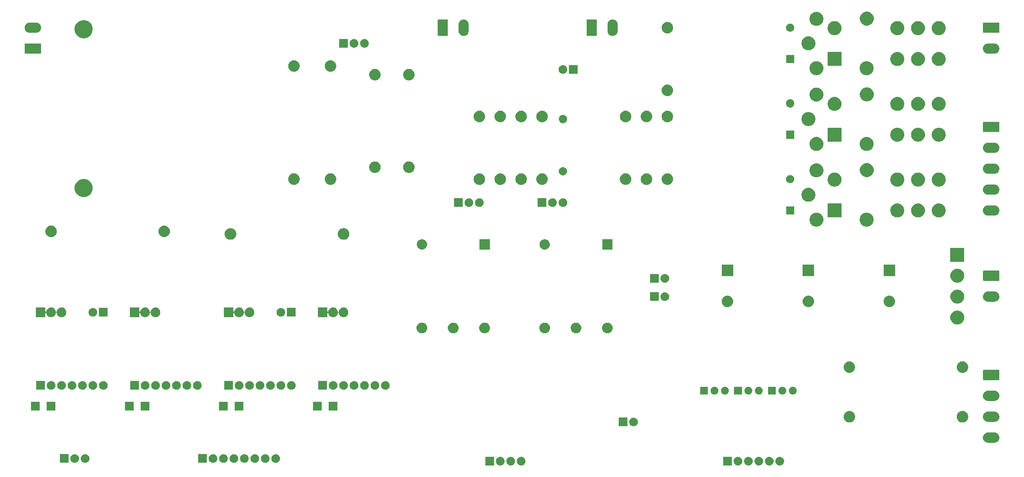
<source format=gbr>
G04 #@! TF.GenerationSoftware,KiCad,Pcbnew,5.0.2-bee76a0~70~ubuntu18.04.1*
G04 #@! TF.CreationDate,2019-06-18T17:13:29-03:00*
G04 #@! TF.ProjectId,estabilizador,65737461-6269-46c6-997a-61646f722e6b,rev?*
G04 #@! TF.SameCoordinates,Original*
G04 #@! TF.FileFunction,Soldermask,Top*
G04 #@! TF.FilePolarity,Negative*
%FSLAX46Y46*%
G04 Gerber Fmt 4.6, Leading zero omitted, Abs format (unit mm)*
G04 Created by KiCad (PCBNEW 5.0.2-bee76a0~70~ubuntu18.04.1) date Tue 18 Jun 2019 05:13:29 PM -03*
%MOMM*%
%LPD*%
G01*
G04 APERTURE LIST*
%ADD10C,0.100000*%
G04 APERTURE END LIST*
D10*
G36*
X143925000Y-148370000D02*
X141825000Y-148370000D01*
X141825000Y-146270000D01*
X143925000Y-146270000D01*
X143925000Y-148370000D01*
X143925000Y-148370000D01*
G37*
G36*
X210948707Y-146277597D02*
X211025836Y-146285193D01*
X211157787Y-146325220D01*
X211223763Y-146345233D01*
X211406172Y-146442733D01*
X211566054Y-146573946D01*
X211697267Y-146733828D01*
X211794767Y-146916237D01*
X211794767Y-146916238D01*
X211854807Y-147114164D01*
X211875080Y-147320000D01*
X211854807Y-147525836D01*
X211814780Y-147657787D01*
X211794767Y-147723763D01*
X211697267Y-147906172D01*
X211566054Y-148066054D01*
X211406172Y-148197267D01*
X211223763Y-148294767D01*
X211157787Y-148314780D01*
X211025836Y-148354807D01*
X210948707Y-148362403D01*
X210871580Y-148370000D01*
X210768420Y-148370000D01*
X210691293Y-148362403D01*
X210614164Y-148354807D01*
X210482213Y-148314780D01*
X210416237Y-148294767D01*
X210233828Y-148197267D01*
X210073946Y-148066054D01*
X209942733Y-147906172D01*
X209845233Y-147723763D01*
X209825220Y-147657787D01*
X209785193Y-147525836D01*
X209764920Y-147320000D01*
X209785193Y-147114164D01*
X209845233Y-146916238D01*
X209845233Y-146916237D01*
X209942733Y-146733828D01*
X210073946Y-146573946D01*
X210233828Y-146442733D01*
X210416237Y-146345233D01*
X210482213Y-146325220D01*
X210614164Y-146285193D01*
X210691293Y-146277597D01*
X210768420Y-146270000D01*
X210871580Y-146270000D01*
X210948707Y-146277597D01*
X210948707Y-146277597D01*
G37*
G36*
X213488707Y-146277597D02*
X213565836Y-146285193D01*
X213697787Y-146325220D01*
X213763763Y-146345233D01*
X213946172Y-146442733D01*
X214106054Y-146573946D01*
X214237267Y-146733828D01*
X214334767Y-146916237D01*
X214334767Y-146916238D01*
X214394807Y-147114164D01*
X214415080Y-147320000D01*
X214394807Y-147525836D01*
X214354780Y-147657787D01*
X214334767Y-147723763D01*
X214237267Y-147906172D01*
X214106054Y-148066054D01*
X213946172Y-148197267D01*
X213763763Y-148294767D01*
X213697787Y-148314780D01*
X213565836Y-148354807D01*
X213488707Y-148362403D01*
X213411580Y-148370000D01*
X213308420Y-148370000D01*
X213231293Y-148362403D01*
X213154164Y-148354807D01*
X213022213Y-148314780D01*
X212956237Y-148294767D01*
X212773828Y-148197267D01*
X212613946Y-148066054D01*
X212482733Y-147906172D01*
X212385233Y-147723763D01*
X212365220Y-147657787D01*
X212325193Y-147525836D01*
X212304920Y-147320000D01*
X212325193Y-147114164D01*
X212385233Y-146916238D01*
X212385233Y-146916237D01*
X212482733Y-146733828D01*
X212613946Y-146573946D01*
X212773828Y-146442733D01*
X212956237Y-146345233D01*
X213022213Y-146325220D01*
X213154164Y-146285193D01*
X213231293Y-146277597D01*
X213308420Y-146270000D01*
X213411580Y-146270000D01*
X213488707Y-146277597D01*
X213488707Y-146277597D01*
G37*
G36*
X208408707Y-146277597D02*
X208485836Y-146285193D01*
X208617787Y-146325220D01*
X208683763Y-146345233D01*
X208866172Y-146442733D01*
X209026054Y-146573946D01*
X209157267Y-146733828D01*
X209254767Y-146916237D01*
X209254767Y-146916238D01*
X209314807Y-147114164D01*
X209335080Y-147320000D01*
X209314807Y-147525836D01*
X209274780Y-147657787D01*
X209254767Y-147723763D01*
X209157267Y-147906172D01*
X209026054Y-148066054D01*
X208866172Y-148197267D01*
X208683763Y-148294767D01*
X208617787Y-148314780D01*
X208485836Y-148354807D01*
X208408707Y-148362403D01*
X208331580Y-148370000D01*
X208228420Y-148370000D01*
X208151293Y-148362403D01*
X208074164Y-148354807D01*
X207942213Y-148314780D01*
X207876237Y-148294767D01*
X207693828Y-148197267D01*
X207533946Y-148066054D01*
X207402733Y-147906172D01*
X207305233Y-147723763D01*
X207285220Y-147657787D01*
X207245193Y-147525836D01*
X207224920Y-147320000D01*
X207245193Y-147114164D01*
X207305233Y-146916238D01*
X207305233Y-146916237D01*
X207402733Y-146733828D01*
X207533946Y-146573946D01*
X207693828Y-146442733D01*
X207876237Y-146345233D01*
X207942213Y-146325220D01*
X208074164Y-146285193D01*
X208151293Y-146277597D01*
X208228420Y-146270000D01*
X208331580Y-146270000D01*
X208408707Y-146277597D01*
X208408707Y-146277597D01*
G37*
G36*
X205868707Y-146277597D02*
X205945836Y-146285193D01*
X206077787Y-146325220D01*
X206143763Y-146345233D01*
X206326172Y-146442733D01*
X206486054Y-146573946D01*
X206617267Y-146733828D01*
X206714767Y-146916237D01*
X206714767Y-146916238D01*
X206774807Y-147114164D01*
X206795080Y-147320000D01*
X206774807Y-147525836D01*
X206734780Y-147657787D01*
X206714767Y-147723763D01*
X206617267Y-147906172D01*
X206486054Y-148066054D01*
X206326172Y-148197267D01*
X206143763Y-148294767D01*
X206077787Y-148314780D01*
X205945836Y-148354807D01*
X205868707Y-148362403D01*
X205791580Y-148370000D01*
X205688420Y-148370000D01*
X205611293Y-148362403D01*
X205534164Y-148354807D01*
X205402213Y-148314780D01*
X205336237Y-148294767D01*
X205153828Y-148197267D01*
X204993946Y-148066054D01*
X204862733Y-147906172D01*
X204765233Y-147723763D01*
X204745220Y-147657787D01*
X204705193Y-147525836D01*
X204684920Y-147320000D01*
X204705193Y-147114164D01*
X204765233Y-146916238D01*
X204765233Y-146916237D01*
X204862733Y-146733828D01*
X204993946Y-146573946D01*
X205153828Y-146442733D01*
X205336237Y-146345233D01*
X205402213Y-146325220D01*
X205534164Y-146285193D01*
X205611293Y-146277597D01*
X205688420Y-146270000D01*
X205791580Y-146270000D01*
X205868707Y-146277597D01*
X205868707Y-146277597D01*
G37*
G36*
X203328707Y-146277597D02*
X203405836Y-146285193D01*
X203537787Y-146325220D01*
X203603763Y-146345233D01*
X203786172Y-146442733D01*
X203946054Y-146573946D01*
X204077267Y-146733828D01*
X204174767Y-146916237D01*
X204174767Y-146916238D01*
X204234807Y-147114164D01*
X204255080Y-147320000D01*
X204234807Y-147525836D01*
X204194780Y-147657787D01*
X204174767Y-147723763D01*
X204077267Y-147906172D01*
X203946054Y-148066054D01*
X203786172Y-148197267D01*
X203603763Y-148294767D01*
X203537787Y-148314780D01*
X203405836Y-148354807D01*
X203328707Y-148362403D01*
X203251580Y-148370000D01*
X203148420Y-148370000D01*
X203071293Y-148362403D01*
X202994164Y-148354807D01*
X202862213Y-148314780D01*
X202796237Y-148294767D01*
X202613828Y-148197267D01*
X202453946Y-148066054D01*
X202322733Y-147906172D01*
X202225233Y-147723763D01*
X202205220Y-147657787D01*
X202165193Y-147525836D01*
X202144920Y-147320000D01*
X202165193Y-147114164D01*
X202225233Y-146916238D01*
X202225233Y-146916237D01*
X202322733Y-146733828D01*
X202453946Y-146573946D01*
X202613828Y-146442733D01*
X202796237Y-146345233D01*
X202862213Y-146325220D01*
X202994164Y-146285193D01*
X203071293Y-146277597D01*
X203148420Y-146270000D01*
X203251580Y-146270000D01*
X203328707Y-146277597D01*
X203328707Y-146277597D01*
G37*
G36*
X150623707Y-146277597D02*
X150700836Y-146285193D01*
X150832787Y-146325220D01*
X150898763Y-146345233D01*
X151081172Y-146442733D01*
X151241054Y-146573946D01*
X151372267Y-146733828D01*
X151469767Y-146916237D01*
X151469767Y-146916238D01*
X151529807Y-147114164D01*
X151550080Y-147320000D01*
X151529807Y-147525836D01*
X151489780Y-147657787D01*
X151469767Y-147723763D01*
X151372267Y-147906172D01*
X151241054Y-148066054D01*
X151081172Y-148197267D01*
X150898763Y-148294767D01*
X150832787Y-148314780D01*
X150700836Y-148354807D01*
X150623707Y-148362403D01*
X150546580Y-148370000D01*
X150443420Y-148370000D01*
X150366293Y-148362403D01*
X150289164Y-148354807D01*
X150157213Y-148314780D01*
X150091237Y-148294767D01*
X149908828Y-148197267D01*
X149748946Y-148066054D01*
X149617733Y-147906172D01*
X149520233Y-147723763D01*
X149500220Y-147657787D01*
X149460193Y-147525836D01*
X149439920Y-147320000D01*
X149460193Y-147114164D01*
X149520233Y-146916238D01*
X149520233Y-146916237D01*
X149617733Y-146733828D01*
X149748946Y-146573946D01*
X149908828Y-146442733D01*
X150091237Y-146345233D01*
X150157213Y-146325220D01*
X150289164Y-146285193D01*
X150366293Y-146277597D01*
X150443420Y-146270000D01*
X150546580Y-146270000D01*
X150623707Y-146277597D01*
X150623707Y-146277597D01*
G37*
G36*
X201710000Y-148370000D02*
X199610000Y-148370000D01*
X199610000Y-146270000D01*
X201710000Y-146270000D01*
X201710000Y-148370000D01*
X201710000Y-148370000D01*
G37*
G36*
X145543707Y-146277597D02*
X145620836Y-146285193D01*
X145752787Y-146325220D01*
X145818763Y-146345233D01*
X146001172Y-146442733D01*
X146161054Y-146573946D01*
X146292267Y-146733828D01*
X146389767Y-146916237D01*
X146389767Y-146916238D01*
X146449807Y-147114164D01*
X146470080Y-147320000D01*
X146449807Y-147525836D01*
X146409780Y-147657787D01*
X146389767Y-147723763D01*
X146292267Y-147906172D01*
X146161054Y-148066054D01*
X146001172Y-148197267D01*
X145818763Y-148294767D01*
X145752787Y-148314780D01*
X145620836Y-148354807D01*
X145543707Y-148362403D01*
X145466580Y-148370000D01*
X145363420Y-148370000D01*
X145286293Y-148362403D01*
X145209164Y-148354807D01*
X145077213Y-148314780D01*
X145011237Y-148294767D01*
X144828828Y-148197267D01*
X144668946Y-148066054D01*
X144537733Y-147906172D01*
X144440233Y-147723763D01*
X144420220Y-147657787D01*
X144380193Y-147525836D01*
X144359920Y-147320000D01*
X144380193Y-147114164D01*
X144440233Y-146916238D01*
X144440233Y-146916237D01*
X144537733Y-146733828D01*
X144668946Y-146573946D01*
X144828828Y-146442733D01*
X145011237Y-146345233D01*
X145077213Y-146325220D01*
X145209164Y-146285193D01*
X145286293Y-146277597D01*
X145363420Y-146270000D01*
X145466580Y-146270000D01*
X145543707Y-146277597D01*
X145543707Y-146277597D01*
G37*
G36*
X148083707Y-146277597D02*
X148160836Y-146285193D01*
X148292787Y-146325220D01*
X148358763Y-146345233D01*
X148541172Y-146442733D01*
X148701054Y-146573946D01*
X148832267Y-146733828D01*
X148929767Y-146916237D01*
X148929767Y-146916238D01*
X148989807Y-147114164D01*
X149010080Y-147320000D01*
X148989807Y-147525836D01*
X148949780Y-147657787D01*
X148929767Y-147723763D01*
X148832267Y-147906172D01*
X148701054Y-148066054D01*
X148541172Y-148197267D01*
X148358763Y-148294767D01*
X148292787Y-148314780D01*
X148160836Y-148354807D01*
X148083707Y-148362403D01*
X148006580Y-148370000D01*
X147903420Y-148370000D01*
X147826293Y-148362403D01*
X147749164Y-148354807D01*
X147617213Y-148314780D01*
X147551237Y-148294767D01*
X147368828Y-148197267D01*
X147208946Y-148066054D01*
X147077733Y-147906172D01*
X146980233Y-147723763D01*
X146960220Y-147657787D01*
X146920193Y-147525836D01*
X146899920Y-147320000D01*
X146920193Y-147114164D01*
X146980233Y-146916238D01*
X146980233Y-146916237D01*
X147077733Y-146733828D01*
X147208946Y-146573946D01*
X147368828Y-146442733D01*
X147551237Y-146345233D01*
X147617213Y-146325220D01*
X147749164Y-146285193D01*
X147826293Y-146277597D01*
X147903420Y-146270000D01*
X148006580Y-146270000D01*
X148083707Y-146277597D01*
X148083707Y-146277597D01*
G37*
G36*
X40420000Y-147735000D02*
X38320000Y-147735000D01*
X38320000Y-145635000D01*
X40420000Y-145635000D01*
X40420000Y-147735000D01*
X40420000Y-147735000D01*
G37*
G36*
X85853707Y-145642596D02*
X85930836Y-145650193D01*
X86062787Y-145690220D01*
X86128763Y-145710233D01*
X86311172Y-145807733D01*
X86471054Y-145938946D01*
X86602267Y-146098828D01*
X86699767Y-146281237D01*
X86699767Y-146281238D01*
X86759807Y-146479164D01*
X86780080Y-146685000D01*
X86759807Y-146890836D01*
X86752101Y-146916238D01*
X86699767Y-147088763D01*
X86602267Y-147271172D01*
X86471054Y-147431054D01*
X86311172Y-147562267D01*
X86128763Y-147659767D01*
X86062787Y-147679780D01*
X85930836Y-147719807D01*
X85853707Y-147727403D01*
X85776580Y-147735000D01*
X85673420Y-147735000D01*
X85596293Y-147727403D01*
X85519164Y-147719807D01*
X85387213Y-147679780D01*
X85321237Y-147659767D01*
X85138828Y-147562267D01*
X84978946Y-147431054D01*
X84847733Y-147271172D01*
X84750233Y-147088763D01*
X84697899Y-146916238D01*
X84690193Y-146890836D01*
X84669920Y-146685000D01*
X84690193Y-146479164D01*
X84750233Y-146281238D01*
X84750233Y-146281237D01*
X84847733Y-146098828D01*
X84978946Y-145938946D01*
X85138828Y-145807733D01*
X85321237Y-145710233D01*
X85387213Y-145690220D01*
X85519164Y-145650193D01*
X85596293Y-145642596D01*
X85673420Y-145635000D01*
X85776580Y-145635000D01*
X85853707Y-145642596D01*
X85853707Y-145642596D01*
G37*
G36*
X83313707Y-145642596D02*
X83390836Y-145650193D01*
X83522787Y-145690220D01*
X83588763Y-145710233D01*
X83771172Y-145807733D01*
X83931054Y-145938946D01*
X84062267Y-146098828D01*
X84159767Y-146281237D01*
X84159767Y-146281238D01*
X84219807Y-146479164D01*
X84240080Y-146685000D01*
X84219807Y-146890836D01*
X84212101Y-146916238D01*
X84159767Y-147088763D01*
X84062267Y-147271172D01*
X83931054Y-147431054D01*
X83771172Y-147562267D01*
X83588763Y-147659767D01*
X83522787Y-147679780D01*
X83390836Y-147719807D01*
X83313707Y-147727403D01*
X83236580Y-147735000D01*
X83133420Y-147735000D01*
X83056293Y-147727403D01*
X82979164Y-147719807D01*
X82847213Y-147679780D01*
X82781237Y-147659767D01*
X82598828Y-147562267D01*
X82438946Y-147431054D01*
X82307733Y-147271172D01*
X82210233Y-147088763D01*
X82157899Y-146916238D01*
X82150193Y-146890836D01*
X82129920Y-146685000D01*
X82150193Y-146479164D01*
X82210233Y-146281238D01*
X82210233Y-146281237D01*
X82307733Y-146098828D01*
X82438946Y-145938946D01*
X82598828Y-145807733D01*
X82781237Y-145710233D01*
X82847213Y-145690220D01*
X82979164Y-145650193D01*
X83056293Y-145642596D01*
X83133420Y-145635000D01*
X83236580Y-145635000D01*
X83313707Y-145642596D01*
X83313707Y-145642596D01*
G37*
G36*
X80773707Y-145642596D02*
X80850836Y-145650193D01*
X80982787Y-145690220D01*
X81048763Y-145710233D01*
X81231172Y-145807733D01*
X81391054Y-145938946D01*
X81522267Y-146098828D01*
X81619767Y-146281237D01*
X81619767Y-146281238D01*
X81679807Y-146479164D01*
X81700080Y-146685000D01*
X81679807Y-146890836D01*
X81672101Y-146916238D01*
X81619767Y-147088763D01*
X81522267Y-147271172D01*
X81391054Y-147431054D01*
X81231172Y-147562267D01*
X81048763Y-147659767D01*
X80982787Y-147679780D01*
X80850836Y-147719807D01*
X80773707Y-147727403D01*
X80696580Y-147735000D01*
X80593420Y-147735000D01*
X80516293Y-147727403D01*
X80439164Y-147719807D01*
X80307213Y-147679780D01*
X80241237Y-147659767D01*
X80058828Y-147562267D01*
X79898946Y-147431054D01*
X79767733Y-147271172D01*
X79670233Y-147088763D01*
X79617899Y-146916238D01*
X79610193Y-146890836D01*
X79589920Y-146685000D01*
X79610193Y-146479164D01*
X79670233Y-146281238D01*
X79670233Y-146281237D01*
X79767733Y-146098828D01*
X79898946Y-145938946D01*
X80058828Y-145807733D01*
X80241237Y-145710233D01*
X80307213Y-145690220D01*
X80439164Y-145650193D01*
X80516293Y-145642596D01*
X80593420Y-145635000D01*
X80696580Y-145635000D01*
X80773707Y-145642596D01*
X80773707Y-145642596D01*
G37*
G36*
X78233707Y-145642596D02*
X78310836Y-145650193D01*
X78442787Y-145690220D01*
X78508763Y-145710233D01*
X78691172Y-145807733D01*
X78851054Y-145938946D01*
X78982267Y-146098828D01*
X79079767Y-146281237D01*
X79079767Y-146281238D01*
X79139807Y-146479164D01*
X79160080Y-146685000D01*
X79139807Y-146890836D01*
X79132101Y-146916238D01*
X79079767Y-147088763D01*
X78982267Y-147271172D01*
X78851054Y-147431054D01*
X78691172Y-147562267D01*
X78508763Y-147659767D01*
X78442787Y-147679780D01*
X78310836Y-147719807D01*
X78233707Y-147727403D01*
X78156580Y-147735000D01*
X78053420Y-147735000D01*
X77976293Y-147727403D01*
X77899164Y-147719807D01*
X77767213Y-147679780D01*
X77701237Y-147659767D01*
X77518828Y-147562267D01*
X77358946Y-147431054D01*
X77227733Y-147271172D01*
X77130233Y-147088763D01*
X77077899Y-146916238D01*
X77070193Y-146890836D01*
X77049920Y-146685000D01*
X77070193Y-146479164D01*
X77130233Y-146281238D01*
X77130233Y-146281237D01*
X77227733Y-146098828D01*
X77358946Y-145938946D01*
X77518828Y-145807733D01*
X77701237Y-145710233D01*
X77767213Y-145690220D01*
X77899164Y-145650193D01*
X77976293Y-145642596D01*
X78053420Y-145635000D01*
X78156580Y-145635000D01*
X78233707Y-145642596D01*
X78233707Y-145642596D01*
G37*
G36*
X75693707Y-145642596D02*
X75770836Y-145650193D01*
X75902787Y-145690220D01*
X75968763Y-145710233D01*
X76151172Y-145807733D01*
X76311054Y-145938946D01*
X76442267Y-146098828D01*
X76539767Y-146281237D01*
X76539767Y-146281238D01*
X76599807Y-146479164D01*
X76620080Y-146685000D01*
X76599807Y-146890836D01*
X76592101Y-146916238D01*
X76539767Y-147088763D01*
X76442267Y-147271172D01*
X76311054Y-147431054D01*
X76151172Y-147562267D01*
X75968763Y-147659767D01*
X75902787Y-147679780D01*
X75770836Y-147719807D01*
X75693707Y-147727403D01*
X75616580Y-147735000D01*
X75513420Y-147735000D01*
X75436293Y-147727403D01*
X75359164Y-147719807D01*
X75227213Y-147679780D01*
X75161237Y-147659767D01*
X74978828Y-147562267D01*
X74818946Y-147431054D01*
X74687733Y-147271172D01*
X74590233Y-147088763D01*
X74537899Y-146916238D01*
X74530193Y-146890836D01*
X74509920Y-146685000D01*
X74530193Y-146479164D01*
X74590233Y-146281238D01*
X74590233Y-146281237D01*
X74687733Y-146098828D01*
X74818946Y-145938946D01*
X74978828Y-145807733D01*
X75161237Y-145710233D01*
X75227213Y-145690220D01*
X75359164Y-145650193D01*
X75436293Y-145642596D01*
X75513420Y-145635000D01*
X75616580Y-145635000D01*
X75693707Y-145642596D01*
X75693707Y-145642596D01*
G37*
G36*
X74075000Y-147735000D02*
X71975000Y-147735000D01*
X71975000Y-145635000D01*
X74075000Y-145635000D01*
X74075000Y-147735000D01*
X74075000Y-147735000D01*
G37*
G36*
X90933707Y-145642596D02*
X91010836Y-145650193D01*
X91142787Y-145690220D01*
X91208763Y-145710233D01*
X91391172Y-145807733D01*
X91551054Y-145938946D01*
X91682267Y-146098828D01*
X91779767Y-146281237D01*
X91779767Y-146281238D01*
X91839807Y-146479164D01*
X91860080Y-146685000D01*
X91839807Y-146890836D01*
X91832101Y-146916238D01*
X91779767Y-147088763D01*
X91682267Y-147271172D01*
X91551054Y-147431054D01*
X91391172Y-147562267D01*
X91208763Y-147659767D01*
X91142787Y-147679780D01*
X91010836Y-147719807D01*
X90933707Y-147727403D01*
X90856580Y-147735000D01*
X90753420Y-147735000D01*
X90676293Y-147727403D01*
X90599164Y-147719807D01*
X90467213Y-147679780D01*
X90401237Y-147659767D01*
X90218828Y-147562267D01*
X90058946Y-147431054D01*
X89927733Y-147271172D01*
X89830233Y-147088763D01*
X89777899Y-146916238D01*
X89770193Y-146890836D01*
X89749920Y-146685000D01*
X89770193Y-146479164D01*
X89830233Y-146281238D01*
X89830233Y-146281237D01*
X89927733Y-146098828D01*
X90058946Y-145938946D01*
X90218828Y-145807733D01*
X90401237Y-145710233D01*
X90467213Y-145690220D01*
X90599164Y-145650193D01*
X90676293Y-145642596D01*
X90753420Y-145635000D01*
X90856580Y-145635000D01*
X90933707Y-145642596D01*
X90933707Y-145642596D01*
G37*
G36*
X88393707Y-145642596D02*
X88470836Y-145650193D01*
X88602787Y-145690220D01*
X88668763Y-145710233D01*
X88851172Y-145807733D01*
X89011054Y-145938946D01*
X89142267Y-146098828D01*
X89239767Y-146281237D01*
X89239767Y-146281238D01*
X89299807Y-146479164D01*
X89320080Y-146685000D01*
X89299807Y-146890836D01*
X89292101Y-146916238D01*
X89239767Y-147088763D01*
X89142267Y-147271172D01*
X89011054Y-147431054D01*
X88851172Y-147562267D01*
X88668763Y-147659767D01*
X88602787Y-147679780D01*
X88470836Y-147719807D01*
X88393707Y-147727403D01*
X88316580Y-147735000D01*
X88213420Y-147735000D01*
X88136293Y-147727403D01*
X88059164Y-147719807D01*
X87927213Y-147679780D01*
X87861237Y-147659767D01*
X87678828Y-147562267D01*
X87518946Y-147431054D01*
X87387733Y-147271172D01*
X87290233Y-147088763D01*
X87237899Y-146916238D01*
X87230193Y-146890836D01*
X87209920Y-146685000D01*
X87230193Y-146479164D01*
X87290233Y-146281238D01*
X87290233Y-146281237D01*
X87387733Y-146098828D01*
X87518946Y-145938946D01*
X87678828Y-145807733D01*
X87861237Y-145710233D01*
X87927213Y-145690220D01*
X88059164Y-145650193D01*
X88136293Y-145642596D01*
X88213420Y-145635000D01*
X88316580Y-145635000D01*
X88393707Y-145642596D01*
X88393707Y-145642596D01*
G37*
G36*
X44578707Y-145642596D02*
X44655836Y-145650193D01*
X44787787Y-145690220D01*
X44853763Y-145710233D01*
X45036172Y-145807733D01*
X45196054Y-145938946D01*
X45327267Y-146098828D01*
X45424767Y-146281237D01*
X45424767Y-146281238D01*
X45484807Y-146479164D01*
X45505080Y-146685000D01*
X45484807Y-146890836D01*
X45477101Y-146916238D01*
X45424767Y-147088763D01*
X45327267Y-147271172D01*
X45196054Y-147431054D01*
X45036172Y-147562267D01*
X44853763Y-147659767D01*
X44787787Y-147679780D01*
X44655836Y-147719807D01*
X44578707Y-147727403D01*
X44501580Y-147735000D01*
X44398420Y-147735000D01*
X44321293Y-147727403D01*
X44244164Y-147719807D01*
X44112213Y-147679780D01*
X44046237Y-147659767D01*
X43863828Y-147562267D01*
X43703946Y-147431054D01*
X43572733Y-147271172D01*
X43475233Y-147088763D01*
X43422899Y-146916238D01*
X43415193Y-146890836D01*
X43394920Y-146685000D01*
X43415193Y-146479164D01*
X43475233Y-146281238D01*
X43475233Y-146281237D01*
X43572733Y-146098828D01*
X43703946Y-145938946D01*
X43863828Y-145807733D01*
X44046237Y-145710233D01*
X44112213Y-145690220D01*
X44244164Y-145650193D01*
X44321293Y-145642596D01*
X44398420Y-145635000D01*
X44501580Y-145635000D01*
X44578707Y-145642596D01*
X44578707Y-145642596D01*
G37*
G36*
X42038707Y-145642596D02*
X42115836Y-145650193D01*
X42247787Y-145690220D01*
X42313763Y-145710233D01*
X42496172Y-145807733D01*
X42656054Y-145938946D01*
X42787267Y-146098828D01*
X42884767Y-146281237D01*
X42884767Y-146281238D01*
X42944807Y-146479164D01*
X42965080Y-146685000D01*
X42944807Y-146890836D01*
X42937101Y-146916238D01*
X42884767Y-147088763D01*
X42787267Y-147271172D01*
X42656054Y-147431054D01*
X42496172Y-147562267D01*
X42313763Y-147659767D01*
X42247787Y-147679780D01*
X42115836Y-147719807D01*
X42038707Y-147727403D01*
X41961580Y-147735000D01*
X41858420Y-147735000D01*
X41781293Y-147727403D01*
X41704164Y-147719807D01*
X41572213Y-147679780D01*
X41506237Y-147659767D01*
X41323828Y-147562267D01*
X41163946Y-147431054D01*
X41032733Y-147271172D01*
X40935233Y-147088763D01*
X40882899Y-146916238D01*
X40875193Y-146890836D01*
X40854920Y-146685000D01*
X40875193Y-146479164D01*
X40935233Y-146281238D01*
X40935233Y-146281237D01*
X41032733Y-146098828D01*
X41163946Y-145938946D01*
X41323828Y-145807733D01*
X41506237Y-145710233D01*
X41572213Y-145690220D01*
X41704164Y-145650193D01*
X41781293Y-145642596D01*
X41858420Y-145635000D01*
X41961580Y-145635000D01*
X42038707Y-145642596D01*
X42038707Y-145642596D01*
G37*
G36*
X265798079Y-140382942D02*
X265798082Y-140382943D01*
X266031823Y-140453847D01*
X266031825Y-140453848D01*
X266247241Y-140568990D01*
X266436054Y-140723946D01*
X266591010Y-140912759D01*
X266706152Y-141128175D01*
X266777058Y-141361921D01*
X266800999Y-141605000D01*
X266777058Y-141848079D01*
X266706152Y-142081825D01*
X266591010Y-142297241D01*
X266436054Y-142486054D01*
X266247241Y-142641010D01*
X266031825Y-142756152D01*
X266031823Y-142756153D01*
X265841593Y-142813858D01*
X265798079Y-142827058D01*
X265615912Y-142845000D01*
X263974088Y-142845000D01*
X263791921Y-142827058D01*
X263748407Y-142813858D01*
X263558177Y-142756153D01*
X263558175Y-142756152D01*
X263342759Y-142641010D01*
X263153946Y-142486054D01*
X262998990Y-142297241D01*
X262883848Y-142081825D01*
X262812942Y-141848079D01*
X262789001Y-141605000D01*
X262812942Y-141361921D01*
X262883848Y-141128175D01*
X262998990Y-140912759D01*
X263153946Y-140723946D01*
X263342759Y-140568990D01*
X263558175Y-140453848D01*
X263558177Y-140453847D01*
X263791918Y-140382943D01*
X263791921Y-140382942D01*
X263974088Y-140365000D01*
X265615912Y-140365000D01*
X265798079Y-140382942D01*
X265798079Y-140382942D01*
G37*
G36*
X177928707Y-136752597D02*
X178005836Y-136760193D01*
X178137787Y-136800220D01*
X178203763Y-136820233D01*
X178386172Y-136917733D01*
X178546054Y-137048946D01*
X178677267Y-137208828D01*
X178774767Y-137391237D01*
X178782718Y-137417448D01*
X178834807Y-137589164D01*
X178855080Y-137795000D01*
X178834807Y-138000836D01*
X178794780Y-138132787D01*
X178774767Y-138198763D01*
X178677267Y-138381172D01*
X178546054Y-138541054D01*
X178386172Y-138672267D01*
X178203763Y-138769767D01*
X178137787Y-138789780D01*
X178005836Y-138829807D01*
X177928707Y-138837403D01*
X177851580Y-138845000D01*
X177748420Y-138845000D01*
X177671293Y-138837403D01*
X177594164Y-138829807D01*
X177462213Y-138789780D01*
X177396237Y-138769767D01*
X177213828Y-138672267D01*
X177053946Y-138541054D01*
X176922733Y-138381172D01*
X176825233Y-138198763D01*
X176805220Y-138132787D01*
X176765193Y-138000836D01*
X176744920Y-137795000D01*
X176765193Y-137589164D01*
X176817282Y-137417448D01*
X176825233Y-137391237D01*
X176922733Y-137208828D01*
X177053946Y-137048946D01*
X177213828Y-136917733D01*
X177396237Y-136820233D01*
X177462213Y-136800220D01*
X177594164Y-136760193D01*
X177671293Y-136752597D01*
X177748420Y-136745000D01*
X177851580Y-136745000D01*
X177928707Y-136752597D01*
X177928707Y-136752597D01*
G37*
G36*
X176310000Y-138845000D02*
X174210000Y-138845000D01*
X174210000Y-136745000D01*
X176310000Y-136745000D01*
X176310000Y-138845000D01*
X176310000Y-138845000D01*
G37*
G36*
X230583126Y-135151900D02*
X230718365Y-135178801D01*
X230973149Y-135284336D01*
X231000996Y-135302943D01*
X231202451Y-135437551D01*
X231397449Y-135632549D01*
X231397451Y-135632552D01*
X231550664Y-135861851D01*
X231656199Y-136116635D01*
X231710000Y-136387112D01*
X231710000Y-136662888D01*
X231656199Y-136933365D01*
X231550664Y-137188149D01*
X231536846Y-137208829D01*
X231397449Y-137417451D01*
X231202451Y-137612449D01*
X231202448Y-137612451D01*
X230973149Y-137765664D01*
X230718365Y-137871199D01*
X230583127Y-137898099D01*
X230447889Y-137925000D01*
X230172111Y-137925000D01*
X230036873Y-137898099D01*
X229901635Y-137871199D01*
X229646851Y-137765664D01*
X229417552Y-137612451D01*
X229417549Y-137612449D01*
X229222551Y-137417451D01*
X229083154Y-137208829D01*
X229069336Y-137188149D01*
X228963801Y-136933365D01*
X228910000Y-136662888D01*
X228910000Y-136387112D01*
X228963801Y-136116635D01*
X229069336Y-135861851D01*
X229222549Y-135632552D01*
X229222551Y-135632549D01*
X229417549Y-135437551D01*
X229619004Y-135302943D01*
X229646851Y-135284336D01*
X229901635Y-135178801D01*
X230036874Y-135151900D01*
X230172111Y-135125000D01*
X230447889Y-135125000D01*
X230583126Y-135151900D01*
X230583126Y-135151900D01*
G37*
G36*
X258083126Y-135151900D02*
X258218365Y-135178801D01*
X258473149Y-135284336D01*
X258500996Y-135302943D01*
X258702451Y-135437551D01*
X258897449Y-135632549D01*
X258897451Y-135632552D01*
X259050664Y-135861851D01*
X259156199Y-136116635D01*
X259210000Y-136387112D01*
X259210000Y-136662888D01*
X259156199Y-136933365D01*
X259050664Y-137188149D01*
X259036846Y-137208829D01*
X258897449Y-137417451D01*
X258702451Y-137612449D01*
X258702448Y-137612451D01*
X258473149Y-137765664D01*
X258218365Y-137871199D01*
X258083127Y-137898099D01*
X257947889Y-137925000D01*
X257672111Y-137925000D01*
X257536873Y-137898099D01*
X257401635Y-137871199D01*
X257146851Y-137765664D01*
X256917552Y-137612451D01*
X256917549Y-137612449D01*
X256722551Y-137417451D01*
X256583154Y-137208829D01*
X256569336Y-137188149D01*
X256463801Y-136933365D01*
X256410000Y-136662888D01*
X256410000Y-136387112D01*
X256463801Y-136116635D01*
X256569336Y-135861851D01*
X256722549Y-135632552D01*
X256722551Y-135632549D01*
X256917549Y-135437551D01*
X257119004Y-135302943D01*
X257146851Y-135284336D01*
X257401635Y-135178801D01*
X257536874Y-135151900D01*
X257672111Y-135125000D01*
X257947889Y-135125000D01*
X258083126Y-135151900D01*
X258083126Y-135151900D01*
G37*
G36*
X265798079Y-135302942D02*
X265798082Y-135302943D01*
X266031823Y-135373847D01*
X266031825Y-135373848D01*
X266247241Y-135488990D01*
X266436054Y-135643946D01*
X266591010Y-135832759D01*
X266606561Y-135861853D01*
X266706153Y-136048177D01*
X266763858Y-136238407D01*
X266777058Y-136281921D01*
X266800999Y-136525000D01*
X266777058Y-136768079D01*
X266777057Y-136768082D01*
X266726920Y-136933364D01*
X266706152Y-137001825D01*
X266591010Y-137217241D01*
X266436054Y-137406054D01*
X266247241Y-137561010D01*
X266151005Y-137612449D01*
X266031823Y-137676153D01*
X265841593Y-137733858D01*
X265798079Y-137747058D01*
X265615912Y-137765000D01*
X263974088Y-137765000D01*
X263791921Y-137747058D01*
X263748407Y-137733858D01*
X263558177Y-137676153D01*
X263438995Y-137612449D01*
X263342759Y-137561010D01*
X263153946Y-137406054D01*
X262998990Y-137217241D01*
X262883848Y-137001825D01*
X262863081Y-136933364D01*
X262812943Y-136768082D01*
X262812942Y-136768079D01*
X262789001Y-136525000D01*
X262812942Y-136281921D01*
X262826142Y-136238407D01*
X262883847Y-136048177D01*
X262983439Y-135861853D01*
X262998990Y-135832759D01*
X263153946Y-135643946D01*
X263342759Y-135488990D01*
X263558175Y-135373848D01*
X263558177Y-135373847D01*
X263791918Y-135302943D01*
X263791921Y-135302942D01*
X263974088Y-135285000D01*
X265615912Y-135285000D01*
X265798079Y-135302942D01*
X265798079Y-135302942D01*
G37*
G36*
X56295000Y-135035000D02*
X54195000Y-135035000D01*
X54195000Y-132935000D01*
X56295000Y-132935000D01*
X56295000Y-135035000D01*
X56295000Y-135035000D01*
G37*
G36*
X105825000Y-135035000D02*
X103725000Y-135035000D01*
X103725000Y-132935000D01*
X105825000Y-132935000D01*
X105825000Y-135035000D01*
X105825000Y-135035000D01*
G37*
G36*
X60105000Y-135035000D02*
X58005000Y-135035000D01*
X58005000Y-132935000D01*
X60105000Y-132935000D01*
X60105000Y-135035000D01*
X60105000Y-135035000D01*
G37*
G36*
X102015000Y-135035000D02*
X99915000Y-135035000D01*
X99915000Y-132935000D01*
X102015000Y-132935000D01*
X102015000Y-135035000D01*
X102015000Y-135035000D01*
G37*
G36*
X37245000Y-135035000D02*
X35145000Y-135035000D01*
X35145000Y-132935000D01*
X37245000Y-132935000D01*
X37245000Y-135035000D01*
X37245000Y-135035000D01*
G37*
G36*
X79155000Y-135035000D02*
X77055000Y-135035000D01*
X77055000Y-132935000D01*
X79155000Y-132935000D01*
X79155000Y-135035000D01*
X79155000Y-135035000D01*
G37*
G36*
X33435000Y-135035000D02*
X31335000Y-135035000D01*
X31335000Y-132935000D01*
X33435000Y-132935000D01*
X33435000Y-135035000D01*
X33435000Y-135035000D01*
G37*
G36*
X82965000Y-135035000D02*
X80865000Y-135035000D01*
X80865000Y-132935000D01*
X82965000Y-132935000D01*
X82965000Y-135035000D01*
X82965000Y-135035000D01*
G37*
G36*
X265798079Y-130222942D02*
X265798082Y-130222943D01*
X266031823Y-130293847D01*
X266031825Y-130293848D01*
X266247241Y-130408990D01*
X266436054Y-130563946D01*
X266591010Y-130752759D01*
X266706152Y-130968175D01*
X266777058Y-131201921D01*
X266800999Y-131445000D01*
X266777058Y-131688079D01*
X266706152Y-131921825D01*
X266591010Y-132137241D01*
X266436054Y-132326054D01*
X266247241Y-132481010D01*
X266031825Y-132596152D01*
X266031823Y-132596153D01*
X265841593Y-132653858D01*
X265798079Y-132667058D01*
X265615912Y-132685000D01*
X263974088Y-132685000D01*
X263791921Y-132667058D01*
X263748407Y-132653858D01*
X263558177Y-132596153D01*
X263558175Y-132596152D01*
X263342759Y-132481010D01*
X263153946Y-132326054D01*
X262998990Y-132137241D01*
X262883848Y-131921825D01*
X262812942Y-131688079D01*
X262789001Y-131445000D01*
X262812942Y-131201921D01*
X262883848Y-130968175D01*
X262998990Y-130752759D01*
X263153946Y-130563946D01*
X263342759Y-130408990D01*
X263558175Y-130293848D01*
X263558177Y-130293847D01*
X263791918Y-130222943D01*
X263791921Y-130222942D01*
X263974088Y-130205000D01*
X265615912Y-130205000D01*
X265798079Y-130222942D01*
X265798079Y-130222942D01*
G37*
G36*
X200164452Y-129234127D02*
X200302105Y-129261508D01*
X200474994Y-129333121D01*
X200630590Y-129437087D01*
X200762913Y-129569410D01*
X200866879Y-129725006D01*
X200938492Y-129897895D01*
X200949851Y-129955000D01*
X200975000Y-130081432D01*
X200975000Y-130268568D01*
X200969971Y-130293848D01*
X200938492Y-130452105D01*
X200866879Y-130624994D01*
X200762913Y-130780590D01*
X200630590Y-130912913D01*
X200474994Y-131016879D01*
X200302105Y-131088492D01*
X200164451Y-131115873D01*
X200118568Y-131125000D01*
X199931432Y-131125000D01*
X199885549Y-131115873D01*
X199747895Y-131088492D01*
X199575006Y-131016879D01*
X199419410Y-130912913D01*
X199287087Y-130780590D01*
X199183121Y-130624994D01*
X199111508Y-130452105D01*
X199080029Y-130293848D01*
X199075000Y-130268568D01*
X199075000Y-130081432D01*
X199100149Y-129955000D01*
X199111508Y-129897895D01*
X199183121Y-129725006D01*
X199287087Y-129569410D01*
X199419410Y-129437087D01*
X199575006Y-129333121D01*
X199747895Y-129261508D01*
X199885548Y-129234127D01*
X199931432Y-129225000D01*
X200118568Y-129225000D01*
X200164452Y-129234127D01*
X200164452Y-129234127D01*
G37*
G36*
X212405000Y-131125000D02*
X210505000Y-131125000D01*
X210505000Y-129225000D01*
X212405000Y-129225000D01*
X212405000Y-131125000D01*
X212405000Y-131125000D01*
G37*
G36*
X216674452Y-129234127D02*
X216812105Y-129261508D01*
X216984994Y-129333121D01*
X217140590Y-129437087D01*
X217272913Y-129569410D01*
X217376879Y-129725006D01*
X217448492Y-129897895D01*
X217459851Y-129955000D01*
X217485000Y-130081432D01*
X217485000Y-130268568D01*
X217479971Y-130293848D01*
X217448492Y-130452105D01*
X217376879Y-130624994D01*
X217272913Y-130780590D01*
X217140590Y-130912913D01*
X216984994Y-131016879D01*
X216812105Y-131088492D01*
X216674451Y-131115873D01*
X216628568Y-131125000D01*
X216441432Y-131125000D01*
X216395549Y-131115873D01*
X216257895Y-131088492D01*
X216085006Y-131016879D01*
X215929410Y-130912913D01*
X215797087Y-130780590D01*
X215693121Y-130624994D01*
X215621508Y-130452105D01*
X215590029Y-130293848D01*
X215585000Y-130268568D01*
X215585000Y-130081432D01*
X215610149Y-129955000D01*
X215621508Y-129897895D01*
X215693121Y-129725006D01*
X215797087Y-129569410D01*
X215929410Y-129437087D01*
X216085006Y-129333121D01*
X216257895Y-129261508D01*
X216395548Y-129234127D01*
X216441432Y-129225000D01*
X216628568Y-129225000D01*
X216674452Y-129234127D01*
X216674452Y-129234127D01*
G37*
G36*
X197624452Y-129234127D02*
X197762105Y-129261508D01*
X197934994Y-129333121D01*
X198090590Y-129437087D01*
X198222913Y-129569410D01*
X198326879Y-129725006D01*
X198398492Y-129897895D01*
X198409851Y-129955000D01*
X198435000Y-130081432D01*
X198435000Y-130268568D01*
X198429971Y-130293848D01*
X198398492Y-130452105D01*
X198326879Y-130624994D01*
X198222913Y-130780590D01*
X198090590Y-130912913D01*
X197934994Y-131016879D01*
X197762105Y-131088492D01*
X197624451Y-131115873D01*
X197578568Y-131125000D01*
X197391432Y-131125000D01*
X197345549Y-131115873D01*
X197207895Y-131088492D01*
X197035006Y-131016879D01*
X196879410Y-130912913D01*
X196747087Y-130780590D01*
X196643121Y-130624994D01*
X196571508Y-130452105D01*
X196540029Y-130293848D01*
X196535000Y-130268568D01*
X196535000Y-130081432D01*
X196560149Y-129955000D01*
X196571508Y-129897895D01*
X196643121Y-129725006D01*
X196747087Y-129569410D01*
X196879410Y-129437087D01*
X197035006Y-129333121D01*
X197207895Y-129261508D01*
X197345548Y-129234127D01*
X197391432Y-129225000D01*
X197578568Y-129225000D01*
X197624452Y-129234127D01*
X197624452Y-129234127D01*
G37*
G36*
X214134452Y-129234127D02*
X214272105Y-129261508D01*
X214444994Y-129333121D01*
X214600590Y-129437087D01*
X214732913Y-129569410D01*
X214836879Y-129725006D01*
X214908492Y-129897895D01*
X214919851Y-129955000D01*
X214945000Y-130081432D01*
X214945000Y-130268568D01*
X214939971Y-130293848D01*
X214908492Y-130452105D01*
X214836879Y-130624994D01*
X214732913Y-130780590D01*
X214600590Y-130912913D01*
X214444994Y-131016879D01*
X214272105Y-131088492D01*
X214134451Y-131115873D01*
X214088568Y-131125000D01*
X213901432Y-131125000D01*
X213855549Y-131115873D01*
X213717895Y-131088492D01*
X213545006Y-131016879D01*
X213389410Y-130912913D01*
X213257087Y-130780590D01*
X213153121Y-130624994D01*
X213081508Y-130452105D01*
X213050029Y-130293848D01*
X213045000Y-130268568D01*
X213045000Y-130081432D01*
X213070149Y-129955000D01*
X213081508Y-129897895D01*
X213153121Y-129725006D01*
X213257087Y-129569410D01*
X213389410Y-129437087D01*
X213545006Y-129333121D01*
X213717895Y-129261508D01*
X213855548Y-129234127D01*
X213901432Y-129225000D01*
X214088568Y-129225000D01*
X214134452Y-129234127D01*
X214134452Y-129234127D01*
G37*
G36*
X195895000Y-131125000D02*
X193995000Y-131125000D01*
X193995000Y-129225000D01*
X195895000Y-129225000D01*
X195895000Y-131125000D01*
X195895000Y-131125000D01*
G37*
G36*
X205879452Y-129234127D02*
X206017105Y-129261508D01*
X206189994Y-129333121D01*
X206345590Y-129437087D01*
X206477913Y-129569410D01*
X206581879Y-129725006D01*
X206653492Y-129897895D01*
X206664851Y-129955000D01*
X206690000Y-130081432D01*
X206690000Y-130268568D01*
X206684971Y-130293848D01*
X206653492Y-130452105D01*
X206581879Y-130624994D01*
X206477913Y-130780590D01*
X206345590Y-130912913D01*
X206189994Y-131016879D01*
X206017105Y-131088492D01*
X205879451Y-131115873D01*
X205833568Y-131125000D01*
X205646432Y-131125000D01*
X205600549Y-131115873D01*
X205462895Y-131088492D01*
X205290006Y-131016879D01*
X205134410Y-130912913D01*
X205002087Y-130780590D01*
X204898121Y-130624994D01*
X204826508Y-130452105D01*
X204795029Y-130293848D01*
X204790000Y-130268568D01*
X204790000Y-130081432D01*
X204815149Y-129955000D01*
X204826508Y-129897895D01*
X204898121Y-129725006D01*
X205002087Y-129569410D01*
X205134410Y-129437087D01*
X205290006Y-129333121D01*
X205462895Y-129261508D01*
X205600548Y-129234127D01*
X205646432Y-129225000D01*
X205833568Y-129225000D01*
X205879452Y-129234127D01*
X205879452Y-129234127D01*
G37*
G36*
X208419452Y-129234127D02*
X208557105Y-129261508D01*
X208729994Y-129333121D01*
X208885590Y-129437087D01*
X209017913Y-129569410D01*
X209121879Y-129725006D01*
X209193492Y-129897895D01*
X209204851Y-129955000D01*
X209230000Y-130081432D01*
X209230000Y-130268568D01*
X209224971Y-130293848D01*
X209193492Y-130452105D01*
X209121879Y-130624994D01*
X209017913Y-130780590D01*
X208885590Y-130912913D01*
X208729994Y-131016879D01*
X208557105Y-131088492D01*
X208419451Y-131115873D01*
X208373568Y-131125000D01*
X208186432Y-131125000D01*
X208140549Y-131115873D01*
X208002895Y-131088492D01*
X207830006Y-131016879D01*
X207674410Y-130912913D01*
X207542087Y-130780590D01*
X207438121Y-130624994D01*
X207366508Y-130452105D01*
X207335029Y-130293848D01*
X207330000Y-130268568D01*
X207330000Y-130081432D01*
X207355149Y-129955000D01*
X207366508Y-129897895D01*
X207438121Y-129725006D01*
X207542087Y-129569410D01*
X207674410Y-129437087D01*
X207830006Y-129333121D01*
X208002895Y-129261508D01*
X208140548Y-129234127D01*
X208186432Y-129225000D01*
X208373568Y-129225000D01*
X208419452Y-129234127D01*
X208419452Y-129234127D01*
G37*
G36*
X204150000Y-131125000D02*
X202250000Y-131125000D01*
X202250000Y-129225000D01*
X204150000Y-129225000D01*
X204150000Y-131125000D01*
X204150000Y-131125000D01*
G37*
G36*
X66803707Y-127862597D02*
X66880836Y-127870193D01*
X67012787Y-127910220D01*
X67078763Y-127930233D01*
X67261172Y-128027733D01*
X67421054Y-128158946D01*
X67552267Y-128318828D01*
X67649767Y-128501237D01*
X67649767Y-128501238D01*
X67709807Y-128699164D01*
X67730080Y-128905000D01*
X67709807Y-129110836D01*
X67675176Y-129225000D01*
X67649767Y-129308763D01*
X67552267Y-129491172D01*
X67421054Y-129651054D01*
X67261172Y-129782267D01*
X67078763Y-129879767D01*
X67019002Y-129897895D01*
X66880836Y-129939807D01*
X66803707Y-129947403D01*
X66726580Y-129955000D01*
X66623420Y-129955000D01*
X66546293Y-129947403D01*
X66469164Y-129939807D01*
X66330998Y-129897895D01*
X66271237Y-129879767D01*
X66088828Y-129782267D01*
X65928946Y-129651054D01*
X65797733Y-129491172D01*
X65700233Y-129308763D01*
X65674824Y-129225000D01*
X65640193Y-129110836D01*
X65619920Y-128905000D01*
X65640193Y-128699164D01*
X65700233Y-128501238D01*
X65700233Y-128501237D01*
X65797733Y-128318828D01*
X65928946Y-128158946D01*
X66088828Y-128027733D01*
X66271237Y-127930233D01*
X66337213Y-127910220D01*
X66469164Y-127870193D01*
X66546293Y-127862597D01*
X66623420Y-127855000D01*
X66726580Y-127855000D01*
X66803707Y-127862597D01*
X66803707Y-127862597D01*
G37*
G36*
X69343707Y-127862597D02*
X69420836Y-127870193D01*
X69552787Y-127910220D01*
X69618763Y-127930233D01*
X69801172Y-128027733D01*
X69961054Y-128158946D01*
X70092267Y-128318828D01*
X70189767Y-128501237D01*
X70189767Y-128501238D01*
X70249807Y-128699164D01*
X70270080Y-128905000D01*
X70249807Y-129110836D01*
X70215176Y-129225000D01*
X70189767Y-129308763D01*
X70092267Y-129491172D01*
X69961054Y-129651054D01*
X69801172Y-129782267D01*
X69618763Y-129879767D01*
X69559002Y-129897895D01*
X69420836Y-129939807D01*
X69343707Y-129947403D01*
X69266580Y-129955000D01*
X69163420Y-129955000D01*
X69086293Y-129947403D01*
X69009164Y-129939807D01*
X68870998Y-129897895D01*
X68811237Y-129879767D01*
X68628828Y-129782267D01*
X68468946Y-129651054D01*
X68337733Y-129491172D01*
X68240233Y-129308763D01*
X68214824Y-129225000D01*
X68180193Y-129110836D01*
X68159920Y-128905000D01*
X68180193Y-128699164D01*
X68240233Y-128501238D01*
X68240233Y-128501237D01*
X68337733Y-128318828D01*
X68468946Y-128158946D01*
X68628828Y-128027733D01*
X68811237Y-127930233D01*
X68877213Y-127910220D01*
X69009164Y-127870193D01*
X69086293Y-127862597D01*
X69163420Y-127855000D01*
X69266580Y-127855000D01*
X69343707Y-127862597D01*
X69343707Y-127862597D01*
G37*
G36*
X71883707Y-127862597D02*
X71960836Y-127870193D01*
X72092787Y-127910220D01*
X72158763Y-127930233D01*
X72341172Y-128027733D01*
X72501054Y-128158946D01*
X72632267Y-128318828D01*
X72729767Y-128501237D01*
X72729767Y-128501238D01*
X72789807Y-128699164D01*
X72810080Y-128905000D01*
X72789807Y-129110836D01*
X72755176Y-129225000D01*
X72729767Y-129308763D01*
X72632267Y-129491172D01*
X72501054Y-129651054D01*
X72341172Y-129782267D01*
X72158763Y-129879767D01*
X72099002Y-129897895D01*
X71960836Y-129939807D01*
X71883707Y-129947403D01*
X71806580Y-129955000D01*
X71703420Y-129955000D01*
X71626293Y-129947403D01*
X71549164Y-129939807D01*
X71410998Y-129897895D01*
X71351237Y-129879767D01*
X71168828Y-129782267D01*
X71008946Y-129651054D01*
X70877733Y-129491172D01*
X70780233Y-129308763D01*
X70754824Y-129225000D01*
X70720193Y-129110836D01*
X70699920Y-128905000D01*
X70720193Y-128699164D01*
X70780233Y-128501238D01*
X70780233Y-128501237D01*
X70877733Y-128318828D01*
X71008946Y-128158946D01*
X71168828Y-128027733D01*
X71351237Y-127930233D01*
X71417213Y-127910220D01*
X71549164Y-127870193D01*
X71626293Y-127862597D01*
X71703420Y-127855000D01*
X71806580Y-127855000D01*
X71883707Y-127862597D01*
X71883707Y-127862597D01*
G37*
G36*
X107443707Y-127862597D02*
X107520836Y-127870193D01*
X107652787Y-127910220D01*
X107718763Y-127930233D01*
X107901172Y-128027733D01*
X108061054Y-128158946D01*
X108192267Y-128318828D01*
X108289767Y-128501237D01*
X108289767Y-128501238D01*
X108349807Y-128699164D01*
X108370080Y-128905000D01*
X108349807Y-129110836D01*
X108315176Y-129225000D01*
X108289767Y-129308763D01*
X108192267Y-129491172D01*
X108061054Y-129651054D01*
X107901172Y-129782267D01*
X107718763Y-129879767D01*
X107659002Y-129897895D01*
X107520836Y-129939807D01*
X107443707Y-129947403D01*
X107366580Y-129955000D01*
X107263420Y-129955000D01*
X107186293Y-129947403D01*
X107109164Y-129939807D01*
X106970998Y-129897895D01*
X106911237Y-129879767D01*
X106728828Y-129782267D01*
X106568946Y-129651054D01*
X106437733Y-129491172D01*
X106340233Y-129308763D01*
X106314824Y-129225000D01*
X106280193Y-129110836D01*
X106259920Y-128905000D01*
X106280193Y-128699164D01*
X106340233Y-128501238D01*
X106340233Y-128501237D01*
X106437733Y-128318828D01*
X106568946Y-128158946D01*
X106728828Y-128027733D01*
X106911237Y-127930233D01*
X106977213Y-127910220D01*
X107109164Y-127870193D01*
X107186293Y-127862597D01*
X107263420Y-127855000D01*
X107366580Y-127855000D01*
X107443707Y-127862597D01*
X107443707Y-127862597D01*
G37*
G36*
X84583707Y-127862597D02*
X84660836Y-127870193D01*
X84792787Y-127910220D01*
X84858763Y-127930233D01*
X85041172Y-128027733D01*
X85201054Y-128158946D01*
X85332267Y-128318828D01*
X85429767Y-128501237D01*
X85429767Y-128501238D01*
X85489807Y-128699164D01*
X85510080Y-128905000D01*
X85489807Y-129110836D01*
X85455176Y-129225000D01*
X85429767Y-129308763D01*
X85332267Y-129491172D01*
X85201054Y-129651054D01*
X85041172Y-129782267D01*
X84858763Y-129879767D01*
X84799002Y-129897895D01*
X84660836Y-129939807D01*
X84583707Y-129947403D01*
X84506580Y-129955000D01*
X84403420Y-129955000D01*
X84326293Y-129947403D01*
X84249164Y-129939807D01*
X84110998Y-129897895D01*
X84051237Y-129879767D01*
X83868828Y-129782267D01*
X83708946Y-129651054D01*
X83577733Y-129491172D01*
X83480233Y-129308763D01*
X83454824Y-129225000D01*
X83420193Y-129110836D01*
X83399920Y-128905000D01*
X83420193Y-128699164D01*
X83480233Y-128501238D01*
X83480233Y-128501237D01*
X83577733Y-128318828D01*
X83708946Y-128158946D01*
X83868828Y-128027733D01*
X84051237Y-127930233D01*
X84117213Y-127910220D01*
X84249164Y-127870193D01*
X84326293Y-127862597D01*
X84403420Y-127855000D01*
X84506580Y-127855000D01*
X84583707Y-127862597D01*
X84583707Y-127862597D01*
G37*
G36*
X87123707Y-127862597D02*
X87200836Y-127870193D01*
X87332787Y-127910220D01*
X87398763Y-127930233D01*
X87581172Y-128027733D01*
X87741054Y-128158946D01*
X87872267Y-128318828D01*
X87969767Y-128501237D01*
X87969767Y-128501238D01*
X88029807Y-128699164D01*
X88050080Y-128905000D01*
X88029807Y-129110836D01*
X87995176Y-129225000D01*
X87969767Y-129308763D01*
X87872267Y-129491172D01*
X87741054Y-129651054D01*
X87581172Y-129782267D01*
X87398763Y-129879767D01*
X87339002Y-129897895D01*
X87200836Y-129939807D01*
X87123707Y-129947403D01*
X87046580Y-129955000D01*
X86943420Y-129955000D01*
X86866293Y-129947403D01*
X86789164Y-129939807D01*
X86650998Y-129897895D01*
X86591237Y-129879767D01*
X86408828Y-129782267D01*
X86248946Y-129651054D01*
X86117733Y-129491172D01*
X86020233Y-129308763D01*
X85994824Y-129225000D01*
X85960193Y-129110836D01*
X85939920Y-128905000D01*
X85960193Y-128699164D01*
X86020233Y-128501238D01*
X86020233Y-128501237D01*
X86117733Y-128318828D01*
X86248946Y-128158946D01*
X86408828Y-128027733D01*
X86591237Y-127930233D01*
X86657213Y-127910220D01*
X86789164Y-127870193D01*
X86866293Y-127862597D01*
X86943420Y-127855000D01*
X87046580Y-127855000D01*
X87123707Y-127862597D01*
X87123707Y-127862597D01*
G37*
G36*
X89663707Y-127862597D02*
X89740836Y-127870193D01*
X89872787Y-127910220D01*
X89938763Y-127930233D01*
X90121172Y-128027733D01*
X90281054Y-128158946D01*
X90412267Y-128318828D01*
X90509767Y-128501237D01*
X90509767Y-128501238D01*
X90569807Y-128699164D01*
X90590080Y-128905000D01*
X90569807Y-129110836D01*
X90535176Y-129225000D01*
X90509767Y-129308763D01*
X90412267Y-129491172D01*
X90281054Y-129651054D01*
X90121172Y-129782267D01*
X89938763Y-129879767D01*
X89879002Y-129897895D01*
X89740836Y-129939807D01*
X89663707Y-129947403D01*
X89586580Y-129955000D01*
X89483420Y-129955000D01*
X89406293Y-129947403D01*
X89329164Y-129939807D01*
X89190998Y-129897895D01*
X89131237Y-129879767D01*
X88948828Y-129782267D01*
X88788946Y-129651054D01*
X88657733Y-129491172D01*
X88560233Y-129308763D01*
X88534824Y-129225000D01*
X88500193Y-129110836D01*
X88479920Y-128905000D01*
X88500193Y-128699164D01*
X88560233Y-128501238D01*
X88560233Y-128501237D01*
X88657733Y-128318828D01*
X88788946Y-128158946D01*
X88948828Y-128027733D01*
X89131237Y-127930233D01*
X89197213Y-127910220D01*
X89329164Y-127870193D01*
X89406293Y-127862597D01*
X89483420Y-127855000D01*
X89586580Y-127855000D01*
X89663707Y-127862597D01*
X89663707Y-127862597D01*
G37*
G36*
X92203707Y-127862597D02*
X92280836Y-127870193D01*
X92412787Y-127910220D01*
X92478763Y-127930233D01*
X92661172Y-128027733D01*
X92821054Y-128158946D01*
X92952267Y-128318828D01*
X93049767Y-128501237D01*
X93049767Y-128501238D01*
X93109807Y-128699164D01*
X93130080Y-128905000D01*
X93109807Y-129110836D01*
X93075176Y-129225000D01*
X93049767Y-129308763D01*
X92952267Y-129491172D01*
X92821054Y-129651054D01*
X92661172Y-129782267D01*
X92478763Y-129879767D01*
X92419002Y-129897895D01*
X92280836Y-129939807D01*
X92203707Y-129947403D01*
X92126580Y-129955000D01*
X92023420Y-129955000D01*
X91946293Y-129947403D01*
X91869164Y-129939807D01*
X91730998Y-129897895D01*
X91671237Y-129879767D01*
X91488828Y-129782267D01*
X91328946Y-129651054D01*
X91197733Y-129491172D01*
X91100233Y-129308763D01*
X91074824Y-129225000D01*
X91040193Y-129110836D01*
X91019920Y-128905000D01*
X91040193Y-128699164D01*
X91100233Y-128501238D01*
X91100233Y-128501237D01*
X91197733Y-128318828D01*
X91328946Y-128158946D01*
X91488828Y-128027733D01*
X91671237Y-127930233D01*
X91737213Y-127910220D01*
X91869164Y-127870193D01*
X91946293Y-127862597D01*
X92023420Y-127855000D01*
X92126580Y-127855000D01*
X92203707Y-127862597D01*
X92203707Y-127862597D01*
G37*
G36*
X94743707Y-127862597D02*
X94820836Y-127870193D01*
X94952787Y-127910220D01*
X95018763Y-127930233D01*
X95201172Y-128027733D01*
X95361054Y-128158946D01*
X95492267Y-128318828D01*
X95589767Y-128501237D01*
X95589767Y-128501238D01*
X95649807Y-128699164D01*
X95670080Y-128905000D01*
X95649807Y-129110836D01*
X95615176Y-129225000D01*
X95589767Y-129308763D01*
X95492267Y-129491172D01*
X95361054Y-129651054D01*
X95201172Y-129782267D01*
X95018763Y-129879767D01*
X94959002Y-129897895D01*
X94820836Y-129939807D01*
X94743707Y-129947403D01*
X94666580Y-129955000D01*
X94563420Y-129955000D01*
X94486293Y-129947403D01*
X94409164Y-129939807D01*
X94270998Y-129897895D01*
X94211237Y-129879767D01*
X94028828Y-129782267D01*
X93868946Y-129651054D01*
X93737733Y-129491172D01*
X93640233Y-129308763D01*
X93614824Y-129225000D01*
X93580193Y-129110836D01*
X93559920Y-128905000D01*
X93580193Y-128699164D01*
X93640233Y-128501238D01*
X93640233Y-128501237D01*
X93737733Y-128318828D01*
X93868946Y-128158946D01*
X94028828Y-128027733D01*
X94211237Y-127930233D01*
X94277213Y-127910220D01*
X94409164Y-127870193D01*
X94486293Y-127862597D01*
X94563420Y-127855000D01*
X94666580Y-127855000D01*
X94743707Y-127862597D01*
X94743707Y-127862597D01*
G37*
G36*
X104903707Y-127862597D02*
X104980836Y-127870193D01*
X105112787Y-127910220D01*
X105178763Y-127930233D01*
X105361172Y-128027733D01*
X105521054Y-128158946D01*
X105652267Y-128318828D01*
X105749767Y-128501237D01*
X105749767Y-128501238D01*
X105809807Y-128699164D01*
X105830080Y-128905000D01*
X105809807Y-129110836D01*
X105775176Y-129225000D01*
X105749767Y-129308763D01*
X105652267Y-129491172D01*
X105521054Y-129651054D01*
X105361172Y-129782267D01*
X105178763Y-129879767D01*
X105119002Y-129897895D01*
X104980836Y-129939807D01*
X104903707Y-129947403D01*
X104826580Y-129955000D01*
X104723420Y-129955000D01*
X104646293Y-129947403D01*
X104569164Y-129939807D01*
X104430998Y-129897895D01*
X104371237Y-129879767D01*
X104188828Y-129782267D01*
X104028946Y-129651054D01*
X103897733Y-129491172D01*
X103800233Y-129308763D01*
X103774824Y-129225000D01*
X103740193Y-129110836D01*
X103719920Y-128905000D01*
X103740193Y-128699164D01*
X103800233Y-128501238D01*
X103800233Y-128501237D01*
X103897733Y-128318828D01*
X104028946Y-128158946D01*
X104188828Y-128027733D01*
X104371237Y-127930233D01*
X104437213Y-127910220D01*
X104569164Y-127870193D01*
X104646293Y-127862597D01*
X104723420Y-127855000D01*
X104826580Y-127855000D01*
X104903707Y-127862597D01*
X104903707Y-127862597D01*
G37*
G36*
X109983707Y-127862597D02*
X110060836Y-127870193D01*
X110192787Y-127910220D01*
X110258763Y-127930233D01*
X110441172Y-128027733D01*
X110601054Y-128158946D01*
X110732267Y-128318828D01*
X110829767Y-128501237D01*
X110829767Y-128501238D01*
X110889807Y-128699164D01*
X110910080Y-128905000D01*
X110889807Y-129110836D01*
X110855176Y-129225000D01*
X110829767Y-129308763D01*
X110732267Y-129491172D01*
X110601054Y-129651054D01*
X110441172Y-129782267D01*
X110258763Y-129879767D01*
X110199002Y-129897895D01*
X110060836Y-129939807D01*
X109983707Y-129947403D01*
X109906580Y-129955000D01*
X109803420Y-129955000D01*
X109726293Y-129947403D01*
X109649164Y-129939807D01*
X109510998Y-129897895D01*
X109451237Y-129879767D01*
X109268828Y-129782267D01*
X109108946Y-129651054D01*
X108977733Y-129491172D01*
X108880233Y-129308763D01*
X108854824Y-129225000D01*
X108820193Y-129110836D01*
X108799920Y-128905000D01*
X108820193Y-128699164D01*
X108880233Y-128501238D01*
X108880233Y-128501237D01*
X108977733Y-128318828D01*
X109108946Y-128158946D01*
X109268828Y-128027733D01*
X109451237Y-127930233D01*
X109517213Y-127910220D01*
X109649164Y-127870193D01*
X109726293Y-127862597D01*
X109803420Y-127855000D01*
X109906580Y-127855000D01*
X109983707Y-127862597D01*
X109983707Y-127862597D01*
G37*
G36*
X112523707Y-127862597D02*
X112600836Y-127870193D01*
X112732787Y-127910220D01*
X112798763Y-127930233D01*
X112981172Y-128027733D01*
X113141054Y-128158946D01*
X113272267Y-128318828D01*
X113369767Y-128501237D01*
X113369767Y-128501238D01*
X113429807Y-128699164D01*
X113450080Y-128905000D01*
X113429807Y-129110836D01*
X113395176Y-129225000D01*
X113369767Y-129308763D01*
X113272267Y-129491172D01*
X113141054Y-129651054D01*
X112981172Y-129782267D01*
X112798763Y-129879767D01*
X112739002Y-129897895D01*
X112600836Y-129939807D01*
X112523707Y-129947403D01*
X112446580Y-129955000D01*
X112343420Y-129955000D01*
X112266293Y-129947403D01*
X112189164Y-129939807D01*
X112050998Y-129897895D01*
X111991237Y-129879767D01*
X111808828Y-129782267D01*
X111648946Y-129651054D01*
X111517733Y-129491172D01*
X111420233Y-129308763D01*
X111394824Y-129225000D01*
X111360193Y-129110836D01*
X111339920Y-128905000D01*
X111360193Y-128699164D01*
X111420233Y-128501238D01*
X111420233Y-128501237D01*
X111517733Y-128318828D01*
X111648946Y-128158946D01*
X111808828Y-128027733D01*
X111991237Y-127930233D01*
X112057213Y-127910220D01*
X112189164Y-127870193D01*
X112266293Y-127862597D01*
X112343420Y-127855000D01*
X112446580Y-127855000D01*
X112523707Y-127862597D01*
X112523707Y-127862597D01*
G37*
G36*
X115063707Y-127862597D02*
X115140836Y-127870193D01*
X115272787Y-127910220D01*
X115338763Y-127930233D01*
X115521172Y-128027733D01*
X115681054Y-128158946D01*
X115812267Y-128318828D01*
X115909767Y-128501237D01*
X115909767Y-128501238D01*
X115969807Y-128699164D01*
X115990080Y-128905000D01*
X115969807Y-129110836D01*
X115935176Y-129225000D01*
X115909767Y-129308763D01*
X115812267Y-129491172D01*
X115681054Y-129651054D01*
X115521172Y-129782267D01*
X115338763Y-129879767D01*
X115279002Y-129897895D01*
X115140836Y-129939807D01*
X115063707Y-129947403D01*
X114986580Y-129955000D01*
X114883420Y-129955000D01*
X114806293Y-129947403D01*
X114729164Y-129939807D01*
X114590998Y-129897895D01*
X114531237Y-129879767D01*
X114348828Y-129782267D01*
X114188946Y-129651054D01*
X114057733Y-129491172D01*
X113960233Y-129308763D01*
X113934824Y-129225000D01*
X113900193Y-129110836D01*
X113879920Y-128905000D01*
X113900193Y-128699164D01*
X113960233Y-128501238D01*
X113960233Y-128501237D01*
X114057733Y-128318828D01*
X114188946Y-128158946D01*
X114348828Y-128027733D01*
X114531237Y-127930233D01*
X114597213Y-127910220D01*
X114729164Y-127870193D01*
X114806293Y-127862597D01*
X114883420Y-127855000D01*
X114986580Y-127855000D01*
X115063707Y-127862597D01*
X115063707Y-127862597D01*
G37*
G36*
X117603707Y-127862597D02*
X117680836Y-127870193D01*
X117812787Y-127910220D01*
X117878763Y-127930233D01*
X118061172Y-128027733D01*
X118221054Y-128158946D01*
X118352267Y-128318828D01*
X118449767Y-128501237D01*
X118449767Y-128501238D01*
X118509807Y-128699164D01*
X118530080Y-128905000D01*
X118509807Y-129110836D01*
X118475176Y-129225000D01*
X118449767Y-129308763D01*
X118352267Y-129491172D01*
X118221054Y-129651054D01*
X118061172Y-129782267D01*
X117878763Y-129879767D01*
X117819002Y-129897895D01*
X117680836Y-129939807D01*
X117603707Y-129947403D01*
X117526580Y-129955000D01*
X117423420Y-129955000D01*
X117346293Y-129947403D01*
X117269164Y-129939807D01*
X117130998Y-129897895D01*
X117071237Y-129879767D01*
X116888828Y-129782267D01*
X116728946Y-129651054D01*
X116597733Y-129491172D01*
X116500233Y-129308763D01*
X116474824Y-129225000D01*
X116440193Y-129110836D01*
X116419920Y-128905000D01*
X116440193Y-128699164D01*
X116500233Y-128501238D01*
X116500233Y-128501237D01*
X116597733Y-128318828D01*
X116728946Y-128158946D01*
X116888828Y-128027733D01*
X117071237Y-127930233D01*
X117137213Y-127910220D01*
X117269164Y-127870193D01*
X117346293Y-127862597D01*
X117423420Y-127855000D01*
X117526580Y-127855000D01*
X117603707Y-127862597D01*
X117603707Y-127862597D01*
G37*
G36*
X61723707Y-127862597D02*
X61800836Y-127870193D01*
X61932787Y-127910220D01*
X61998763Y-127930233D01*
X62181172Y-128027733D01*
X62341054Y-128158946D01*
X62472267Y-128318828D01*
X62569767Y-128501237D01*
X62569767Y-128501238D01*
X62629807Y-128699164D01*
X62650080Y-128905000D01*
X62629807Y-129110836D01*
X62595176Y-129225000D01*
X62569767Y-129308763D01*
X62472267Y-129491172D01*
X62341054Y-129651054D01*
X62181172Y-129782267D01*
X61998763Y-129879767D01*
X61939002Y-129897895D01*
X61800836Y-129939807D01*
X61723707Y-129947403D01*
X61646580Y-129955000D01*
X61543420Y-129955000D01*
X61466293Y-129947403D01*
X61389164Y-129939807D01*
X61250998Y-129897895D01*
X61191237Y-129879767D01*
X61008828Y-129782267D01*
X60848946Y-129651054D01*
X60717733Y-129491172D01*
X60620233Y-129308763D01*
X60594824Y-129225000D01*
X60560193Y-129110836D01*
X60539920Y-128905000D01*
X60560193Y-128699164D01*
X60620233Y-128501238D01*
X60620233Y-128501237D01*
X60717733Y-128318828D01*
X60848946Y-128158946D01*
X61008828Y-128027733D01*
X61191237Y-127930233D01*
X61257213Y-127910220D01*
X61389164Y-127870193D01*
X61466293Y-127862597D01*
X61543420Y-127855000D01*
X61646580Y-127855000D01*
X61723707Y-127862597D01*
X61723707Y-127862597D01*
G37*
G36*
X59183707Y-127862597D02*
X59260836Y-127870193D01*
X59392787Y-127910220D01*
X59458763Y-127930233D01*
X59641172Y-128027733D01*
X59801054Y-128158946D01*
X59932267Y-128318828D01*
X60029767Y-128501237D01*
X60029767Y-128501238D01*
X60089807Y-128699164D01*
X60110080Y-128905000D01*
X60089807Y-129110836D01*
X60055176Y-129225000D01*
X60029767Y-129308763D01*
X59932267Y-129491172D01*
X59801054Y-129651054D01*
X59641172Y-129782267D01*
X59458763Y-129879767D01*
X59399002Y-129897895D01*
X59260836Y-129939807D01*
X59183707Y-129947403D01*
X59106580Y-129955000D01*
X59003420Y-129955000D01*
X58926293Y-129947403D01*
X58849164Y-129939807D01*
X58710998Y-129897895D01*
X58651237Y-129879767D01*
X58468828Y-129782267D01*
X58308946Y-129651054D01*
X58177733Y-129491172D01*
X58080233Y-129308763D01*
X58054824Y-129225000D01*
X58020193Y-129110836D01*
X57999920Y-128905000D01*
X58020193Y-128699164D01*
X58080233Y-128501238D01*
X58080233Y-128501237D01*
X58177733Y-128318828D01*
X58308946Y-128158946D01*
X58468828Y-128027733D01*
X58651237Y-127930233D01*
X58717213Y-127910220D01*
X58849164Y-127870193D01*
X58926293Y-127862597D01*
X59003420Y-127855000D01*
X59106580Y-127855000D01*
X59183707Y-127862597D01*
X59183707Y-127862597D01*
G37*
G36*
X57565000Y-129955000D02*
X55465000Y-129955000D01*
X55465000Y-127855000D01*
X57565000Y-127855000D01*
X57565000Y-129955000D01*
X57565000Y-129955000D01*
G37*
G36*
X82043707Y-127862597D02*
X82120836Y-127870193D01*
X82252787Y-127910220D01*
X82318763Y-127930233D01*
X82501172Y-128027733D01*
X82661054Y-128158946D01*
X82792267Y-128318828D01*
X82889767Y-128501237D01*
X82889767Y-128501238D01*
X82949807Y-128699164D01*
X82970080Y-128905000D01*
X82949807Y-129110836D01*
X82915176Y-129225000D01*
X82889767Y-129308763D01*
X82792267Y-129491172D01*
X82661054Y-129651054D01*
X82501172Y-129782267D01*
X82318763Y-129879767D01*
X82259002Y-129897895D01*
X82120836Y-129939807D01*
X82043707Y-129947403D01*
X81966580Y-129955000D01*
X81863420Y-129955000D01*
X81786293Y-129947403D01*
X81709164Y-129939807D01*
X81570998Y-129897895D01*
X81511237Y-129879767D01*
X81328828Y-129782267D01*
X81168946Y-129651054D01*
X81037733Y-129491172D01*
X80940233Y-129308763D01*
X80914824Y-129225000D01*
X80880193Y-129110836D01*
X80859920Y-128905000D01*
X80880193Y-128699164D01*
X80940233Y-128501238D01*
X80940233Y-128501237D01*
X81037733Y-128318828D01*
X81168946Y-128158946D01*
X81328828Y-128027733D01*
X81511237Y-127930233D01*
X81577213Y-127910220D01*
X81709164Y-127870193D01*
X81786293Y-127862597D01*
X81863420Y-127855000D01*
X81966580Y-127855000D01*
X82043707Y-127862597D01*
X82043707Y-127862597D01*
G37*
G36*
X80425000Y-129955000D02*
X78325000Y-129955000D01*
X78325000Y-127855000D01*
X80425000Y-127855000D01*
X80425000Y-129955000D01*
X80425000Y-129955000D01*
G37*
G36*
X49023707Y-127862597D02*
X49100836Y-127870193D01*
X49232787Y-127910220D01*
X49298763Y-127930233D01*
X49481172Y-128027733D01*
X49641054Y-128158946D01*
X49772267Y-128318828D01*
X49869767Y-128501237D01*
X49869767Y-128501238D01*
X49929807Y-128699164D01*
X49950080Y-128905000D01*
X49929807Y-129110836D01*
X49895176Y-129225000D01*
X49869767Y-129308763D01*
X49772267Y-129491172D01*
X49641054Y-129651054D01*
X49481172Y-129782267D01*
X49298763Y-129879767D01*
X49239002Y-129897895D01*
X49100836Y-129939807D01*
X49023707Y-129947403D01*
X48946580Y-129955000D01*
X48843420Y-129955000D01*
X48766293Y-129947403D01*
X48689164Y-129939807D01*
X48550998Y-129897895D01*
X48491237Y-129879767D01*
X48308828Y-129782267D01*
X48148946Y-129651054D01*
X48017733Y-129491172D01*
X47920233Y-129308763D01*
X47894824Y-129225000D01*
X47860193Y-129110836D01*
X47839920Y-128905000D01*
X47860193Y-128699164D01*
X47920233Y-128501238D01*
X47920233Y-128501237D01*
X48017733Y-128318828D01*
X48148946Y-128158946D01*
X48308828Y-128027733D01*
X48491237Y-127930233D01*
X48557213Y-127910220D01*
X48689164Y-127870193D01*
X48766293Y-127862597D01*
X48843420Y-127855000D01*
X48946580Y-127855000D01*
X49023707Y-127862597D01*
X49023707Y-127862597D01*
G37*
G36*
X46483707Y-127862597D02*
X46560836Y-127870193D01*
X46692787Y-127910220D01*
X46758763Y-127930233D01*
X46941172Y-128027733D01*
X47101054Y-128158946D01*
X47232267Y-128318828D01*
X47329767Y-128501237D01*
X47329767Y-128501238D01*
X47389807Y-128699164D01*
X47410080Y-128905000D01*
X47389807Y-129110836D01*
X47355176Y-129225000D01*
X47329767Y-129308763D01*
X47232267Y-129491172D01*
X47101054Y-129651054D01*
X46941172Y-129782267D01*
X46758763Y-129879767D01*
X46699002Y-129897895D01*
X46560836Y-129939807D01*
X46483707Y-129947403D01*
X46406580Y-129955000D01*
X46303420Y-129955000D01*
X46226293Y-129947403D01*
X46149164Y-129939807D01*
X46010998Y-129897895D01*
X45951237Y-129879767D01*
X45768828Y-129782267D01*
X45608946Y-129651054D01*
X45477733Y-129491172D01*
X45380233Y-129308763D01*
X45354824Y-129225000D01*
X45320193Y-129110836D01*
X45299920Y-128905000D01*
X45320193Y-128699164D01*
X45380233Y-128501238D01*
X45380233Y-128501237D01*
X45477733Y-128318828D01*
X45608946Y-128158946D01*
X45768828Y-128027733D01*
X45951237Y-127930233D01*
X46017213Y-127910220D01*
X46149164Y-127870193D01*
X46226293Y-127862597D01*
X46303420Y-127855000D01*
X46406580Y-127855000D01*
X46483707Y-127862597D01*
X46483707Y-127862597D01*
G37*
G36*
X43943707Y-127862597D02*
X44020836Y-127870193D01*
X44152787Y-127910220D01*
X44218763Y-127930233D01*
X44401172Y-128027733D01*
X44561054Y-128158946D01*
X44692267Y-128318828D01*
X44789767Y-128501237D01*
X44789767Y-128501238D01*
X44849807Y-128699164D01*
X44870080Y-128905000D01*
X44849807Y-129110836D01*
X44815176Y-129225000D01*
X44789767Y-129308763D01*
X44692267Y-129491172D01*
X44561054Y-129651054D01*
X44401172Y-129782267D01*
X44218763Y-129879767D01*
X44159002Y-129897895D01*
X44020836Y-129939807D01*
X43943707Y-129947403D01*
X43866580Y-129955000D01*
X43763420Y-129955000D01*
X43686293Y-129947403D01*
X43609164Y-129939807D01*
X43470998Y-129897895D01*
X43411237Y-129879767D01*
X43228828Y-129782267D01*
X43068946Y-129651054D01*
X42937733Y-129491172D01*
X42840233Y-129308763D01*
X42814824Y-129225000D01*
X42780193Y-129110836D01*
X42759920Y-128905000D01*
X42780193Y-128699164D01*
X42840233Y-128501238D01*
X42840233Y-128501237D01*
X42937733Y-128318828D01*
X43068946Y-128158946D01*
X43228828Y-128027733D01*
X43411237Y-127930233D01*
X43477213Y-127910220D01*
X43609164Y-127870193D01*
X43686293Y-127862597D01*
X43763420Y-127855000D01*
X43866580Y-127855000D01*
X43943707Y-127862597D01*
X43943707Y-127862597D01*
G37*
G36*
X41403707Y-127862597D02*
X41480836Y-127870193D01*
X41612787Y-127910220D01*
X41678763Y-127930233D01*
X41861172Y-128027733D01*
X42021054Y-128158946D01*
X42152267Y-128318828D01*
X42249767Y-128501237D01*
X42249767Y-128501238D01*
X42309807Y-128699164D01*
X42330080Y-128905000D01*
X42309807Y-129110836D01*
X42275176Y-129225000D01*
X42249767Y-129308763D01*
X42152267Y-129491172D01*
X42021054Y-129651054D01*
X41861172Y-129782267D01*
X41678763Y-129879767D01*
X41619002Y-129897895D01*
X41480836Y-129939807D01*
X41403707Y-129947403D01*
X41326580Y-129955000D01*
X41223420Y-129955000D01*
X41146293Y-129947403D01*
X41069164Y-129939807D01*
X40930998Y-129897895D01*
X40871237Y-129879767D01*
X40688828Y-129782267D01*
X40528946Y-129651054D01*
X40397733Y-129491172D01*
X40300233Y-129308763D01*
X40274824Y-129225000D01*
X40240193Y-129110836D01*
X40219920Y-128905000D01*
X40240193Y-128699164D01*
X40300233Y-128501238D01*
X40300233Y-128501237D01*
X40397733Y-128318828D01*
X40528946Y-128158946D01*
X40688828Y-128027733D01*
X40871237Y-127930233D01*
X40937213Y-127910220D01*
X41069164Y-127870193D01*
X41146293Y-127862597D01*
X41223420Y-127855000D01*
X41326580Y-127855000D01*
X41403707Y-127862597D01*
X41403707Y-127862597D01*
G37*
G36*
X38863707Y-127862597D02*
X38940836Y-127870193D01*
X39072787Y-127910220D01*
X39138763Y-127930233D01*
X39321172Y-128027733D01*
X39481054Y-128158946D01*
X39612267Y-128318828D01*
X39709767Y-128501237D01*
X39709767Y-128501238D01*
X39769807Y-128699164D01*
X39790080Y-128905000D01*
X39769807Y-129110836D01*
X39735176Y-129225000D01*
X39709767Y-129308763D01*
X39612267Y-129491172D01*
X39481054Y-129651054D01*
X39321172Y-129782267D01*
X39138763Y-129879767D01*
X39079002Y-129897895D01*
X38940836Y-129939807D01*
X38863707Y-129947403D01*
X38786580Y-129955000D01*
X38683420Y-129955000D01*
X38606293Y-129947403D01*
X38529164Y-129939807D01*
X38390998Y-129897895D01*
X38331237Y-129879767D01*
X38148828Y-129782267D01*
X37988946Y-129651054D01*
X37857733Y-129491172D01*
X37760233Y-129308763D01*
X37734824Y-129225000D01*
X37700193Y-129110836D01*
X37679920Y-128905000D01*
X37700193Y-128699164D01*
X37760233Y-128501238D01*
X37760233Y-128501237D01*
X37857733Y-128318828D01*
X37988946Y-128158946D01*
X38148828Y-128027733D01*
X38331237Y-127930233D01*
X38397213Y-127910220D01*
X38529164Y-127870193D01*
X38606293Y-127862597D01*
X38683420Y-127855000D01*
X38786580Y-127855000D01*
X38863707Y-127862597D01*
X38863707Y-127862597D01*
G37*
G36*
X36323707Y-127862597D02*
X36400836Y-127870193D01*
X36532787Y-127910220D01*
X36598763Y-127930233D01*
X36781172Y-128027733D01*
X36941054Y-128158946D01*
X37072267Y-128318828D01*
X37169767Y-128501237D01*
X37169767Y-128501238D01*
X37229807Y-128699164D01*
X37250080Y-128905000D01*
X37229807Y-129110836D01*
X37195176Y-129225000D01*
X37169767Y-129308763D01*
X37072267Y-129491172D01*
X36941054Y-129651054D01*
X36781172Y-129782267D01*
X36598763Y-129879767D01*
X36539002Y-129897895D01*
X36400836Y-129939807D01*
X36323707Y-129947403D01*
X36246580Y-129955000D01*
X36143420Y-129955000D01*
X36066293Y-129947403D01*
X35989164Y-129939807D01*
X35850998Y-129897895D01*
X35791237Y-129879767D01*
X35608828Y-129782267D01*
X35448946Y-129651054D01*
X35317733Y-129491172D01*
X35220233Y-129308763D01*
X35194824Y-129225000D01*
X35160193Y-129110836D01*
X35139920Y-128905000D01*
X35160193Y-128699164D01*
X35220233Y-128501238D01*
X35220233Y-128501237D01*
X35317733Y-128318828D01*
X35448946Y-128158946D01*
X35608828Y-128027733D01*
X35791237Y-127930233D01*
X35857213Y-127910220D01*
X35989164Y-127870193D01*
X36066293Y-127862597D01*
X36143420Y-127855000D01*
X36246580Y-127855000D01*
X36323707Y-127862597D01*
X36323707Y-127862597D01*
G37*
G36*
X34705000Y-129955000D02*
X32605000Y-129955000D01*
X32605000Y-127855000D01*
X34705000Y-127855000D01*
X34705000Y-129955000D01*
X34705000Y-129955000D01*
G37*
G36*
X103285000Y-129955000D02*
X101185000Y-129955000D01*
X101185000Y-127855000D01*
X103285000Y-127855000D01*
X103285000Y-129955000D01*
X103285000Y-129955000D01*
G37*
G36*
X64263707Y-127862597D02*
X64340836Y-127870193D01*
X64472787Y-127910220D01*
X64538763Y-127930233D01*
X64721172Y-128027733D01*
X64881054Y-128158946D01*
X65012267Y-128318828D01*
X65109767Y-128501237D01*
X65109767Y-128501238D01*
X65169807Y-128699164D01*
X65190080Y-128905000D01*
X65169807Y-129110836D01*
X65135176Y-129225000D01*
X65109767Y-129308763D01*
X65012267Y-129491172D01*
X64881054Y-129651054D01*
X64721172Y-129782267D01*
X64538763Y-129879767D01*
X64479002Y-129897895D01*
X64340836Y-129939807D01*
X64263707Y-129947403D01*
X64186580Y-129955000D01*
X64083420Y-129955000D01*
X64006293Y-129947403D01*
X63929164Y-129939807D01*
X63790998Y-129897895D01*
X63731237Y-129879767D01*
X63548828Y-129782267D01*
X63388946Y-129651054D01*
X63257733Y-129491172D01*
X63160233Y-129308763D01*
X63134824Y-129225000D01*
X63100193Y-129110836D01*
X63079920Y-128905000D01*
X63100193Y-128699164D01*
X63160233Y-128501238D01*
X63160233Y-128501237D01*
X63257733Y-128318828D01*
X63388946Y-128158946D01*
X63548828Y-128027733D01*
X63731237Y-127930233D01*
X63797213Y-127910220D01*
X63929164Y-127870193D01*
X64006293Y-127862597D01*
X64083420Y-127855000D01*
X64186580Y-127855000D01*
X64263707Y-127862597D01*
X64263707Y-127862597D01*
G37*
G36*
X266631384Y-125129496D02*
X266669378Y-125141021D01*
X266704391Y-125159736D01*
X266735079Y-125184921D01*
X266760264Y-125215609D01*
X266778979Y-125250622D01*
X266790504Y-125288616D01*
X266795000Y-125334264D01*
X266795000Y-127395736D01*
X266790504Y-127441384D01*
X266778979Y-127479378D01*
X266760264Y-127514391D01*
X266735079Y-127545079D01*
X266704391Y-127570264D01*
X266669378Y-127588979D01*
X266631384Y-127600504D01*
X266585736Y-127605000D01*
X263004264Y-127605000D01*
X262958616Y-127600504D01*
X262920622Y-127588979D01*
X262885609Y-127570264D01*
X262854921Y-127545079D01*
X262829736Y-127514391D01*
X262811021Y-127479378D01*
X262799496Y-127441384D01*
X262795000Y-127395736D01*
X262795000Y-125334264D01*
X262799496Y-125288616D01*
X262811021Y-125250622D01*
X262829736Y-125215609D01*
X262854921Y-125184921D01*
X262885609Y-125159736D01*
X262920622Y-125141021D01*
X262958616Y-125129496D01*
X263004264Y-125125000D01*
X266585736Y-125125000D01*
X266631384Y-125129496D01*
X266631384Y-125129496D01*
G37*
G36*
X230583127Y-123086901D02*
X230718365Y-123113801D01*
X230973149Y-123219336D01*
X231199397Y-123370511D01*
X231202451Y-123372551D01*
X231397449Y-123567549D01*
X231397451Y-123567552D01*
X231550664Y-123796851D01*
X231656199Y-124051635D01*
X231710000Y-124322112D01*
X231710000Y-124597888D01*
X231656199Y-124868365D01*
X231550664Y-125123149D01*
X231538722Y-125141021D01*
X231397449Y-125352451D01*
X231202451Y-125547449D01*
X231202448Y-125547451D01*
X230973149Y-125700664D01*
X230718365Y-125806199D01*
X230583127Y-125833099D01*
X230447889Y-125860000D01*
X230172111Y-125860000D01*
X230036873Y-125833099D01*
X229901635Y-125806199D01*
X229646851Y-125700664D01*
X229417552Y-125547451D01*
X229417549Y-125547449D01*
X229222551Y-125352451D01*
X229081278Y-125141021D01*
X229069336Y-125123149D01*
X228963801Y-124868365D01*
X228910000Y-124597888D01*
X228910000Y-124322112D01*
X228963801Y-124051635D01*
X229069336Y-123796851D01*
X229222549Y-123567552D01*
X229222551Y-123567549D01*
X229417549Y-123372551D01*
X229420603Y-123370511D01*
X229646851Y-123219336D01*
X229901635Y-123113801D01*
X230036873Y-123086901D01*
X230172111Y-123060000D01*
X230447889Y-123060000D01*
X230583127Y-123086901D01*
X230583127Y-123086901D01*
G37*
G36*
X258083127Y-123086901D02*
X258218365Y-123113801D01*
X258473149Y-123219336D01*
X258699397Y-123370511D01*
X258702451Y-123372551D01*
X258897449Y-123567549D01*
X258897451Y-123567552D01*
X259050664Y-123796851D01*
X259156199Y-124051635D01*
X259210000Y-124322112D01*
X259210000Y-124597888D01*
X259156199Y-124868365D01*
X259050664Y-125123149D01*
X259038722Y-125141021D01*
X258897449Y-125352451D01*
X258702451Y-125547449D01*
X258702448Y-125547451D01*
X258473149Y-125700664D01*
X258218365Y-125806199D01*
X258083127Y-125833099D01*
X257947889Y-125860000D01*
X257672111Y-125860000D01*
X257536873Y-125833099D01*
X257401635Y-125806199D01*
X257146851Y-125700664D01*
X256917552Y-125547451D01*
X256917549Y-125547449D01*
X256722551Y-125352451D01*
X256581278Y-125141021D01*
X256569336Y-125123149D01*
X256463801Y-124868365D01*
X256410000Y-124597888D01*
X256410000Y-124322112D01*
X256463801Y-124051635D01*
X256569336Y-123796851D01*
X256722549Y-123567552D01*
X256722551Y-123567549D01*
X256917549Y-123372551D01*
X256920603Y-123370511D01*
X257146851Y-123219336D01*
X257401635Y-123113801D01*
X257536873Y-123086901D01*
X257672111Y-123060000D01*
X257947889Y-123060000D01*
X258083127Y-123086901D01*
X258083127Y-123086901D01*
G37*
G36*
X134364196Y-113684958D02*
X134600780Y-113782954D01*
X134813705Y-113925226D01*
X134994774Y-114106295D01*
X135137046Y-114319220D01*
X135235042Y-114555804D01*
X135285000Y-114806960D01*
X135285000Y-115063040D01*
X135235042Y-115314196D01*
X135137046Y-115550780D01*
X134994774Y-115763705D01*
X134813705Y-115944774D01*
X134600780Y-116087046D01*
X134364196Y-116185042D01*
X134113040Y-116235000D01*
X133856960Y-116235000D01*
X133605804Y-116185042D01*
X133369220Y-116087046D01*
X133156295Y-115944774D01*
X132975226Y-115763705D01*
X132832954Y-115550780D01*
X132734958Y-115314196D01*
X132685000Y-115063040D01*
X132685000Y-114806960D01*
X132734958Y-114555804D01*
X132832954Y-114319220D01*
X132975226Y-114106295D01*
X133156295Y-113925226D01*
X133369220Y-113782954D01*
X133605804Y-113684958D01*
X133856960Y-113635000D01*
X134113040Y-113635000D01*
X134364196Y-113684958D01*
X134364196Y-113684958D01*
G37*
G36*
X141984196Y-113684958D02*
X142220780Y-113782954D01*
X142433705Y-113925226D01*
X142614774Y-114106295D01*
X142757046Y-114319220D01*
X142855042Y-114555804D01*
X142905000Y-114806960D01*
X142905000Y-115063040D01*
X142855042Y-115314196D01*
X142757046Y-115550780D01*
X142614774Y-115763705D01*
X142433705Y-115944774D01*
X142220780Y-116087046D01*
X141984196Y-116185042D01*
X141733040Y-116235000D01*
X141476960Y-116235000D01*
X141225804Y-116185042D01*
X140989220Y-116087046D01*
X140776295Y-115944774D01*
X140595226Y-115763705D01*
X140452954Y-115550780D01*
X140354958Y-115314196D01*
X140305000Y-115063040D01*
X140305000Y-114806960D01*
X140354958Y-114555804D01*
X140452954Y-114319220D01*
X140595226Y-114106295D01*
X140776295Y-113925226D01*
X140989220Y-113782954D01*
X141225804Y-113684958D01*
X141476960Y-113635000D01*
X141733040Y-113635000D01*
X141984196Y-113684958D01*
X141984196Y-113684958D01*
G37*
G36*
X126744196Y-113684958D02*
X126980780Y-113782954D01*
X127193705Y-113925226D01*
X127374774Y-114106295D01*
X127517046Y-114319220D01*
X127615042Y-114555804D01*
X127665000Y-114806960D01*
X127665000Y-115063040D01*
X127615042Y-115314196D01*
X127517046Y-115550780D01*
X127374774Y-115763705D01*
X127193705Y-115944774D01*
X126980780Y-116087046D01*
X126744196Y-116185042D01*
X126493040Y-116235000D01*
X126236960Y-116235000D01*
X125985804Y-116185042D01*
X125749220Y-116087046D01*
X125536295Y-115944774D01*
X125355226Y-115763705D01*
X125212954Y-115550780D01*
X125114958Y-115314196D01*
X125065000Y-115063040D01*
X125065000Y-114806960D01*
X125114958Y-114555804D01*
X125212954Y-114319220D01*
X125355226Y-114106295D01*
X125536295Y-113925226D01*
X125749220Y-113782954D01*
X125985804Y-113684958D01*
X126236960Y-113635000D01*
X126493040Y-113635000D01*
X126744196Y-113684958D01*
X126744196Y-113684958D01*
G37*
G36*
X164209196Y-113684958D02*
X164445780Y-113782954D01*
X164658705Y-113925226D01*
X164839774Y-114106295D01*
X164982046Y-114319220D01*
X165080042Y-114555804D01*
X165130000Y-114806960D01*
X165130000Y-115063040D01*
X165080042Y-115314196D01*
X164982046Y-115550780D01*
X164839774Y-115763705D01*
X164658705Y-115944774D01*
X164445780Y-116087046D01*
X164209196Y-116185042D01*
X163958040Y-116235000D01*
X163701960Y-116235000D01*
X163450804Y-116185042D01*
X163214220Y-116087046D01*
X163001295Y-115944774D01*
X162820226Y-115763705D01*
X162677954Y-115550780D01*
X162579958Y-115314196D01*
X162530000Y-115063040D01*
X162530000Y-114806960D01*
X162579958Y-114555804D01*
X162677954Y-114319220D01*
X162820226Y-114106295D01*
X163001295Y-113925226D01*
X163214220Y-113782954D01*
X163450804Y-113684958D01*
X163701960Y-113635000D01*
X163958040Y-113635000D01*
X164209196Y-113684958D01*
X164209196Y-113684958D01*
G37*
G36*
X171829196Y-113684958D02*
X172065780Y-113782954D01*
X172278705Y-113925226D01*
X172459774Y-114106295D01*
X172602046Y-114319220D01*
X172700042Y-114555804D01*
X172750000Y-114806960D01*
X172750000Y-115063040D01*
X172700042Y-115314196D01*
X172602046Y-115550780D01*
X172459774Y-115763705D01*
X172278705Y-115944774D01*
X172065780Y-116087046D01*
X171829196Y-116185042D01*
X171578040Y-116235000D01*
X171321960Y-116235000D01*
X171070804Y-116185042D01*
X170834220Y-116087046D01*
X170621295Y-115944774D01*
X170440226Y-115763705D01*
X170297954Y-115550780D01*
X170199958Y-115314196D01*
X170150000Y-115063040D01*
X170150000Y-114806960D01*
X170199958Y-114555804D01*
X170297954Y-114319220D01*
X170440226Y-114106295D01*
X170621295Y-113925226D01*
X170834220Y-113782954D01*
X171070804Y-113684958D01*
X171321960Y-113635000D01*
X171578040Y-113635000D01*
X171829196Y-113684958D01*
X171829196Y-113684958D01*
G37*
G36*
X156589196Y-113684958D02*
X156825780Y-113782954D01*
X157038705Y-113925226D01*
X157219774Y-114106295D01*
X157362046Y-114319220D01*
X157460042Y-114555804D01*
X157510000Y-114806960D01*
X157510000Y-115063040D01*
X157460042Y-115314196D01*
X157362046Y-115550780D01*
X157219774Y-115763705D01*
X157038705Y-115944774D01*
X156825780Y-116087046D01*
X156589196Y-116185042D01*
X156338040Y-116235000D01*
X156081960Y-116235000D01*
X155830804Y-116185042D01*
X155594220Y-116087046D01*
X155381295Y-115944774D01*
X155200226Y-115763705D01*
X155057954Y-115550780D01*
X154959958Y-115314196D01*
X154910000Y-115063040D01*
X154910000Y-114806960D01*
X154959958Y-114555804D01*
X155057954Y-114319220D01*
X155200226Y-114106295D01*
X155381295Y-113925226D01*
X155594220Y-113782954D01*
X155830804Y-113684958D01*
X156081960Y-113635000D01*
X156338040Y-113635000D01*
X156589196Y-113684958D01*
X156589196Y-113684958D01*
G37*
G36*
X256839338Y-110721237D02*
X257035872Y-110760330D01*
X257345252Y-110888479D01*
X257623687Y-111074523D01*
X257860477Y-111311313D01*
X258046521Y-111589748D01*
X258140193Y-111815893D01*
X258174670Y-111899129D01*
X258229545Y-112175000D01*
X258240000Y-112227565D01*
X258240000Y-112562435D01*
X258174670Y-112890872D01*
X258046521Y-113200252D01*
X257860477Y-113478687D01*
X257623687Y-113715477D01*
X257345252Y-113901521D01*
X257035872Y-114029670D01*
X256926393Y-114051447D01*
X256707437Y-114095000D01*
X256372563Y-114095000D01*
X256153607Y-114051447D01*
X256044128Y-114029670D01*
X255734748Y-113901521D01*
X255456313Y-113715477D01*
X255219523Y-113478687D01*
X255033479Y-113200252D01*
X254905330Y-112890872D01*
X254840000Y-112562435D01*
X254840000Y-112227565D01*
X254850456Y-112175000D01*
X254905330Y-111899129D01*
X254939807Y-111815893D01*
X255033479Y-111589748D01*
X255219523Y-111311313D01*
X255456313Y-111074523D01*
X255734748Y-110888479D01*
X256044128Y-110760330D01*
X256240662Y-110721237D01*
X256372563Y-110695000D01*
X256707437Y-110695000D01*
X256839338Y-110721237D01*
X256839338Y-110721237D01*
G37*
G36*
X61820928Y-109941676D02*
X61929552Y-109974627D01*
X62038176Y-110007577D01*
X62164315Y-110075000D01*
X62238392Y-110114595D01*
X62281817Y-110150233D01*
X62413887Y-110258619D01*
X62557904Y-110434105D01*
X62664923Y-110634323D01*
X62730824Y-110851572D01*
X62747500Y-111020884D01*
X62747500Y-111229115D01*
X62742969Y-111275117D01*
X62730824Y-111398428D01*
X62697874Y-111507051D01*
X62664923Y-111615676D01*
X62613879Y-111711172D01*
X62557905Y-111815892D01*
X62557904Y-111815893D01*
X62413881Y-111991387D01*
X62238395Y-112135404D01*
X62038177Y-112242423D01*
X61929553Y-112275373D01*
X61820929Y-112308324D01*
X61595000Y-112330576D01*
X61369072Y-112308324D01*
X61260448Y-112275373D01*
X61151824Y-112242423D01*
X60951606Y-112135404D01*
X60776117Y-111991384D01*
X60632096Y-111815894D01*
X60632095Y-111815892D01*
X60576120Y-111711171D01*
X60525077Y-111615677D01*
X60459176Y-111398428D01*
X60449398Y-111299151D01*
X60444617Y-111275117D01*
X60435240Y-111252478D01*
X60421626Y-111232104D01*
X60404299Y-111214777D01*
X60383924Y-111201163D01*
X60361285Y-111191785D01*
X60337252Y-111187005D01*
X60312748Y-111187005D01*
X60288714Y-111191786D01*
X60266075Y-111201163D01*
X60245701Y-111214777D01*
X60228374Y-111232104D01*
X60214760Y-111252479D01*
X60205382Y-111275118D01*
X60200602Y-111299151D01*
X60190824Y-111398428D01*
X60157874Y-111507051D01*
X60124923Y-111615676D01*
X60073879Y-111711172D01*
X60017905Y-111815892D01*
X60017904Y-111815893D01*
X59873881Y-111991387D01*
X59698395Y-112135404D01*
X59498177Y-112242423D01*
X59389553Y-112275373D01*
X59280929Y-112308324D01*
X59055000Y-112330576D01*
X58829072Y-112308324D01*
X58720448Y-112275373D01*
X58611824Y-112242423D01*
X58411606Y-112135404D01*
X58236117Y-111991384D01*
X58092096Y-111815894D01*
X58092095Y-111815892D01*
X58036120Y-111711171D01*
X57985077Y-111615677D01*
X57919176Y-111398428D01*
X57916898Y-111375299D01*
X57912117Y-111351265D01*
X57902740Y-111328626D01*
X57889126Y-111308252D01*
X57871799Y-111290925D01*
X57851424Y-111277311D01*
X57828785Y-111267933D01*
X57804752Y-111263153D01*
X57780248Y-111263153D01*
X57756214Y-111267934D01*
X57733575Y-111277311D01*
X57713201Y-111290925D01*
X57695874Y-111308252D01*
X57682260Y-111328627D01*
X57672882Y-111351266D01*
X57667500Y-111387551D01*
X57667500Y-112325000D01*
X55362500Y-112325000D01*
X55362500Y-109925000D01*
X57667500Y-109925000D01*
X57667500Y-110862450D01*
X57669902Y-110886836D01*
X57677015Y-110910285D01*
X57688566Y-110931896D01*
X57704112Y-110950838D01*
X57723054Y-110966384D01*
X57744665Y-110977935D01*
X57768114Y-110985048D01*
X57792500Y-110987450D01*
X57816886Y-110985048D01*
X57840335Y-110977935D01*
X57861946Y-110966384D01*
X57880888Y-110950838D01*
X57896434Y-110931896D01*
X57907985Y-110910285D01*
X57916898Y-110874702D01*
X57919176Y-110851573D01*
X57919177Y-110851571D01*
X57985077Y-110634325D01*
X57985077Y-110634324D01*
X58092094Y-110434110D01*
X58092095Y-110434108D01*
X58140102Y-110375611D01*
X58236119Y-110258613D01*
X58411605Y-110114596D01*
X58611823Y-110007577D01*
X58720447Y-109974627D01*
X58829071Y-109941676D01*
X59055000Y-109919424D01*
X59280928Y-109941676D01*
X59389552Y-109974627D01*
X59498176Y-110007577D01*
X59624315Y-110075000D01*
X59698392Y-110114595D01*
X59741817Y-110150233D01*
X59873887Y-110258619D01*
X60017904Y-110434105D01*
X60124923Y-110634323D01*
X60190824Y-110851572D01*
X60200602Y-110950849D01*
X60205383Y-110974883D01*
X60214760Y-110997522D01*
X60228374Y-111017896D01*
X60245701Y-111035223D01*
X60266076Y-111048837D01*
X60288715Y-111058215D01*
X60312748Y-111062995D01*
X60337252Y-111062995D01*
X60361286Y-111058214D01*
X60383925Y-111048837D01*
X60404299Y-111035223D01*
X60421626Y-111017896D01*
X60435240Y-110997521D01*
X60444618Y-110974882D01*
X60449398Y-110950849D01*
X60459176Y-110851573D01*
X60459177Y-110851571D01*
X60525077Y-110634325D01*
X60525077Y-110634324D01*
X60632094Y-110434110D01*
X60632095Y-110434108D01*
X60680102Y-110375611D01*
X60776119Y-110258613D01*
X60951605Y-110114596D01*
X61151823Y-110007577D01*
X61260447Y-109974627D01*
X61369071Y-109941676D01*
X61595000Y-109919424D01*
X61820928Y-109941676D01*
X61820928Y-109941676D01*
G37*
G36*
X84680928Y-109941676D02*
X84789552Y-109974627D01*
X84898176Y-110007577D01*
X85024315Y-110075000D01*
X85098392Y-110114595D01*
X85141817Y-110150233D01*
X85273887Y-110258619D01*
X85417904Y-110434105D01*
X85524923Y-110634323D01*
X85590824Y-110851572D01*
X85607500Y-111020884D01*
X85607500Y-111229115D01*
X85602969Y-111275117D01*
X85590824Y-111398428D01*
X85557874Y-111507051D01*
X85524923Y-111615676D01*
X85473879Y-111711172D01*
X85417905Y-111815892D01*
X85417904Y-111815893D01*
X85273881Y-111991387D01*
X85098395Y-112135404D01*
X84898177Y-112242423D01*
X84789553Y-112275373D01*
X84680929Y-112308324D01*
X84455000Y-112330576D01*
X84229072Y-112308324D01*
X84120448Y-112275373D01*
X84011824Y-112242423D01*
X83811606Y-112135404D01*
X83636117Y-111991384D01*
X83492096Y-111815894D01*
X83492095Y-111815892D01*
X83436120Y-111711171D01*
X83385077Y-111615677D01*
X83319176Y-111398428D01*
X83309398Y-111299151D01*
X83304617Y-111275117D01*
X83295240Y-111252478D01*
X83281626Y-111232104D01*
X83264299Y-111214777D01*
X83243924Y-111201163D01*
X83221285Y-111191785D01*
X83197252Y-111187005D01*
X83172748Y-111187005D01*
X83148714Y-111191786D01*
X83126075Y-111201163D01*
X83105701Y-111214777D01*
X83088374Y-111232104D01*
X83074760Y-111252479D01*
X83065382Y-111275118D01*
X83060602Y-111299151D01*
X83050824Y-111398428D01*
X83017874Y-111507051D01*
X82984923Y-111615676D01*
X82933879Y-111711172D01*
X82877905Y-111815892D01*
X82877904Y-111815893D01*
X82733881Y-111991387D01*
X82558395Y-112135404D01*
X82358177Y-112242423D01*
X82249553Y-112275373D01*
X82140929Y-112308324D01*
X81915000Y-112330576D01*
X81689072Y-112308324D01*
X81580448Y-112275373D01*
X81471824Y-112242423D01*
X81271606Y-112135404D01*
X81096117Y-111991384D01*
X80952096Y-111815894D01*
X80952095Y-111815892D01*
X80896120Y-111711171D01*
X80845077Y-111615677D01*
X80779176Y-111398428D01*
X80776898Y-111375299D01*
X80772117Y-111351265D01*
X80762740Y-111328626D01*
X80749126Y-111308252D01*
X80731799Y-111290925D01*
X80711424Y-111277311D01*
X80688785Y-111267933D01*
X80664752Y-111263153D01*
X80640248Y-111263153D01*
X80616214Y-111267934D01*
X80593575Y-111277311D01*
X80573201Y-111290925D01*
X80555874Y-111308252D01*
X80542260Y-111328627D01*
X80532882Y-111351266D01*
X80527500Y-111387551D01*
X80527500Y-112325000D01*
X78222500Y-112325000D01*
X78222500Y-109925000D01*
X80527500Y-109925000D01*
X80527500Y-110862450D01*
X80529902Y-110886836D01*
X80537015Y-110910285D01*
X80548566Y-110931896D01*
X80564112Y-110950838D01*
X80583054Y-110966384D01*
X80604665Y-110977935D01*
X80628114Y-110985048D01*
X80652500Y-110987450D01*
X80676886Y-110985048D01*
X80700335Y-110977935D01*
X80721946Y-110966384D01*
X80740888Y-110950838D01*
X80756434Y-110931896D01*
X80767985Y-110910285D01*
X80776898Y-110874702D01*
X80779176Y-110851573D01*
X80779177Y-110851571D01*
X80845077Y-110634325D01*
X80845077Y-110634324D01*
X80952094Y-110434110D01*
X80952095Y-110434108D01*
X81000102Y-110375611D01*
X81096119Y-110258613D01*
X81271605Y-110114596D01*
X81471823Y-110007577D01*
X81580447Y-109974627D01*
X81689071Y-109941676D01*
X81915000Y-109919424D01*
X82140928Y-109941676D01*
X82249552Y-109974627D01*
X82358176Y-110007577D01*
X82484315Y-110075000D01*
X82558392Y-110114595D01*
X82601817Y-110150233D01*
X82733887Y-110258619D01*
X82877904Y-110434105D01*
X82984923Y-110634323D01*
X83050824Y-110851572D01*
X83060602Y-110950849D01*
X83065383Y-110974883D01*
X83074760Y-110997522D01*
X83088374Y-111017896D01*
X83105701Y-111035223D01*
X83126076Y-111048837D01*
X83148715Y-111058215D01*
X83172748Y-111062995D01*
X83197252Y-111062995D01*
X83221286Y-111058214D01*
X83243925Y-111048837D01*
X83264299Y-111035223D01*
X83281626Y-111017896D01*
X83295240Y-110997521D01*
X83304618Y-110974882D01*
X83309398Y-110950849D01*
X83319176Y-110851573D01*
X83319177Y-110851571D01*
X83385077Y-110634325D01*
X83385077Y-110634324D01*
X83492094Y-110434110D01*
X83492095Y-110434108D01*
X83540102Y-110375611D01*
X83636119Y-110258613D01*
X83811605Y-110114596D01*
X84011823Y-110007577D01*
X84120447Y-109974627D01*
X84229071Y-109941676D01*
X84455000Y-109919424D01*
X84680928Y-109941676D01*
X84680928Y-109941676D01*
G37*
G36*
X38960928Y-109941676D02*
X39069552Y-109974627D01*
X39178176Y-110007577D01*
X39304315Y-110075000D01*
X39378392Y-110114595D01*
X39421817Y-110150233D01*
X39553887Y-110258619D01*
X39697904Y-110434105D01*
X39804923Y-110634323D01*
X39870824Y-110851572D01*
X39887500Y-111020884D01*
X39887500Y-111229115D01*
X39882969Y-111275117D01*
X39870824Y-111398428D01*
X39837874Y-111507051D01*
X39804923Y-111615676D01*
X39753879Y-111711172D01*
X39697905Y-111815892D01*
X39697904Y-111815893D01*
X39553881Y-111991387D01*
X39378395Y-112135404D01*
X39178177Y-112242423D01*
X39069553Y-112275373D01*
X38960929Y-112308324D01*
X38735000Y-112330576D01*
X38509072Y-112308324D01*
X38400448Y-112275373D01*
X38291824Y-112242423D01*
X38091606Y-112135404D01*
X37916117Y-111991384D01*
X37772096Y-111815894D01*
X37772095Y-111815892D01*
X37716120Y-111711171D01*
X37665077Y-111615677D01*
X37599176Y-111398428D01*
X37589398Y-111299151D01*
X37584617Y-111275117D01*
X37575240Y-111252478D01*
X37561626Y-111232104D01*
X37544299Y-111214777D01*
X37523924Y-111201163D01*
X37501285Y-111191785D01*
X37477252Y-111187005D01*
X37452748Y-111187005D01*
X37428714Y-111191786D01*
X37406075Y-111201163D01*
X37385701Y-111214777D01*
X37368374Y-111232104D01*
X37354760Y-111252479D01*
X37345382Y-111275118D01*
X37340602Y-111299151D01*
X37330824Y-111398428D01*
X37297874Y-111507051D01*
X37264923Y-111615676D01*
X37213879Y-111711172D01*
X37157905Y-111815892D01*
X37157904Y-111815893D01*
X37013881Y-111991387D01*
X36838395Y-112135404D01*
X36638177Y-112242423D01*
X36529553Y-112275373D01*
X36420929Y-112308324D01*
X36195000Y-112330576D01*
X35969072Y-112308324D01*
X35860448Y-112275373D01*
X35751824Y-112242423D01*
X35551606Y-112135404D01*
X35376117Y-111991384D01*
X35232096Y-111815894D01*
X35232095Y-111815892D01*
X35176120Y-111711171D01*
X35125077Y-111615677D01*
X35059176Y-111398428D01*
X35056898Y-111375299D01*
X35052117Y-111351265D01*
X35042740Y-111328626D01*
X35029126Y-111308252D01*
X35011799Y-111290925D01*
X34991424Y-111277311D01*
X34968785Y-111267933D01*
X34944752Y-111263153D01*
X34920248Y-111263153D01*
X34896214Y-111267934D01*
X34873575Y-111277311D01*
X34853201Y-111290925D01*
X34835874Y-111308252D01*
X34822260Y-111328627D01*
X34812882Y-111351266D01*
X34807500Y-111387551D01*
X34807500Y-112325000D01*
X32502500Y-112325000D01*
X32502500Y-109925000D01*
X34807500Y-109925000D01*
X34807500Y-110862450D01*
X34809902Y-110886836D01*
X34817015Y-110910285D01*
X34828566Y-110931896D01*
X34844112Y-110950838D01*
X34863054Y-110966384D01*
X34884665Y-110977935D01*
X34908114Y-110985048D01*
X34932500Y-110987450D01*
X34956886Y-110985048D01*
X34980335Y-110977935D01*
X35001946Y-110966384D01*
X35020888Y-110950838D01*
X35036434Y-110931896D01*
X35047985Y-110910285D01*
X35056898Y-110874702D01*
X35059176Y-110851573D01*
X35059177Y-110851571D01*
X35125077Y-110634325D01*
X35125077Y-110634324D01*
X35232094Y-110434110D01*
X35232095Y-110434108D01*
X35280102Y-110375611D01*
X35376119Y-110258613D01*
X35551605Y-110114596D01*
X35751823Y-110007577D01*
X35860447Y-109974627D01*
X35969071Y-109941676D01*
X36195000Y-109919424D01*
X36420928Y-109941676D01*
X36529552Y-109974627D01*
X36638176Y-110007577D01*
X36764315Y-110075000D01*
X36838392Y-110114595D01*
X36881817Y-110150233D01*
X37013887Y-110258619D01*
X37157904Y-110434105D01*
X37264923Y-110634323D01*
X37330824Y-110851572D01*
X37340602Y-110950849D01*
X37345383Y-110974883D01*
X37354760Y-110997522D01*
X37368374Y-111017896D01*
X37385701Y-111035223D01*
X37406076Y-111048837D01*
X37428715Y-111058215D01*
X37452748Y-111062995D01*
X37477252Y-111062995D01*
X37501286Y-111058214D01*
X37523925Y-111048837D01*
X37544299Y-111035223D01*
X37561626Y-111017896D01*
X37575240Y-110997521D01*
X37584618Y-110974882D01*
X37589398Y-110950849D01*
X37599176Y-110851573D01*
X37599177Y-110851571D01*
X37665077Y-110634325D01*
X37665077Y-110634324D01*
X37772094Y-110434110D01*
X37772095Y-110434108D01*
X37820102Y-110375611D01*
X37916119Y-110258613D01*
X38091605Y-110114596D01*
X38291823Y-110007577D01*
X38400447Y-109974627D01*
X38509071Y-109941676D01*
X38735000Y-109919424D01*
X38960928Y-109941676D01*
X38960928Y-109941676D01*
G37*
G36*
X107540928Y-109941676D02*
X107649552Y-109974627D01*
X107758176Y-110007577D01*
X107884315Y-110075000D01*
X107958392Y-110114595D01*
X108001817Y-110150233D01*
X108133887Y-110258619D01*
X108277904Y-110434105D01*
X108384923Y-110634323D01*
X108450824Y-110851572D01*
X108467500Y-111020884D01*
X108467500Y-111229115D01*
X108462969Y-111275117D01*
X108450824Y-111398428D01*
X108417874Y-111507051D01*
X108384923Y-111615676D01*
X108333879Y-111711172D01*
X108277905Y-111815892D01*
X108277904Y-111815893D01*
X108133881Y-111991387D01*
X107958395Y-112135404D01*
X107758177Y-112242423D01*
X107649553Y-112275373D01*
X107540929Y-112308324D01*
X107315000Y-112330576D01*
X107089072Y-112308324D01*
X106980448Y-112275373D01*
X106871824Y-112242423D01*
X106671606Y-112135404D01*
X106496117Y-111991384D01*
X106352096Y-111815894D01*
X106352095Y-111815892D01*
X106296120Y-111711171D01*
X106245077Y-111615677D01*
X106179176Y-111398428D01*
X106169398Y-111299151D01*
X106164617Y-111275117D01*
X106155240Y-111252478D01*
X106141626Y-111232104D01*
X106124299Y-111214777D01*
X106103924Y-111201163D01*
X106081285Y-111191785D01*
X106057252Y-111187005D01*
X106032748Y-111187005D01*
X106008714Y-111191786D01*
X105986075Y-111201163D01*
X105965701Y-111214777D01*
X105948374Y-111232104D01*
X105934760Y-111252479D01*
X105925382Y-111275118D01*
X105920602Y-111299151D01*
X105910824Y-111398428D01*
X105877874Y-111507051D01*
X105844923Y-111615676D01*
X105793879Y-111711172D01*
X105737905Y-111815892D01*
X105737904Y-111815893D01*
X105593881Y-111991387D01*
X105418395Y-112135404D01*
X105218177Y-112242423D01*
X105109553Y-112275373D01*
X105000929Y-112308324D01*
X104775000Y-112330576D01*
X104549072Y-112308324D01*
X104440448Y-112275373D01*
X104331824Y-112242423D01*
X104131606Y-112135404D01*
X103956117Y-111991384D01*
X103812096Y-111815894D01*
X103812095Y-111815892D01*
X103756120Y-111711171D01*
X103705077Y-111615677D01*
X103639176Y-111398428D01*
X103636898Y-111375299D01*
X103632117Y-111351265D01*
X103622740Y-111328626D01*
X103609126Y-111308252D01*
X103591799Y-111290925D01*
X103571424Y-111277311D01*
X103548785Y-111267933D01*
X103524752Y-111263153D01*
X103500248Y-111263153D01*
X103476214Y-111267934D01*
X103453575Y-111277311D01*
X103433201Y-111290925D01*
X103415874Y-111308252D01*
X103402260Y-111328627D01*
X103392882Y-111351266D01*
X103387500Y-111387551D01*
X103387500Y-112325000D01*
X101082500Y-112325000D01*
X101082500Y-109925000D01*
X103387500Y-109925000D01*
X103387500Y-110862450D01*
X103389902Y-110886836D01*
X103397015Y-110910285D01*
X103408566Y-110931896D01*
X103424112Y-110950838D01*
X103443054Y-110966384D01*
X103464665Y-110977935D01*
X103488114Y-110985048D01*
X103512500Y-110987450D01*
X103536886Y-110985048D01*
X103560335Y-110977935D01*
X103581946Y-110966384D01*
X103600888Y-110950838D01*
X103616434Y-110931896D01*
X103627985Y-110910285D01*
X103636898Y-110874702D01*
X103639176Y-110851573D01*
X103639177Y-110851571D01*
X103705077Y-110634325D01*
X103705077Y-110634324D01*
X103812094Y-110434110D01*
X103812095Y-110434108D01*
X103860102Y-110375611D01*
X103956119Y-110258613D01*
X104131605Y-110114596D01*
X104331823Y-110007577D01*
X104440447Y-109974627D01*
X104549071Y-109941676D01*
X104775000Y-109919424D01*
X105000928Y-109941676D01*
X105109552Y-109974627D01*
X105218176Y-110007577D01*
X105344315Y-110075000D01*
X105418392Y-110114595D01*
X105461817Y-110150233D01*
X105593887Y-110258619D01*
X105737904Y-110434105D01*
X105844923Y-110634323D01*
X105910824Y-110851572D01*
X105920602Y-110950849D01*
X105925383Y-110974883D01*
X105934760Y-110997522D01*
X105948374Y-111017896D01*
X105965701Y-111035223D01*
X105986076Y-111048837D01*
X106008715Y-111058215D01*
X106032748Y-111062995D01*
X106057252Y-111062995D01*
X106081286Y-111058214D01*
X106103925Y-111048837D01*
X106124299Y-111035223D01*
X106141626Y-111017896D01*
X106155240Y-110997521D01*
X106164618Y-110974882D01*
X106169398Y-110950849D01*
X106179176Y-110851573D01*
X106179177Y-110851571D01*
X106245077Y-110634325D01*
X106245077Y-110634324D01*
X106352094Y-110434110D01*
X106352095Y-110434108D01*
X106400102Y-110375611D01*
X106496119Y-110258613D01*
X106671605Y-110114596D01*
X106871823Y-110007577D01*
X106980447Y-109974627D01*
X107089071Y-109941676D01*
X107315000Y-109919424D01*
X107540928Y-109941676D01*
X107540928Y-109941676D01*
G37*
G36*
X95665000Y-112175000D02*
X93565000Y-112175000D01*
X93565000Y-110075000D01*
X95665000Y-110075000D01*
X95665000Y-112175000D01*
X95665000Y-112175000D01*
G37*
G36*
X49945000Y-112175000D02*
X47845000Y-112175000D01*
X47845000Y-110075000D01*
X49945000Y-110075000D01*
X49945000Y-112175000D01*
X49945000Y-112175000D01*
G37*
G36*
X46483707Y-110082596D02*
X46560836Y-110090193D01*
X46692787Y-110130220D01*
X46758763Y-110150233D01*
X46941172Y-110247733D01*
X47101054Y-110378946D01*
X47232267Y-110538828D01*
X47329767Y-110721237D01*
X47349780Y-110787213D01*
X47389807Y-110919164D01*
X47410080Y-111125000D01*
X47389807Y-111330836D01*
X47369303Y-111398428D01*
X47329767Y-111528763D01*
X47232267Y-111711172D01*
X47101054Y-111871054D01*
X46941172Y-112002267D01*
X46758763Y-112099767D01*
X46692787Y-112119780D01*
X46560836Y-112159807D01*
X46483707Y-112167403D01*
X46406580Y-112175000D01*
X46303420Y-112175000D01*
X46226293Y-112167403D01*
X46149164Y-112159807D01*
X46017213Y-112119780D01*
X45951237Y-112099767D01*
X45768828Y-112002267D01*
X45608946Y-111871054D01*
X45477733Y-111711172D01*
X45380233Y-111528763D01*
X45340697Y-111398428D01*
X45320193Y-111330836D01*
X45299920Y-111125000D01*
X45320193Y-110919164D01*
X45360220Y-110787213D01*
X45380233Y-110721237D01*
X45477733Y-110538828D01*
X45608946Y-110378946D01*
X45768828Y-110247733D01*
X45951237Y-110150233D01*
X46017213Y-110130220D01*
X46149164Y-110090193D01*
X46226293Y-110082596D01*
X46303420Y-110075000D01*
X46406580Y-110075000D01*
X46483707Y-110082596D01*
X46483707Y-110082596D01*
G37*
G36*
X92203707Y-110082596D02*
X92280836Y-110090193D01*
X92412787Y-110130220D01*
X92478763Y-110150233D01*
X92661172Y-110247733D01*
X92821054Y-110378946D01*
X92952267Y-110538828D01*
X93049767Y-110721237D01*
X93069780Y-110787213D01*
X93109807Y-110919164D01*
X93130080Y-111125000D01*
X93109807Y-111330836D01*
X93089303Y-111398428D01*
X93049767Y-111528763D01*
X92952267Y-111711172D01*
X92821054Y-111871054D01*
X92661172Y-112002267D01*
X92478763Y-112099767D01*
X92412787Y-112119780D01*
X92280836Y-112159807D01*
X92203707Y-112167403D01*
X92126580Y-112175000D01*
X92023420Y-112175000D01*
X91946293Y-112167403D01*
X91869164Y-112159807D01*
X91737213Y-112119780D01*
X91671237Y-112099767D01*
X91488828Y-112002267D01*
X91328946Y-111871054D01*
X91197733Y-111711172D01*
X91100233Y-111528763D01*
X91060697Y-111398428D01*
X91040193Y-111330836D01*
X91019920Y-111125000D01*
X91040193Y-110919164D01*
X91080220Y-110787213D01*
X91100233Y-110721237D01*
X91197733Y-110538828D01*
X91328946Y-110378946D01*
X91488828Y-110247733D01*
X91671237Y-110150233D01*
X91737213Y-110130220D01*
X91869164Y-110090193D01*
X91946293Y-110082596D01*
X92023420Y-110075000D01*
X92126580Y-110075000D01*
X92203707Y-110082596D01*
X92203707Y-110082596D01*
G37*
G36*
X220618126Y-107091900D02*
X220753365Y-107118801D01*
X221008149Y-107224336D01*
X221143837Y-107315000D01*
X221237451Y-107377551D01*
X221432449Y-107572549D01*
X221432451Y-107572552D01*
X221530146Y-107718762D01*
X221585665Y-107801853D01*
X221691199Y-108056636D01*
X221745000Y-108327111D01*
X221745000Y-108602889D01*
X221691199Y-108873364D01*
X221585665Y-109128147D01*
X221432449Y-109357451D01*
X221237451Y-109552449D01*
X221237448Y-109552451D01*
X221008149Y-109705664D01*
X220753365Y-109811199D01*
X220618127Y-109838099D01*
X220482889Y-109865000D01*
X220207111Y-109865000D01*
X220071873Y-109838099D01*
X219936635Y-109811199D01*
X219681851Y-109705664D01*
X219452552Y-109552451D01*
X219452549Y-109552449D01*
X219257551Y-109357451D01*
X219104335Y-109128147D01*
X218998801Y-108873364D01*
X218945000Y-108602889D01*
X218945000Y-108327111D01*
X218998801Y-108056636D01*
X219104335Y-107801853D01*
X219159855Y-107718762D01*
X219257549Y-107572552D01*
X219257551Y-107572549D01*
X219452549Y-107377551D01*
X219546163Y-107315000D01*
X219681851Y-107224336D01*
X219936635Y-107118801D01*
X220071874Y-107091900D01*
X220207111Y-107065000D01*
X220482889Y-107065000D01*
X220618126Y-107091900D01*
X220618126Y-107091900D01*
G37*
G36*
X200933126Y-107091900D02*
X201068365Y-107118801D01*
X201323149Y-107224336D01*
X201458837Y-107315000D01*
X201552451Y-107377551D01*
X201747449Y-107572549D01*
X201747451Y-107572552D01*
X201845146Y-107718762D01*
X201900665Y-107801853D01*
X202006199Y-108056636D01*
X202060000Y-108327111D01*
X202060000Y-108602889D01*
X202006199Y-108873364D01*
X201900665Y-109128147D01*
X201747449Y-109357451D01*
X201552451Y-109552449D01*
X201552448Y-109552451D01*
X201323149Y-109705664D01*
X201068365Y-109811199D01*
X200933127Y-109838099D01*
X200797889Y-109865000D01*
X200522111Y-109865000D01*
X200386873Y-109838099D01*
X200251635Y-109811199D01*
X199996851Y-109705664D01*
X199767552Y-109552451D01*
X199767549Y-109552449D01*
X199572551Y-109357451D01*
X199419335Y-109128147D01*
X199313801Y-108873364D01*
X199260000Y-108602889D01*
X199260000Y-108327111D01*
X199313801Y-108056636D01*
X199419335Y-107801853D01*
X199474855Y-107718762D01*
X199572549Y-107572552D01*
X199572551Y-107572549D01*
X199767549Y-107377551D01*
X199861163Y-107315000D01*
X199996851Y-107224336D01*
X200251635Y-107118801D01*
X200386874Y-107091900D01*
X200522111Y-107065000D01*
X200797889Y-107065000D01*
X200933126Y-107091900D01*
X200933126Y-107091900D01*
G37*
G36*
X240303126Y-107091900D02*
X240438365Y-107118801D01*
X240693149Y-107224336D01*
X240828837Y-107315000D01*
X240922451Y-107377551D01*
X241117449Y-107572549D01*
X241117451Y-107572552D01*
X241215146Y-107718762D01*
X241270665Y-107801853D01*
X241376199Y-108056636D01*
X241430000Y-108327111D01*
X241430000Y-108602889D01*
X241376199Y-108873364D01*
X241270665Y-109128147D01*
X241117449Y-109357451D01*
X240922451Y-109552449D01*
X240922448Y-109552451D01*
X240693149Y-109705664D01*
X240438365Y-109811199D01*
X240303127Y-109838099D01*
X240167889Y-109865000D01*
X239892111Y-109865000D01*
X239756873Y-109838099D01*
X239621635Y-109811199D01*
X239366851Y-109705664D01*
X239137552Y-109552451D01*
X239137549Y-109552449D01*
X238942551Y-109357451D01*
X238789335Y-109128147D01*
X238683801Y-108873364D01*
X238630000Y-108602889D01*
X238630000Y-108327111D01*
X238683801Y-108056636D01*
X238789335Y-107801853D01*
X238844855Y-107718762D01*
X238942549Y-107572552D01*
X238942551Y-107572549D01*
X239137549Y-107377551D01*
X239231163Y-107315000D01*
X239366851Y-107224336D01*
X239621635Y-107118801D01*
X239756874Y-107091900D01*
X239892111Y-107065000D01*
X240167889Y-107065000D01*
X240303126Y-107091900D01*
X240303126Y-107091900D01*
G37*
G36*
X256926393Y-105658553D02*
X257035872Y-105680330D01*
X257345252Y-105808479D01*
X257623687Y-105994523D01*
X257860477Y-106231313D01*
X258046521Y-106509748D01*
X258174670Y-106819128D01*
X258240000Y-107147565D01*
X258240000Y-107482435D01*
X258174670Y-107810872D01*
X258046521Y-108120252D01*
X257860477Y-108398687D01*
X257623687Y-108635477D01*
X257345252Y-108821521D01*
X257035872Y-108949670D01*
X256926393Y-108971447D01*
X256707437Y-109015000D01*
X256372563Y-109015000D01*
X256153607Y-108971447D01*
X256044128Y-108949670D01*
X255734748Y-108821521D01*
X255456313Y-108635477D01*
X255219523Y-108398687D01*
X255033479Y-108120252D01*
X254905330Y-107810872D01*
X254840000Y-107482435D01*
X254840000Y-107147565D01*
X254905330Y-106819128D01*
X255033479Y-106509748D01*
X255219523Y-106231313D01*
X255456313Y-105994523D01*
X255734748Y-105808479D01*
X256044128Y-105680330D01*
X256153607Y-105658553D01*
X256372563Y-105615000D01*
X256707437Y-105615000D01*
X256926393Y-105658553D01*
X256926393Y-105658553D01*
G37*
G36*
X265798079Y-106092942D02*
X265798082Y-106092943D01*
X266031823Y-106163847D01*
X266031825Y-106163848D01*
X266247241Y-106278990D01*
X266436054Y-106433946D01*
X266591010Y-106622759D01*
X266647705Y-106728828D01*
X266706153Y-106838177D01*
X266763858Y-107028407D01*
X266777058Y-107071921D01*
X266800999Y-107315000D01*
X266777058Y-107558079D01*
X266777057Y-107558082D01*
X266728316Y-107718762D01*
X266706152Y-107791825D01*
X266591010Y-108007241D01*
X266436054Y-108196054D01*
X266247241Y-108351010D01*
X266031825Y-108466152D01*
X266031823Y-108466153D01*
X265841593Y-108523858D01*
X265798079Y-108537058D01*
X265615912Y-108555000D01*
X263974088Y-108555000D01*
X263791921Y-108537058D01*
X263748407Y-108523858D01*
X263558177Y-108466153D01*
X263558175Y-108466152D01*
X263342759Y-108351010D01*
X263153946Y-108196054D01*
X262998990Y-108007241D01*
X262883848Y-107791825D01*
X262861685Y-107718762D01*
X262812943Y-107558082D01*
X262812942Y-107558079D01*
X262789001Y-107315000D01*
X262812942Y-107071921D01*
X262826142Y-107028407D01*
X262883847Y-106838177D01*
X262942295Y-106728828D01*
X262998990Y-106622759D01*
X263153946Y-106433946D01*
X263342759Y-106278990D01*
X263558175Y-106163848D01*
X263558177Y-106163847D01*
X263791918Y-106092943D01*
X263791921Y-106092942D01*
X263974088Y-106075000D01*
X265615912Y-106075000D01*
X265798079Y-106092942D01*
X265798079Y-106092942D01*
G37*
G36*
X185548707Y-106272596D02*
X185625836Y-106280193D01*
X185757787Y-106320220D01*
X185823763Y-106340233D01*
X186006172Y-106437733D01*
X186166054Y-106568946D01*
X186297267Y-106728828D01*
X186394767Y-106911237D01*
X186394767Y-106911238D01*
X186454807Y-107109164D01*
X186475080Y-107315000D01*
X186454807Y-107520836D01*
X186439120Y-107572549D01*
X186394767Y-107718763D01*
X186297267Y-107901172D01*
X186166054Y-108061054D01*
X186006172Y-108192267D01*
X185823763Y-108289767D01*
X185757787Y-108309780D01*
X185625836Y-108349807D01*
X185548707Y-108357404D01*
X185471580Y-108365000D01*
X185368420Y-108365000D01*
X185291293Y-108357404D01*
X185214164Y-108349807D01*
X185082213Y-108309780D01*
X185016237Y-108289767D01*
X184833828Y-108192267D01*
X184673946Y-108061054D01*
X184542733Y-107901172D01*
X184445233Y-107718763D01*
X184400880Y-107572549D01*
X184385193Y-107520836D01*
X184364920Y-107315000D01*
X184385193Y-107109164D01*
X184445233Y-106911238D01*
X184445233Y-106911237D01*
X184542733Y-106728828D01*
X184673946Y-106568946D01*
X184833828Y-106437733D01*
X185016237Y-106340233D01*
X185082213Y-106320220D01*
X185214164Y-106280193D01*
X185291293Y-106272596D01*
X185368420Y-106265000D01*
X185471580Y-106265000D01*
X185548707Y-106272596D01*
X185548707Y-106272596D01*
G37*
G36*
X183930000Y-108365000D02*
X181830000Y-108365000D01*
X181830000Y-106265000D01*
X183930000Y-106265000D01*
X183930000Y-108365000D01*
X183930000Y-108365000D01*
G37*
G36*
X256926393Y-100578553D02*
X257035872Y-100600330D01*
X257345252Y-100728479D01*
X257623687Y-100914523D01*
X257860477Y-101151313D01*
X258046521Y-101429748D01*
X258174670Y-101739128D01*
X258240000Y-102067565D01*
X258240000Y-102402435D01*
X258174670Y-102730872D01*
X258046521Y-103040252D01*
X257860477Y-103318687D01*
X257623687Y-103555477D01*
X257345252Y-103741521D01*
X257035872Y-103869670D01*
X256926393Y-103891447D01*
X256707437Y-103935000D01*
X256372563Y-103935000D01*
X256153607Y-103891447D01*
X256044128Y-103869670D01*
X255734748Y-103741521D01*
X255456313Y-103555477D01*
X255219523Y-103318687D01*
X255033479Y-103040252D01*
X254905330Y-102730872D01*
X254840000Y-102402435D01*
X254840000Y-102067565D01*
X254905330Y-101739128D01*
X255033479Y-101429748D01*
X255219523Y-101151313D01*
X255456313Y-100914523D01*
X255734748Y-100728479D01*
X256044128Y-100600330D01*
X256153607Y-100578553D01*
X256372563Y-100535000D01*
X256707437Y-100535000D01*
X256926393Y-100578553D01*
X256926393Y-100578553D01*
G37*
G36*
X185548707Y-101827596D02*
X185625836Y-101835193D01*
X185757787Y-101875220D01*
X185823763Y-101895233D01*
X186006172Y-101992733D01*
X186166054Y-102123946D01*
X186297267Y-102283828D01*
X186394767Y-102466237D01*
X186394767Y-102466238D01*
X186454807Y-102664164D01*
X186475080Y-102870000D01*
X186454807Y-103075836D01*
X186424142Y-103176924D01*
X186394767Y-103273763D01*
X186297267Y-103456172D01*
X186166054Y-103616054D01*
X186006172Y-103747267D01*
X185823763Y-103844767D01*
X185757787Y-103864780D01*
X185625836Y-103904807D01*
X185548707Y-103912404D01*
X185471580Y-103920000D01*
X185368420Y-103920000D01*
X185291293Y-103912404D01*
X185214164Y-103904807D01*
X185082213Y-103864780D01*
X185016237Y-103844767D01*
X184833828Y-103747267D01*
X184673946Y-103616054D01*
X184542733Y-103456172D01*
X184445233Y-103273763D01*
X184415858Y-103176924D01*
X184385193Y-103075836D01*
X184364920Y-102870000D01*
X184385193Y-102664164D01*
X184445233Y-102466238D01*
X184445233Y-102466237D01*
X184542733Y-102283828D01*
X184673946Y-102123946D01*
X184833828Y-101992733D01*
X185016237Y-101895233D01*
X185082213Y-101875220D01*
X185214164Y-101835193D01*
X185291293Y-101827597D01*
X185368420Y-101820000D01*
X185471580Y-101820000D01*
X185548707Y-101827596D01*
X185548707Y-101827596D01*
G37*
G36*
X183930000Y-103920000D02*
X181830000Y-103920000D01*
X181830000Y-101820000D01*
X183930000Y-101820000D01*
X183930000Y-103920000D01*
X183930000Y-103920000D01*
G37*
G36*
X266631384Y-100999496D02*
X266669378Y-101011021D01*
X266704391Y-101029736D01*
X266735079Y-101054921D01*
X266760264Y-101085609D01*
X266778979Y-101120622D01*
X266790504Y-101158616D01*
X266795000Y-101204264D01*
X266795000Y-103265736D01*
X266790504Y-103311384D01*
X266778979Y-103349378D01*
X266760264Y-103384391D01*
X266735079Y-103415079D01*
X266704391Y-103440264D01*
X266669378Y-103458979D01*
X266631384Y-103470504D01*
X266585736Y-103475000D01*
X263004264Y-103475000D01*
X262958616Y-103470504D01*
X262920622Y-103458979D01*
X262885609Y-103440264D01*
X262854921Y-103415079D01*
X262829736Y-103384391D01*
X262811021Y-103349378D01*
X262799496Y-103311384D01*
X262795000Y-103265736D01*
X262795000Y-101204264D01*
X262799496Y-101158616D01*
X262811021Y-101120622D01*
X262829736Y-101085609D01*
X262854921Y-101054921D01*
X262885609Y-101029736D01*
X262920622Y-101011021D01*
X262958616Y-100999496D01*
X263004264Y-100995000D01*
X266585736Y-100995000D01*
X266631384Y-100999496D01*
X266631384Y-100999496D01*
G37*
G36*
X241430000Y-102365000D02*
X238630000Y-102365000D01*
X238630000Y-99565000D01*
X241430000Y-99565000D01*
X241430000Y-102365000D01*
X241430000Y-102365000D01*
G37*
G36*
X202060000Y-102365000D02*
X199260000Y-102365000D01*
X199260000Y-99565000D01*
X202060000Y-99565000D01*
X202060000Y-102365000D01*
X202060000Y-102365000D01*
G37*
G36*
X221745000Y-102365000D02*
X218945000Y-102365000D01*
X218945000Y-99565000D01*
X221745000Y-99565000D01*
X221745000Y-102365000D01*
X221745000Y-102365000D01*
G37*
G36*
X258240000Y-98855000D02*
X254840000Y-98855000D01*
X254840000Y-95455000D01*
X258240000Y-95455000D01*
X258240000Y-98855000D01*
X258240000Y-98855000D01*
G37*
G36*
X172700000Y-95865000D02*
X170200000Y-95865000D01*
X170200000Y-93365000D01*
X172700000Y-93365000D01*
X172700000Y-95865000D01*
X172700000Y-95865000D01*
G37*
G36*
X156574612Y-93413037D02*
X156802096Y-93507264D01*
X157006831Y-93644064D01*
X157180936Y-93818169D01*
X157317736Y-94022904D01*
X157411963Y-94250388D01*
X157460000Y-94491885D01*
X157460000Y-94738115D01*
X157411963Y-94979612D01*
X157317736Y-95207096D01*
X157180936Y-95411831D01*
X157006831Y-95585936D01*
X156802096Y-95722736D01*
X156574612Y-95816963D01*
X156333115Y-95865000D01*
X156086885Y-95865000D01*
X155845388Y-95816963D01*
X155617904Y-95722736D01*
X155413169Y-95585936D01*
X155239064Y-95411831D01*
X155102264Y-95207096D01*
X155008037Y-94979612D01*
X154960000Y-94738115D01*
X154960000Y-94491885D01*
X155008037Y-94250388D01*
X155102264Y-94022904D01*
X155239064Y-93818169D01*
X155413169Y-93644064D01*
X155617904Y-93507264D01*
X155845388Y-93413037D01*
X156086885Y-93365000D01*
X156333115Y-93365000D01*
X156574612Y-93413037D01*
X156574612Y-93413037D01*
G37*
G36*
X126729612Y-93413037D02*
X126957096Y-93507264D01*
X127161831Y-93644064D01*
X127335936Y-93818169D01*
X127472736Y-94022904D01*
X127566963Y-94250388D01*
X127615000Y-94491885D01*
X127615000Y-94738115D01*
X127566963Y-94979612D01*
X127472736Y-95207096D01*
X127335936Y-95411831D01*
X127161831Y-95585936D01*
X126957096Y-95722736D01*
X126729612Y-95816963D01*
X126488115Y-95865000D01*
X126241885Y-95865000D01*
X126000388Y-95816963D01*
X125772904Y-95722736D01*
X125568169Y-95585936D01*
X125394064Y-95411831D01*
X125257264Y-95207096D01*
X125163037Y-94979612D01*
X125115000Y-94738115D01*
X125115000Y-94491885D01*
X125163037Y-94250388D01*
X125257264Y-94022904D01*
X125394064Y-93818169D01*
X125568169Y-93644064D01*
X125772904Y-93507264D01*
X126000388Y-93413037D01*
X126241885Y-93365000D01*
X126488115Y-93365000D01*
X126729612Y-93413037D01*
X126729612Y-93413037D01*
G37*
G36*
X142855000Y-95865000D02*
X140355000Y-95865000D01*
X140355000Y-93365000D01*
X142855000Y-93365000D01*
X142855000Y-95865000D01*
X142855000Y-95865000D01*
G37*
G36*
X80088126Y-90701900D02*
X80223365Y-90728801D01*
X80478149Y-90834336D01*
X80704397Y-90985511D01*
X80707451Y-90987551D01*
X80902449Y-91182549D01*
X80902451Y-91182552D01*
X81055664Y-91411851D01*
X81161199Y-91666635D01*
X81215000Y-91937112D01*
X81215000Y-92212888D01*
X81161199Y-92483365D01*
X81142938Y-92527451D01*
X81055665Y-92738147D01*
X80902449Y-92967451D01*
X80707451Y-93162449D01*
X80707448Y-93162451D01*
X80478149Y-93315664D01*
X80223365Y-93421199D01*
X80088126Y-93448100D01*
X79952889Y-93475000D01*
X79677111Y-93475000D01*
X79541873Y-93448099D01*
X79406635Y-93421199D01*
X79151851Y-93315664D01*
X78922552Y-93162451D01*
X78922549Y-93162449D01*
X78727551Y-92967451D01*
X78574335Y-92738147D01*
X78487062Y-92527451D01*
X78468801Y-92483365D01*
X78415000Y-92212888D01*
X78415000Y-91937112D01*
X78468801Y-91666635D01*
X78574336Y-91411851D01*
X78727549Y-91182552D01*
X78727551Y-91182549D01*
X78922549Y-90987551D01*
X78925603Y-90985511D01*
X79151851Y-90834336D01*
X79406635Y-90728801D01*
X79541874Y-90701900D01*
X79677111Y-90675000D01*
X79952889Y-90675000D01*
X80088126Y-90701900D01*
X80088126Y-90701900D01*
G37*
G36*
X107588126Y-90701900D02*
X107723365Y-90728801D01*
X107978149Y-90834336D01*
X108204397Y-90985511D01*
X108207451Y-90987551D01*
X108402449Y-91182549D01*
X108402451Y-91182552D01*
X108555664Y-91411851D01*
X108661199Y-91666635D01*
X108715000Y-91937112D01*
X108715000Y-92212888D01*
X108661199Y-92483365D01*
X108642938Y-92527451D01*
X108555665Y-92738147D01*
X108402449Y-92967451D01*
X108207451Y-93162449D01*
X108207448Y-93162451D01*
X107978149Y-93315664D01*
X107723365Y-93421199D01*
X107588126Y-93448100D01*
X107452889Y-93475000D01*
X107177111Y-93475000D01*
X107041873Y-93448099D01*
X106906635Y-93421199D01*
X106651851Y-93315664D01*
X106422552Y-93162451D01*
X106422549Y-93162449D01*
X106227551Y-92967451D01*
X106074335Y-92738147D01*
X105987062Y-92527451D01*
X105968801Y-92483365D01*
X105915000Y-92212888D01*
X105915000Y-91937112D01*
X105968801Y-91666635D01*
X106074336Y-91411851D01*
X106227549Y-91182552D01*
X106227551Y-91182549D01*
X106422549Y-90987551D01*
X106425603Y-90985511D01*
X106651851Y-90834336D01*
X106906635Y-90728801D01*
X107041874Y-90701900D01*
X107177111Y-90675000D01*
X107452889Y-90675000D01*
X107588126Y-90701900D01*
X107588126Y-90701900D01*
G37*
G36*
X36468127Y-90066901D02*
X36603365Y-90093801D01*
X36858149Y-90199336D01*
X36911030Y-90234670D01*
X37087451Y-90352551D01*
X37282449Y-90547549D01*
X37282451Y-90547552D01*
X37435664Y-90776851D01*
X37541199Y-91031635D01*
X37595000Y-91302112D01*
X37595000Y-91577888D01*
X37541199Y-91848365D01*
X37435664Y-92103149D01*
X37362338Y-92212889D01*
X37282449Y-92332451D01*
X37087451Y-92527449D01*
X37087448Y-92527451D01*
X36858149Y-92680664D01*
X36603365Y-92786199D01*
X36468127Y-92813099D01*
X36332889Y-92840000D01*
X36057111Y-92840000D01*
X35921873Y-92813099D01*
X35786635Y-92786199D01*
X35531851Y-92680664D01*
X35302552Y-92527451D01*
X35302549Y-92527449D01*
X35107551Y-92332451D01*
X35027662Y-92212889D01*
X34954336Y-92103149D01*
X34848801Y-91848365D01*
X34795000Y-91577888D01*
X34795000Y-91302112D01*
X34848801Y-91031635D01*
X34954336Y-90776851D01*
X35107549Y-90547552D01*
X35107551Y-90547549D01*
X35302549Y-90352551D01*
X35478970Y-90234670D01*
X35531851Y-90199336D01*
X35786635Y-90093801D01*
X35921873Y-90066901D01*
X36057111Y-90040000D01*
X36332889Y-90040000D01*
X36468127Y-90066901D01*
X36468127Y-90066901D01*
G37*
G36*
X63968127Y-90066901D02*
X64103365Y-90093801D01*
X64358149Y-90199336D01*
X64411030Y-90234670D01*
X64587451Y-90352551D01*
X64782449Y-90547549D01*
X64782451Y-90547552D01*
X64935664Y-90776851D01*
X65041199Y-91031635D01*
X65095000Y-91302112D01*
X65095000Y-91577888D01*
X65041199Y-91848365D01*
X64935664Y-92103149D01*
X64862338Y-92212889D01*
X64782449Y-92332451D01*
X64587451Y-92527449D01*
X64587448Y-92527451D01*
X64358149Y-92680664D01*
X64103365Y-92786199D01*
X63968127Y-92813099D01*
X63832889Y-92840000D01*
X63557111Y-92840000D01*
X63421873Y-92813099D01*
X63286635Y-92786199D01*
X63031851Y-92680664D01*
X62802552Y-92527451D01*
X62802549Y-92527449D01*
X62607551Y-92332451D01*
X62527662Y-92212889D01*
X62454336Y-92103149D01*
X62348801Y-91848365D01*
X62295000Y-91577888D01*
X62295000Y-91302112D01*
X62348801Y-91031635D01*
X62454336Y-90776851D01*
X62607549Y-90547552D01*
X62607551Y-90547549D01*
X62802549Y-90352551D01*
X62978970Y-90234670D01*
X63031851Y-90199336D01*
X63286635Y-90093801D01*
X63421873Y-90066901D01*
X63557111Y-90040000D01*
X63832889Y-90040000D01*
X63968127Y-90066901D01*
X63968127Y-90066901D01*
G37*
G36*
X234881393Y-86943553D02*
X234990872Y-86965330D01*
X235300252Y-87093479D01*
X235578687Y-87279523D01*
X235815477Y-87516313D01*
X236001521Y-87794748D01*
X236129670Y-88104128D01*
X236195000Y-88432565D01*
X236195000Y-88767435D01*
X236129670Y-89095872D01*
X236001521Y-89405252D01*
X235815477Y-89683687D01*
X235578687Y-89920477D01*
X235300252Y-90106521D01*
X234990872Y-90234670D01*
X234881393Y-90256447D01*
X234662437Y-90300000D01*
X234327563Y-90300000D01*
X234108607Y-90256447D01*
X233999128Y-90234670D01*
X233689748Y-90106521D01*
X233411313Y-89920477D01*
X233174523Y-89683687D01*
X232988479Y-89405252D01*
X232860330Y-89095872D01*
X232795000Y-88767435D01*
X232795000Y-88432565D01*
X232860330Y-88104128D01*
X232988479Y-87794748D01*
X233174523Y-87516313D01*
X233411313Y-87279523D01*
X233689748Y-87093479D01*
X233999128Y-86965330D01*
X234108607Y-86943553D01*
X234327563Y-86900000D01*
X234662437Y-86900000D01*
X234881393Y-86943553D01*
X234881393Y-86943553D01*
G37*
G36*
X222681393Y-86943553D02*
X222790872Y-86965330D01*
X223100252Y-87093479D01*
X223378687Y-87279523D01*
X223615477Y-87516313D01*
X223801521Y-87794748D01*
X223929670Y-88104128D01*
X223995000Y-88432565D01*
X223995000Y-88767435D01*
X223929670Y-89095872D01*
X223801521Y-89405252D01*
X223615477Y-89683687D01*
X223378687Y-89920477D01*
X223100252Y-90106521D01*
X222790872Y-90234670D01*
X222681393Y-90256447D01*
X222462437Y-90300000D01*
X222127563Y-90300000D01*
X221908607Y-90256447D01*
X221799128Y-90234670D01*
X221489748Y-90106521D01*
X221211313Y-89920477D01*
X220974523Y-89683687D01*
X220788479Y-89405252D01*
X220660330Y-89095872D01*
X220595000Y-88767435D01*
X220595000Y-88432565D01*
X220660330Y-88104128D01*
X220788479Y-87794748D01*
X220974523Y-87516313D01*
X221211313Y-87279523D01*
X221489748Y-87093479D01*
X221799128Y-86965330D01*
X221908607Y-86943553D01*
X222127563Y-86900000D01*
X222462437Y-86900000D01*
X222681393Y-86943553D01*
X222681393Y-86943553D01*
G37*
G36*
X228395000Y-88060000D02*
X224995000Y-88060000D01*
X224995000Y-84660000D01*
X228395000Y-84660000D01*
X228395000Y-88060000D01*
X228395000Y-88060000D01*
G37*
G36*
X252421393Y-84703553D02*
X252530872Y-84725330D01*
X252840252Y-84853479D01*
X253118687Y-85039523D01*
X253355477Y-85276313D01*
X253541521Y-85554748D01*
X253669670Y-85864128D01*
X253735000Y-86192565D01*
X253735000Y-86527435D01*
X253669670Y-86855872D01*
X253541521Y-87165252D01*
X253355477Y-87443687D01*
X253118687Y-87680477D01*
X252840252Y-87866521D01*
X252530872Y-87994670D01*
X252421393Y-88016447D01*
X252202437Y-88060000D01*
X251867563Y-88060000D01*
X251648607Y-88016447D01*
X251539128Y-87994670D01*
X251229748Y-87866521D01*
X250951313Y-87680477D01*
X250714523Y-87443687D01*
X250528479Y-87165252D01*
X250400330Y-86855872D01*
X250335000Y-86527435D01*
X250335000Y-86192565D01*
X250400330Y-85864128D01*
X250528479Y-85554748D01*
X250714523Y-85276313D01*
X250951313Y-85039523D01*
X251229748Y-84853479D01*
X251539128Y-84725330D01*
X251648607Y-84703553D01*
X251867563Y-84660000D01*
X252202437Y-84660000D01*
X252421393Y-84703553D01*
X252421393Y-84703553D01*
G37*
G36*
X247381393Y-84703553D02*
X247490872Y-84725330D01*
X247800252Y-84853479D01*
X248078687Y-85039523D01*
X248315477Y-85276313D01*
X248501521Y-85554748D01*
X248629670Y-85864128D01*
X248695000Y-86192565D01*
X248695000Y-86527435D01*
X248629670Y-86855872D01*
X248501521Y-87165252D01*
X248315477Y-87443687D01*
X248078687Y-87680477D01*
X247800252Y-87866521D01*
X247490872Y-87994670D01*
X247381393Y-88016447D01*
X247162437Y-88060000D01*
X246827563Y-88060000D01*
X246608607Y-88016447D01*
X246499128Y-87994670D01*
X246189748Y-87866521D01*
X245911313Y-87680477D01*
X245674523Y-87443687D01*
X245488479Y-87165252D01*
X245360330Y-86855872D01*
X245295000Y-86527435D01*
X245295000Y-86192565D01*
X245360330Y-85864128D01*
X245488479Y-85554748D01*
X245674523Y-85276313D01*
X245911313Y-85039523D01*
X246189748Y-84853479D01*
X246499128Y-84725330D01*
X246608607Y-84703553D01*
X246827563Y-84660000D01*
X247162437Y-84660000D01*
X247381393Y-84703553D01*
X247381393Y-84703553D01*
G37*
G36*
X242341393Y-84703553D02*
X242450872Y-84725330D01*
X242760252Y-84853479D01*
X243038687Y-85039523D01*
X243275477Y-85276313D01*
X243461521Y-85554748D01*
X243589670Y-85864128D01*
X243655000Y-86192565D01*
X243655000Y-86527435D01*
X243589670Y-86855872D01*
X243461521Y-87165252D01*
X243275477Y-87443687D01*
X243038687Y-87680477D01*
X242760252Y-87866521D01*
X242450872Y-87994670D01*
X242341393Y-88016447D01*
X242122437Y-88060000D01*
X241787563Y-88060000D01*
X241568607Y-88016447D01*
X241459128Y-87994670D01*
X241149748Y-87866521D01*
X240871313Y-87680477D01*
X240634523Y-87443687D01*
X240448479Y-87165252D01*
X240320330Y-86855872D01*
X240255000Y-86527435D01*
X240255000Y-86192565D01*
X240320330Y-85864128D01*
X240448479Y-85554748D01*
X240634523Y-85276313D01*
X240871313Y-85039523D01*
X241149748Y-84853479D01*
X241459128Y-84725330D01*
X241568607Y-84703553D01*
X241787563Y-84660000D01*
X242122437Y-84660000D01*
X242341393Y-84703553D01*
X242341393Y-84703553D01*
G37*
G36*
X265798079Y-85137942D02*
X265798082Y-85137943D01*
X266031823Y-85208847D01*
X266031825Y-85208848D01*
X266247241Y-85323990D01*
X266436054Y-85478946D01*
X266591010Y-85667759D01*
X266706152Y-85883175D01*
X266777058Y-86116921D01*
X266800999Y-86360000D01*
X266777058Y-86603079D01*
X266706152Y-86836825D01*
X266591010Y-87052241D01*
X266436054Y-87241054D01*
X266247241Y-87396010D01*
X266031825Y-87511152D01*
X266031823Y-87511153D01*
X265841593Y-87568858D01*
X265798079Y-87582058D01*
X265615912Y-87600000D01*
X263974088Y-87600000D01*
X263791921Y-87582058D01*
X263748407Y-87568858D01*
X263558177Y-87511153D01*
X263558175Y-87511152D01*
X263342759Y-87396010D01*
X263153946Y-87241054D01*
X262998990Y-87052241D01*
X262883848Y-86836825D01*
X262812942Y-86603079D01*
X262789001Y-86360000D01*
X262812942Y-86116921D01*
X262883848Y-85883175D01*
X262998990Y-85667759D01*
X263153946Y-85478946D01*
X263342759Y-85323990D01*
X263558175Y-85208848D01*
X263558177Y-85208847D01*
X263791918Y-85137943D01*
X263791921Y-85137942D01*
X263974088Y-85120000D01*
X265615912Y-85120000D01*
X265798079Y-85137942D01*
X265798079Y-85137942D01*
G37*
G36*
X216900000Y-87360000D02*
X214900000Y-87360000D01*
X214900000Y-85360000D01*
X216900000Y-85360000D01*
X216900000Y-87360000D01*
X216900000Y-87360000D01*
G37*
G36*
X158243707Y-83412597D02*
X158320836Y-83420193D01*
X158452787Y-83460220D01*
X158518763Y-83480233D01*
X158701172Y-83577733D01*
X158861054Y-83708946D01*
X158992267Y-83868828D01*
X159089767Y-84051237D01*
X159089767Y-84051238D01*
X159149807Y-84249164D01*
X159170080Y-84455000D01*
X159149807Y-84660836D01*
X159130243Y-84725330D01*
X159089767Y-84858763D01*
X158992267Y-85041172D01*
X158861054Y-85201054D01*
X158701172Y-85332267D01*
X158518763Y-85429767D01*
X158452787Y-85449780D01*
X158320836Y-85489807D01*
X158243707Y-85497404D01*
X158166580Y-85505000D01*
X158063420Y-85505000D01*
X157986293Y-85497404D01*
X157909164Y-85489807D01*
X157777213Y-85449780D01*
X157711237Y-85429767D01*
X157528828Y-85332267D01*
X157368946Y-85201054D01*
X157237733Y-85041172D01*
X157140233Y-84858763D01*
X157099757Y-84725330D01*
X157080193Y-84660836D01*
X157059920Y-84455000D01*
X157080193Y-84249164D01*
X157140233Y-84051238D01*
X157140233Y-84051237D01*
X157237733Y-83868828D01*
X157368946Y-83708946D01*
X157528828Y-83577733D01*
X157711237Y-83480233D01*
X157777213Y-83460220D01*
X157909164Y-83420193D01*
X157986293Y-83412597D01*
X158063420Y-83405000D01*
X158166580Y-83405000D01*
X158243707Y-83412597D01*
X158243707Y-83412597D01*
G37*
G36*
X156625000Y-85505000D02*
X154525000Y-85505000D01*
X154525000Y-83405000D01*
X156625000Y-83405000D01*
X156625000Y-85505000D01*
X156625000Y-85505000D01*
G37*
G36*
X160783707Y-83412597D02*
X160860836Y-83420193D01*
X160992787Y-83460220D01*
X161058763Y-83480233D01*
X161241172Y-83577733D01*
X161401054Y-83708946D01*
X161532267Y-83868828D01*
X161629767Y-84051237D01*
X161629767Y-84051238D01*
X161689807Y-84249164D01*
X161710080Y-84455000D01*
X161689807Y-84660836D01*
X161670243Y-84725330D01*
X161629767Y-84858763D01*
X161532267Y-85041172D01*
X161401054Y-85201054D01*
X161241172Y-85332267D01*
X161058763Y-85429767D01*
X160992787Y-85449780D01*
X160860836Y-85489807D01*
X160783707Y-85497404D01*
X160706580Y-85505000D01*
X160603420Y-85505000D01*
X160526293Y-85497404D01*
X160449164Y-85489807D01*
X160317213Y-85449780D01*
X160251237Y-85429767D01*
X160068828Y-85332267D01*
X159908946Y-85201054D01*
X159777733Y-85041172D01*
X159680233Y-84858763D01*
X159639757Y-84725330D01*
X159620193Y-84660836D01*
X159599920Y-84455000D01*
X159620193Y-84249164D01*
X159680233Y-84051238D01*
X159680233Y-84051237D01*
X159777733Y-83868828D01*
X159908946Y-83708946D01*
X160068828Y-83577733D01*
X160251237Y-83480233D01*
X160317213Y-83460220D01*
X160449164Y-83420193D01*
X160526293Y-83412597D01*
X160603420Y-83405000D01*
X160706580Y-83405000D01*
X160783707Y-83412597D01*
X160783707Y-83412597D01*
G37*
G36*
X137923707Y-83412597D02*
X138000836Y-83420193D01*
X138132787Y-83460220D01*
X138198763Y-83480233D01*
X138381172Y-83577733D01*
X138541054Y-83708946D01*
X138672267Y-83868828D01*
X138769767Y-84051237D01*
X138769767Y-84051238D01*
X138829807Y-84249164D01*
X138850080Y-84455000D01*
X138829807Y-84660836D01*
X138810243Y-84725330D01*
X138769767Y-84858763D01*
X138672267Y-85041172D01*
X138541054Y-85201054D01*
X138381172Y-85332267D01*
X138198763Y-85429767D01*
X138132787Y-85449780D01*
X138000836Y-85489807D01*
X137923707Y-85497404D01*
X137846580Y-85505000D01*
X137743420Y-85505000D01*
X137666293Y-85497404D01*
X137589164Y-85489807D01*
X137457213Y-85449780D01*
X137391237Y-85429767D01*
X137208828Y-85332267D01*
X137048946Y-85201054D01*
X136917733Y-85041172D01*
X136820233Y-84858763D01*
X136779757Y-84725330D01*
X136760193Y-84660836D01*
X136739920Y-84455000D01*
X136760193Y-84249164D01*
X136820233Y-84051238D01*
X136820233Y-84051237D01*
X136917733Y-83868828D01*
X137048946Y-83708946D01*
X137208828Y-83577733D01*
X137391237Y-83480233D01*
X137457213Y-83460220D01*
X137589164Y-83420193D01*
X137666293Y-83412597D01*
X137743420Y-83405000D01*
X137846580Y-83405000D01*
X137923707Y-83412597D01*
X137923707Y-83412597D01*
G37*
G36*
X140463707Y-83412597D02*
X140540836Y-83420193D01*
X140672787Y-83460220D01*
X140738763Y-83480233D01*
X140921172Y-83577733D01*
X141081054Y-83708946D01*
X141212267Y-83868828D01*
X141309767Y-84051237D01*
X141309767Y-84051238D01*
X141369807Y-84249164D01*
X141390080Y-84455000D01*
X141369807Y-84660836D01*
X141350243Y-84725330D01*
X141309767Y-84858763D01*
X141212267Y-85041172D01*
X141081054Y-85201054D01*
X140921172Y-85332267D01*
X140738763Y-85429767D01*
X140672787Y-85449780D01*
X140540836Y-85489807D01*
X140463707Y-85497404D01*
X140386580Y-85505000D01*
X140283420Y-85505000D01*
X140206293Y-85497404D01*
X140129164Y-85489807D01*
X139997213Y-85449780D01*
X139931237Y-85429767D01*
X139748828Y-85332267D01*
X139588946Y-85201054D01*
X139457733Y-85041172D01*
X139360233Y-84858763D01*
X139319757Y-84725330D01*
X139300193Y-84660836D01*
X139279920Y-84455000D01*
X139300193Y-84249164D01*
X139360233Y-84051238D01*
X139360233Y-84051237D01*
X139457733Y-83868828D01*
X139588946Y-83708946D01*
X139748828Y-83577733D01*
X139931237Y-83480233D01*
X139997213Y-83460220D01*
X140129164Y-83420193D01*
X140206293Y-83412597D01*
X140283420Y-83405000D01*
X140386580Y-83405000D01*
X140463707Y-83412597D01*
X140463707Y-83412597D01*
G37*
G36*
X136305000Y-85505000D02*
X134205000Y-85505000D01*
X134205000Y-83405000D01*
X136305000Y-83405000D01*
X136305000Y-85505000D01*
X136305000Y-85505000D01*
G37*
G36*
X220731393Y-80893553D02*
X220840872Y-80915330D01*
X221150252Y-81043479D01*
X221428687Y-81229523D01*
X221665477Y-81466313D01*
X221851521Y-81744748D01*
X221945751Y-81972241D01*
X221979670Y-82054129D01*
X222032042Y-82317418D01*
X222045000Y-82382565D01*
X222045000Y-82717435D01*
X221979670Y-83045872D01*
X221851521Y-83355252D01*
X221665477Y-83633687D01*
X221428687Y-83870477D01*
X221150252Y-84056521D01*
X220840872Y-84184670D01*
X220731393Y-84206447D01*
X220512437Y-84250000D01*
X220177563Y-84250000D01*
X219958607Y-84206447D01*
X219849128Y-84184670D01*
X219539748Y-84056521D01*
X219261313Y-83870477D01*
X219024523Y-83633687D01*
X218838479Y-83355252D01*
X218710330Y-83045872D01*
X218645000Y-82717435D01*
X218645000Y-82382565D01*
X218657959Y-82317418D01*
X218710330Y-82054129D01*
X218744249Y-81972241D01*
X218838479Y-81744748D01*
X219024523Y-81466313D01*
X219261313Y-81229523D01*
X219539748Y-81043479D01*
X219849128Y-80915330D01*
X219958607Y-80893553D01*
X220177563Y-80850000D01*
X220512437Y-80850000D01*
X220731393Y-80893553D01*
X220731393Y-80893553D01*
G37*
G36*
X44756716Y-78799544D02*
X45157090Y-78965384D01*
X45517421Y-79206150D01*
X45823850Y-79512579D01*
X46064616Y-79872910D01*
X46230456Y-80273284D01*
X46315000Y-80698317D01*
X46315000Y-81131683D01*
X46230456Y-81556716D01*
X46064616Y-81957090D01*
X45823850Y-82317421D01*
X45517421Y-82623850D01*
X45157090Y-82864616D01*
X44756716Y-83030456D01*
X44331683Y-83115000D01*
X43898317Y-83115000D01*
X43473284Y-83030456D01*
X43072910Y-82864616D01*
X42712579Y-82623850D01*
X42406150Y-82317421D01*
X42165384Y-81957090D01*
X41999544Y-81556716D01*
X41915000Y-81131683D01*
X41915000Y-80698317D01*
X41999544Y-80273284D01*
X42165384Y-79872910D01*
X42406150Y-79512579D01*
X42712579Y-79206150D01*
X43072910Y-78965384D01*
X43473284Y-78799544D01*
X43898317Y-78715000D01*
X44331683Y-78715000D01*
X44756716Y-78799544D01*
X44756716Y-78799544D01*
G37*
G36*
X265798079Y-80057942D02*
X265798082Y-80057943D01*
X266031823Y-80128847D01*
X266031825Y-80128848D01*
X266247241Y-80243990D01*
X266436054Y-80398946D01*
X266591010Y-80587759D01*
X266706152Y-80803175D01*
X266777058Y-81036921D01*
X266800999Y-81280000D01*
X266777058Y-81523079D01*
X266706152Y-81756825D01*
X266591010Y-81972241D01*
X266436054Y-82161054D01*
X266247241Y-82316010D01*
X266122725Y-82382565D01*
X266031823Y-82431153D01*
X265841593Y-82488858D01*
X265798079Y-82502058D01*
X265615912Y-82520000D01*
X263974088Y-82520000D01*
X263791921Y-82502058D01*
X263748407Y-82488858D01*
X263558177Y-82431153D01*
X263467275Y-82382565D01*
X263342759Y-82316010D01*
X263153946Y-82161054D01*
X262998990Y-81972241D01*
X262883848Y-81756825D01*
X262812942Y-81523079D01*
X262789001Y-81280000D01*
X262812942Y-81036921D01*
X262883848Y-80803175D01*
X262998990Y-80587759D01*
X263153946Y-80398946D01*
X263342759Y-80243990D01*
X263558175Y-80128848D01*
X263558177Y-80128847D01*
X263791918Y-80057943D01*
X263791921Y-80057942D01*
X263974088Y-80040000D01*
X265615912Y-80040000D01*
X265798079Y-80057942D01*
X265798079Y-80057942D01*
G37*
G36*
X226994147Y-77186199D02*
X227190872Y-77225330D01*
X227500252Y-77353479D01*
X227778687Y-77539523D01*
X228015477Y-77776313D01*
X228201521Y-78054748D01*
X228329670Y-78364128D01*
X228329670Y-78364129D01*
X228395000Y-78692563D01*
X228395000Y-79027437D01*
X228351447Y-79246393D01*
X228329670Y-79355872D01*
X228201521Y-79665252D01*
X228015477Y-79943687D01*
X227778687Y-80180477D01*
X227500252Y-80366521D01*
X227190872Y-80494670D01*
X227081393Y-80516447D01*
X226862437Y-80560000D01*
X226527563Y-80560000D01*
X226308607Y-80516447D01*
X226199128Y-80494670D01*
X225889748Y-80366521D01*
X225611313Y-80180477D01*
X225374523Y-79943687D01*
X225188479Y-79665252D01*
X225060330Y-79355872D01*
X225038553Y-79246393D01*
X224995000Y-79027437D01*
X224995000Y-78692563D01*
X225060330Y-78364129D01*
X225060330Y-78364128D01*
X225188479Y-78054748D01*
X225374523Y-77776313D01*
X225611313Y-77539523D01*
X225889748Y-77353479D01*
X226199128Y-77225330D01*
X226395853Y-77186199D01*
X226527563Y-77160000D01*
X226862437Y-77160000D01*
X226994147Y-77186199D01*
X226994147Y-77186199D01*
G37*
G36*
X252334147Y-77186199D02*
X252530872Y-77225330D01*
X252840252Y-77353479D01*
X253118687Y-77539523D01*
X253355477Y-77776313D01*
X253541521Y-78054748D01*
X253669670Y-78364128D01*
X253669670Y-78364129D01*
X253735000Y-78692563D01*
X253735000Y-79027437D01*
X253691447Y-79246393D01*
X253669670Y-79355872D01*
X253541521Y-79665252D01*
X253355477Y-79943687D01*
X253118687Y-80180477D01*
X252840252Y-80366521D01*
X252530872Y-80494670D01*
X252421393Y-80516447D01*
X252202437Y-80560000D01*
X251867563Y-80560000D01*
X251648607Y-80516447D01*
X251539128Y-80494670D01*
X251229748Y-80366521D01*
X250951313Y-80180477D01*
X250714523Y-79943687D01*
X250528479Y-79665252D01*
X250400330Y-79355872D01*
X250378553Y-79246393D01*
X250335000Y-79027437D01*
X250335000Y-78692563D01*
X250400330Y-78364129D01*
X250400330Y-78364128D01*
X250528479Y-78054748D01*
X250714523Y-77776313D01*
X250951313Y-77539523D01*
X251229748Y-77353479D01*
X251539128Y-77225330D01*
X251735853Y-77186199D01*
X251867563Y-77160000D01*
X252202437Y-77160000D01*
X252334147Y-77186199D01*
X252334147Y-77186199D01*
G37*
G36*
X247294147Y-77186199D02*
X247490872Y-77225330D01*
X247800252Y-77353479D01*
X248078687Y-77539523D01*
X248315477Y-77776313D01*
X248501521Y-78054748D01*
X248629670Y-78364128D01*
X248629670Y-78364129D01*
X248695000Y-78692563D01*
X248695000Y-79027437D01*
X248651447Y-79246393D01*
X248629670Y-79355872D01*
X248501521Y-79665252D01*
X248315477Y-79943687D01*
X248078687Y-80180477D01*
X247800252Y-80366521D01*
X247490872Y-80494670D01*
X247381393Y-80516447D01*
X247162437Y-80560000D01*
X246827563Y-80560000D01*
X246608607Y-80516447D01*
X246499128Y-80494670D01*
X246189748Y-80366521D01*
X245911313Y-80180477D01*
X245674523Y-79943687D01*
X245488479Y-79665252D01*
X245360330Y-79355872D01*
X245338553Y-79246393D01*
X245295000Y-79027437D01*
X245295000Y-78692563D01*
X245360330Y-78364129D01*
X245360330Y-78364128D01*
X245488479Y-78054748D01*
X245674523Y-77776313D01*
X245911313Y-77539523D01*
X246189748Y-77353479D01*
X246499128Y-77225330D01*
X246695853Y-77186199D01*
X246827563Y-77160000D01*
X247162437Y-77160000D01*
X247294147Y-77186199D01*
X247294147Y-77186199D01*
G37*
G36*
X242254147Y-77186199D02*
X242450872Y-77225330D01*
X242760252Y-77353479D01*
X243038687Y-77539523D01*
X243275477Y-77776313D01*
X243461521Y-78054748D01*
X243589670Y-78364128D01*
X243589670Y-78364129D01*
X243655000Y-78692563D01*
X243655000Y-79027437D01*
X243611447Y-79246393D01*
X243589670Y-79355872D01*
X243461521Y-79665252D01*
X243275477Y-79943687D01*
X243038687Y-80180477D01*
X242760252Y-80366521D01*
X242450872Y-80494670D01*
X242341393Y-80516447D01*
X242122437Y-80560000D01*
X241787563Y-80560000D01*
X241568607Y-80516447D01*
X241459128Y-80494670D01*
X241149748Y-80366521D01*
X240871313Y-80180477D01*
X240634523Y-79943687D01*
X240448479Y-79665252D01*
X240320330Y-79355872D01*
X240298553Y-79246393D01*
X240255000Y-79027437D01*
X240255000Y-78692563D01*
X240320330Y-78364129D01*
X240320330Y-78364128D01*
X240448479Y-78054748D01*
X240634523Y-77776313D01*
X240871313Y-77539523D01*
X241149748Y-77353479D01*
X241459128Y-77225330D01*
X241655853Y-77186199D01*
X241787563Y-77160000D01*
X242122437Y-77160000D01*
X242254147Y-77186199D01*
X242254147Y-77186199D01*
G37*
G36*
X186294727Y-77360257D02*
X186463365Y-77393801D01*
X186718149Y-77499336D01*
X186919219Y-77633687D01*
X186947451Y-77652551D01*
X187142449Y-77847549D01*
X187142451Y-77847552D01*
X187295664Y-78076851D01*
X187401199Y-78331635D01*
X187455000Y-78602112D01*
X187455000Y-78877888D01*
X187401199Y-79148365D01*
X187295664Y-79403149D01*
X187180508Y-79575492D01*
X187142449Y-79632451D01*
X186947451Y-79827449D01*
X186947448Y-79827451D01*
X186718149Y-79980664D01*
X186463365Y-80086199D01*
X186328126Y-80113100D01*
X186192889Y-80140000D01*
X185917111Y-80140000D01*
X185781874Y-80113100D01*
X185646635Y-80086199D01*
X185391851Y-79980664D01*
X185162552Y-79827451D01*
X185162549Y-79827449D01*
X184967551Y-79632451D01*
X184929492Y-79575492D01*
X184814336Y-79403149D01*
X184708801Y-79148365D01*
X184655000Y-78877888D01*
X184655000Y-78602112D01*
X184708801Y-78331635D01*
X184814336Y-78076851D01*
X184967549Y-77847552D01*
X184967551Y-77847549D01*
X185162549Y-77652551D01*
X185190781Y-77633687D01*
X185391851Y-77499336D01*
X185646635Y-77393801D01*
X185815273Y-77360257D01*
X185917111Y-77340000D01*
X186192889Y-77340000D01*
X186294727Y-77360257D01*
X186294727Y-77360257D01*
G37*
G36*
X140609448Y-77360257D02*
X140873349Y-77440310D01*
X141116562Y-77570310D01*
X141329739Y-77745261D01*
X141504690Y-77958438D01*
X141634690Y-78201651D01*
X141714743Y-78465552D01*
X141741774Y-78740000D01*
X141714743Y-79014448D01*
X141634690Y-79278349D01*
X141504690Y-79521562D01*
X141329739Y-79734739D01*
X141116562Y-79909690D01*
X140873349Y-80039690D01*
X140609448Y-80119743D01*
X140403777Y-80140000D01*
X140266223Y-80140000D01*
X140060552Y-80119743D01*
X139796651Y-80039690D01*
X139553438Y-79909690D01*
X139340261Y-79734739D01*
X139165310Y-79521562D01*
X139035310Y-79278349D01*
X138955257Y-79014448D01*
X138928226Y-78740000D01*
X138955257Y-78465552D01*
X139035310Y-78201651D01*
X139165310Y-77958438D01*
X139340261Y-77745261D01*
X139553438Y-77570310D01*
X139796651Y-77440310D01*
X140060552Y-77360257D01*
X140266223Y-77340000D01*
X140403777Y-77340000D01*
X140609448Y-77360257D01*
X140609448Y-77360257D01*
G37*
G36*
X145689448Y-77360257D02*
X145953349Y-77440310D01*
X146196562Y-77570310D01*
X146409739Y-77745261D01*
X146584690Y-77958438D01*
X146714690Y-78201651D01*
X146794743Y-78465552D01*
X146821774Y-78740000D01*
X146794743Y-79014448D01*
X146714690Y-79278349D01*
X146584690Y-79521562D01*
X146409739Y-79734739D01*
X146196562Y-79909690D01*
X145953349Y-80039690D01*
X145689448Y-80119743D01*
X145483777Y-80140000D01*
X145346223Y-80140000D01*
X145140552Y-80119743D01*
X144876651Y-80039690D01*
X144633438Y-79909690D01*
X144420261Y-79734739D01*
X144245310Y-79521562D01*
X144115310Y-79278349D01*
X144035257Y-79014448D01*
X144008226Y-78740000D01*
X144035257Y-78465552D01*
X144115310Y-78201651D01*
X144245310Y-77958438D01*
X144420261Y-77745261D01*
X144633438Y-77570310D01*
X144876651Y-77440310D01*
X145140552Y-77360257D01*
X145346223Y-77340000D01*
X145483777Y-77340000D01*
X145689448Y-77360257D01*
X145689448Y-77360257D01*
G37*
G36*
X150769448Y-77360257D02*
X151033349Y-77440310D01*
X151276562Y-77570310D01*
X151489739Y-77745261D01*
X151664690Y-77958438D01*
X151794690Y-78201651D01*
X151874743Y-78465552D01*
X151901774Y-78740000D01*
X151874743Y-79014448D01*
X151794690Y-79278349D01*
X151664690Y-79521562D01*
X151489739Y-79734739D01*
X151276562Y-79909690D01*
X151033349Y-80039690D01*
X150769448Y-80119743D01*
X150563777Y-80140000D01*
X150426223Y-80140000D01*
X150220552Y-80119743D01*
X149956651Y-80039690D01*
X149713438Y-79909690D01*
X149500261Y-79734739D01*
X149325310Y-79521562D01*
X149195310Y-79278349D01*
X149115257Y-79014448D01*
X149088226Y-78740000D01*
X149115257Y-78465552D01*
X149195310Y-78201651D01*
X149325310Y-77958438D01*
X149500261Y-77745261D01*
X149713438Y-77570310D01*
X149956651Y-77440310D01*
X150220552Y-77360257D01*
X150426223Y-77340000D01*
X150563777Y-77340000D01*
X150769448Y-77360257D01*
X150769448Y-77360257D01*
G37*
G36*
X181249448Y-77360257D02*
X181513349Y-77440310D01*
X181756562Y-77570310D01*
X181969739Y-77745261D01*
X182144690Y-77958438D01*
X182274690Y-78201651D01*
X182354743Y-78465552D01*
X182381774Y-78740000D01*
X182354743Y-79014448D01*
X182274690Y-79278349D01*
X182144690Y-79521562D01*
X181969739Y-79734739D01*
X181756562Y-79909690D01*
X181513349Y-80039690D01*
X181249448Y-80119743D01*
X181043777Y-80140000D01*
X180906223Y-80140000D01*
X180700552Y-80119743D01*
X180436651Y-80039690D01*
X180193438Y-79909690D01*
X179980261Y-79734739D01*
X179805310Y-79521562D01*
X179675310Y-79278349D01*
X179595257Y-79014448D01*
X179568226Y-78740000D01*
X179595257Y-78465552D01*
X179675310Y-78201651D01*
X179805310Y-77958438D01*
X179980261Y-77745261D01*
X180193438Y-77570310D01*
X180436651Y-77440310D01*
X180700552Y-77360257D01*
X180906223Y-77340000D01*
X181043777Y-77340000D01*
X181249448Y-77360257D01*
X181249448Y-77360257D01*
G37*
G36*
X176134727Y-77360257D02*
X176303365Y-77393801D01*
X176558149Y-77499336D01*
X176759219Y-77633687D01*
X176787451Y-77652551D01*
X176982449Y-77847549D01*
X176982451Y-77847552D01*
X177135664Y-78076851D01*
X177241199Y-78331635D01*
X177295000Y-78602112D01*
X177295000Y-78877888D01*
X177241199Y-79148365D01*
X177135664Y-79403149D01*
X177020508Y-79575492D01*
X176982449Y-79632451D01*
X176787451Y-79827449D01*
X176787448Y-79827451D01*
X176558149Y-79980664D01*
X176303365Y-80086199D01*
X176168126Y-80113100D01*
X176032889Y-80140000D01*
X175757111Y-80140000D01*
X175621874Y-80113100D01*
X175486635Y-80086199D01*
X175231851Y-79980664D01*
X175002552Y-79827451D01*
X175002549Y-79827449D01*
X174807551Y-79632451D01*
X174769492Y-79575492D01*
X174654336Y-79403149D01*
X174548801Y-79148365D01*
X174495000Y-78877888D01*
X174495000Y-78602112D01*
X174548801Y-78331635D01*
X174654336Y-78076851D01*
X174807549Y-77847552D01*
X174807551Y-77847549D01*
X175002549Y-77652551D01*
X175030781Y-77633687D01*
X175231851Y-77499336D01*
X175486635Y-77393801D01*
X175655273Y-77360257D01*
X175757111Y-77340000D01*
X176032889Y-77340000D01*
X176134727Y-77360257D01*
X176134727Y-77360257D01*
G37*
G36*
X155814727Y-77360257D02*
X155983365Y-77393801D01*
X156238149Y-77499336D01*
X156439219Y-77633687D01*
X156467451Y-77652551D01*
X156662449Y-77847549D01*
X156662451Y-77847552D01*
X156815664Y-78076851D01*
X156921199Y-78331635D01*
X156975000Y-78602112D01*
X156975000Y-78877888D01*
X156921199Y-79148365D01*
X156815664Y-79403149D01*
X156700508Y-79575492D01*
X156662449Y-79632451D01*
X156467451Y-79827449D01*
X156467448Y-79827451D01*
X156238149Y-79980664D01*
X155983365Y-80086199D01*
X155848126Y-80113100D01*
X155712889Y-80140000D01*
X155437111Y-80140000D01*
X155301874Y-80113100D01*
X155166635Y-80086199D01*
X154911851Y-79980664D01*
X154682552Y-79827451D01*
X154682549Y-79827449D01*
X154487551Y-79632451D01*
X154449492Y-79575492D01*
X154334336Y-79403149D01*
X154228801Y-79148365D01*
X154175000Y-78877888D01*
X154175000Y-78602112D01*
X154228801Y-78331635D01*
X154334336Y-78076851D01*
X154487549Y-77847552D01*
X154487551Y-77847549D01*
X154682549Y-77652551D01*
X154710781Y-77633687D01*
X154911851Y-77499336D01*
X155166635Y-77393801D01*
X155335273Y-77360257D01*
X155437111Y-77340000D01*
X155712889Y-77340000D01*
X155814727Y-77360257D01*
X155814727Y-77360257D01*
G37*
G36*
X104379727Y-77360257D02*
X104548365Y-77393801D01*
X104803149Y-77499336D01*
X105004219Y-77633687D01*
X105032451Y-77652551D01*
X105227449Y-77847549D01*
X105227451Y-77847552D01*
X105380664Y-78076851D01*
X105486199Y-78331635D01*
X105540000Y-78602112D01*
X105540000Y-78877888D01*
X105486199Y-79148365D01*
X105380664Y-79403149D01*
X105265508Y-79575492D01*
X105227449Y-79632451D01*
X105032451Y-79827449D01*
X105032448Y-79827451D01*
X104803149Y-79980664D01*
X104548365Y-80086199D01*
X104413126Y-80113100D01*
X104277889Y-80140000D01*
X104002111Y-80140000D01*
X103866874Y-80113100D01*
X103731635Y-80086199D01*
X103476851Y-79980664D01*
X103247552Y-79827451D01*
X103247549Y-79827449D01*
X103052551Y-79632451D01*
X103014492Y-79575492D01*
X102899336Y-79403149D01*
X102793801Y-79148365D01*
X102740000Y-78877888D01*
X102740000Y-78602112D01*
X102793801Y-78331635D01*
X102899336Y-78076851D01*
X103052549Y-77847552D01*
X103052551Y-77847549D01*
X103247549Y-77652551D01*
X103275781Y-77633687D01*
X103476851Y-77499336D01*
X103731635Y-77393801D01*
X103900273Y-77360257D01*
X104002111Y-77340000D01*
X104277889Y-77340000D01*
X104379727Y-77360257D01*
X104379727Y-77360257D01*
G37*
G36*
X95489727Y-77360257D02*
X95658365Y-77393801D01*
X95913149Y-77499336D01*
X96114219Y-77633687D01*
X96142451Y-77652551D01*
X96337449Y-77847549D01*
X96337451Y-77847552D01*
X96490664Y-78076851D01*
X96596199Y-78331635D01*
X96650000Y-78602112D01*
X96650000Y-78877888D01*
X96596199Y-79148365D01*
X96490664Y-79403149D01*
X96375508Y-79575492D01*
X96337449Y-79632451D01*
X96142451Y-79827449D01*
X96142448Y-79827451D01*
X95913149Y-79980664D01*
X95658365Y-80086199D01*
X95523126Y-80113100D01*
X95387889Y-80140000D01*
X95112111Y-80140000D01*
X94976874Y-80113100D01*
X94841635Y-80086199D01*
X94586851Y-79980664D01*
X94357552Y-79827451D01*
X94357549Y-79827449D01*
X94162551Y-79632451D01*
X94124492Y-79575492D01*
X94009336Y-79403149D01*
X93903801Y-79148365D01*
X93850000Y-78877888D01*
X93850000Y-78602112D01*
X93903801Y-78331635D01*
X94009336Y-78076851D01*
X94162549Y-77847552D01*
X94162551Y-77847549D01*
X94357549Y-77652551D01*
X94385781Y-77633687D01*
X94586851Y-77499336D01*
X94841635Y-77393801D01*
X95010273Y-77360257D01*
X95112111Y-77340000D01*
X95387889Y-77340000D01*
X95489727Y-77360257D01*
X95489727Y-77360257D01*
G37*
G36*
X216096030Y-77754469D02*
X216096033Y-77754470D01*
X216096034Y-77754470D01*
X216284535Y-77811651D01*
X216284537Y-77811652D01*
X216458260Y-77904509D01*
X216610528Y-78029472D01*
X216735491Y-78181740D01*
X216828348Y-78355463D01*
X216885531Y-78543970D01*
X216904838Y-78740000D01*
X216885531Y-78936030D01*
X216828348Y-79124537D01*
X216735491Y-79298260D01*
X216610528Y-79450528D01*
X216458260Y-79575491D01*
X216458258Y-79575492D01*
X216284535Y-79668349D01*
X216096034Y-79725530D01*
X216096033Y-79725530D01*
X216096030Y-79725531D01*
X215949124Y-79740000D01*
X215850876Y-79740000D01*
X215703970Y-79725531D01*
X215703967Y-79725530D01*
X215703966Y-79725530D01*
X215515465Y-79668349D01*
X215341742Y-79575492D01*
X215341740Y-79575491D01*
X215189472Y-79450528D01*
X215064509Y-79298260D01*
X214971652Y-79124537D01*
X214914469Y-78936030D01*
X214895162Y-78740000D01*
X214914469Y-78543970D01*
X214971652Y-78355463D01*
X215064509Y-78181740D01*
X215189472Y-78029472D01*
X215341740Y-77904509D01*
X215515463Y-77811652D01*
X215515465Y-77811651D01*
X215703966Y-77754470D01*
X215703967Y-77754470D01*
X215703970Y-77754469D01*
X215850876Y-77740000D01*
X215949124Y-77740000D01*
X216096030Y-77754469D01*
X216096030Y-77754469D01*
G37*
G36*
X222681393Y-74943553D02*
X222790872Y-74965330D01*
X223100252Y-75093479D01*
X223378687Y-75279523D01*
X223615477Y-75516313D01*
X223801521Y-75794748D01*
X223910666Y-76058249D01*
X223929670Y-76104129D01*
X223995000Y-76432563D01*
X223995000Y-76767437D01*
X223961969Y-76933493D01*
X223929670Y-77095872D01*
X223801521Y-77405252D01*
X223615477Y-77683687D01*
X223378687Y-77920477D01*
X223100252Y-78106521D01*
X222790872Y-78234670D01*
X222681393Y-78256447D01*
X222462437Y-78300000D01*
X222127563Y-78300000D01*
X221908607Y-78256447D01*
X221799128Y-78234670D01*
X221489748Y-78106521D01*
X221211313Y-77920477D01*
X220974523Y-77683687D01*
X220788479Y-77405252D01*
X220660330Y-77095872D01*
X220628031Y-76933493D01*
X220595000Y-76767437D01*
X220595000Y-76432563D01*
X220660330Y-76104129D01*
X220679334Y-76058249D01*
X220788479Y-75794748D01*
X220974523Y-75516313D01*
X221211313Y-75279523D01*
X221489748Y-75093479D01*
X221799128Y-74965330D01*
X221908607Y-74943553D01*
X222127563Y-74900000D01*
X222462437Y-74900000D01*
X222681393Y-74943553D01*
X222681393Y-74943553D01*
G37*
G36*
X234931393Y-74893553D02*
X235040872Y-74915330D01*
X235350252Y-75043479D01*
X235628687Y-75229523D01*
X235865477Y-75466313D01*
X236051521Y-75744748D01*
X236179670Y-76054128D01*
X236189616Y-76104129D01*
X236245000Y-76382563D01*
X236245000Y-76717437D01*
X236235054Y-76767437D01*
X236179670Y-77045872D01*
X236051521Y-77355252D01*
X235865477Y-77633687D01*
X235628687Y-77870477D01*
X235350252Y-78056521D01*
X235040872Y-78184670D01*
X234931393Y-78206447D01*
X234712437Y-78250000D01*
X234377563Y-78250000D01*
X234158607Y-78206447D01*
X234049128Y-78184670D01*
X233739748Y-78056521D01*
X233461313Y-77870477D01*
X233224523Y-77633687D01*
X233038479Y-77355252D01*
X232910330Y-77045872D01*
X232854946Y-76767437D01*
X232845000Y-76717437D01*
X232845000Y-76382563D01*
X232900384Y-76104129D01*
X232910330Y-76054128D01*
X233038479Y-75744748D01*
X233224523Y-75466313D01*
X233461313Y-75229523D01*
X233739748Y-75043479D01*
X234049128Y-74915330D01*
X234158607Y-74893553D01*
X234377563Y-74850000D01*
X234712437Y-74850000D01*
X234931393Y-74893553D01*
X234931393Y-74893553D01*
G37*
G36*
X160830770Y-75850372D02*
X160946689Y-75873429D01*
X161128678Y-75948811D01*
X161292463Y-76058249D01*
X161431751Y-76197537D01*
X161541189Y-76361322D01*
X161616571Y-76543311D01*
X161639628Y-76659230D01*
X161654193Y-76732448D01*
X161655000Y-76736509D01*
X161655000Y-76933491D01*
X161616571Y-77126689D01*
X161541189Y-77308678D01*
X161431751Y-77472463D01*
X161292463Y-77611751D01*
X161128678Y-77721189D01*
X160946689Y-77796571D01*
X160830770Y-77819628D01*
X160753493Y-77835000D01*
X160556507Y-77835000D01*
X160479230Y-77819628D01*
X160363311Y-77796571D01*
X160181322Y-77721189D01*
X160017537Y-77611751D01*
X159878249Y-77472463D01*
X159768811Y-77308678D01*
X159693429Y-77126689D01*
X159655000Y-76933491D01*
X159655000Y-76736509D01*
X159655808Y-76732448D01*
X159670372Y-76659230D01*
X159693429Y-76543311D01*
X159768811Y-76361322D01*
X159878249Y-76197537D01*
X160017537Y-76058249D01*
X160181322Y-75948811D01*
X160363311Y-75873429D01*
X160479230Y-75850372D01*
X160556507Y-75835000D01*
X160753493Y-75835000D01*
X160830770Y-75850372D01*
X160830770Y-75850372D01*
G37*
G36*
X265798079Y-74977942D02*
X265798082Y-74977943D01*
X266031823Y-75048847D01*
X266031825Y-75048848D01*
X266247241Y-75163990D01*
X266436054Y-75318946D01*
X266591010Y-75507759D01*
X266595581Y-75516311D01*
X266706153Y-75723177D01*
X266727864Y-75794750D01*
X266777058Y-75956921D01*
X266800999Y-76200000D01*
X266777058Y-76443079D01*
X266706152Y-76676825D01*
X266591010Y-76892241D01*
X266436054Y-77081054D01*
X266247241Y-77236010D01*
X266111294Y-77308675D01*
X266031823Y-77351153D01*
X265891230Y-77393801D01*
X265798079Y-77422058D01*
X265615912Y-77440000D01*
X263974088Y-77440000D01*
X263791921Y-77422058D01*
X263698770Y-77393801D01*
X263558177Y-77351153D01*
X263478706Y-77308675D01*
X263342759Y-77236010D01*
X263153946Y-77081054D01*
X262998990Y-76892241D01*
X262883848Y-76676825D01*
X262812942Y-76443079D01*
X262789001Y-76200000D01*
X262812942Y-75956921D01*
X262862136Y-75794750D01*
X262883847Y-75723177D01*
X262994419Y-75516311D01*
X262998990Y-75507759D01*
X263153946Y-75318946D01*
X263342759Y-75163990D01*
X263558175Y-75048848D01*
X263558177Y-75048847D01*
X263791918Y-74977943D01*
X263791921Y-74977942D01*
X263974088Y-74960000D01*
X265615912Y-74960000D01*
X265798079Y-74977942D01*
X265798079Y-74977942D01*
G37*
G36*
X115208127Y-74466901D02*
X115343365Y-74493801D01*
X115598149Y-74599336D01*
X115824397Y-74750511D01*
X115827451Y-74752551D01*
X116022449Y-74947549D01*
X116022451Y-74947552D01*
X116167071Y-75163990D01*
X116175665Y-75176853D01*
X116281199Y-75431636D01*
X116335000Y-75702111D01*
X116335000Y-75977889D01*
X116309889Y-76104128D01*
X116281199Y-76248365D01*
X116175664Y-76503149D01*
X116059617Y-76676825D01*
X116022449Y-76732451D01*
X115827451Y-76927449D01*
X115827448Y-76927451D01*
X115598149Y-77080664D01*
X115598148Y-77080665D01*
X115598147Y-77080665D01*
X115561436Y-77095871D01*
X115343365Y-77186199D01*
X115208126Y-77213100D01*
X115072889Y-77240000D01*
X114797111Y-77240000D01*
X114661874Y-77213100D01*
X114526635Y-77186199D01*
X114308564Y-77095871D01*
X114271853Y-77080665D01*
X114271852Y-77080665D01*
X114271851Y-77080664D01*
X114042552Y-76927451D01*
X114042549Y-76927449D01*
X113847551Y-76732451D01*
X113810383Y-76676825D01*
X113694336Y-76503149D01*
X113588801Y-76248365D01*
X113560111Y-76104128D01*
X113535000Y-75977889D01*
X113535000Y-75702111D01*
X113588801Y-75431636D01*
X113694335Y-75176853D01*
X113702930Y-75163990D01*
X113847549Y-74947552D01*
X113847551Y-74947549D01*
X114042549Y-74752551D01*
X114045603Y-74750511D01*
X114271851Y-74599336D01*
X114526635Y-74493801D01*
X114661873Y-74466901D01*
X114797111Y-74440000D01*
X115072889Y-74440000D01*
X115208127Y-74466901D01*
X115208127Y-74466901D01*
G37*
G36*
X123463127Y-74466901D02*
X123598365Y-74493801D01*
X123853149Y-74599336D01*
X124079397Y-74750511D01*
X124082451Y-74752551D01*
X124277449Y-74947549D01*
X124277451Y-74947552D01*
X124422071Y-75163990D01*
X124430665Y-75176853D01*
X124536199Y-75431636D01*
X124590000Y-75702111D01*
X124590000Y-75977889D01*
X124564889Y-76104128D01*
X124536199Y-76248365D01*
X124430664Y-76503149D01*
X124314617Y-76676825D01*
X124277449Y-76732451D01*
X124082451Y-76927449D01*
X124082448Y-76927451D01*
X123853149Y-77080664D01*
X123853148Y-77080665D01*
X123853147Y-77080665D01*
X123816436Y-77095871D01*
X123598365Y-77186199D01*
X123463126Y-77213100D01*
X123327889Y-77240000D01*
X123052111Y-77240000D01*
X122916874Y-77213100D01*
X122781635Y-77186199D01*
X122563564Y-77095871D01*
X122526853Y-77080665D01*
X122526852Y-77080665D01*
X122526851Y-77080664D01*
X122297552Y-76927451D01*
X122297549Y-76927449D01*
X122102551Y-76732451D01*
X122065383Y-76676825D01*
X121949336Y-76503149D01*
X121843801Y-76248365D01*
X121815111Y-76104128D01*
X121790000Y-75977889D01*
X121790000Y-75702111D01*
X121843801Y-75431636D01*
X121949335Y-75176853D01*
X121957930Y-75163990D01*
X122102549Y-74947552D01*
X122102551Y-74947549D01*
X122297549Y-74752551D01*
X122300603Y-74750511D01*
X122526851Y-74599336D01*
X122781635Y-74493801D01*
X122916873Y-74466901D01*
X123052111Y-74440000D01*
X123327889Y-74440000D01*
X123463127Y-74466901D01*
X123463127Y-74466901D01*
G37*
G36*
X265798079Y-69897942D02*
X265798082Y-69897943D01*
X266031823Y-69968847D01*
X266031825Y-69968848D01*
X266247241Y-70083990D01*
X266436054Y-70238946D01*
X266591010Y-70427759D01*
X266706152Y-70643175D01*
X266706153Y-70643177D01*
X266763858Y-70833407D01*
X266777058Y-70876921D01*
X266800999Y-71120000D01*
X266777058Y-71363079D01*
X266706152Y-71596825D01*
X266591010Y-71812241D01*
X266436054Y-72001054D01*
X266247241Y-72156010D01*
X266031825Y-72271152D01*
X266031823Y-72271153D01*
X265841593Y-72328858D01*
X265798079Y-72342058D01*
X265615912Y-72360000D01*
X263974088Y-72360000D01*
X263791921Y-72342058D01*
X263748407Y-72328858D01*
X263558177Y-72271153D01*
X263558175Y-72271152D01*
X263342759Y-72156010D01*
X263153946Y-72001054D01*
X262998990Y-71812241D01*
X262883848Y-71596825D01*
X262812942Y-71363079D01*
X262789001Y-71120000D01*
X262812942Y-70876921D01*
X262826142Y-70833407D01*
X262883847Y-70643177D01*
X262883848Y-70643175D01*
X262998990Y-70427759D01*
X263153946Y-70238946D01*
X263342759Y-70083990D01*
X263558175Y-69968848D01*
X263558177Y-69968847D01*
X263791918Y-69897943D01*
X263791921Y-69897942D01*
X263974088Y-69880000D01*
X265615912Y-69880000D01*
X265798079Y-69897942D01*
X265798079Y-69897942D01*
G37*
G36*
X222681393Y-68528553D02*
X222790872Y-68550330D01*
X223100252Y-68678479D01*
X223378687Y-68864523D01*
X223615477Y-69101313D01*
X223801521Y-69379748D01*
X223929670Y-69689128D01*
X223929670Y-69689129D01*
X223985310Y-69968847D01*
X223995000Y-70017565D01*
X223995000Y-70352435D01*
X223929670Y-70680872D01*
X223801521Y-70990252D01*
X223615477Y-71268687D01*
X223378687Y-71505477D01*
X223100252Y-71691521D01*
X222790872Y-71819670D01*
X222681393Y-71841447D01*
X222462437Y-71885000D01*
X222127563Y-71885000D01*
X221908607Y-71841447D01*
X221799128Y-71819670D01*
X221489748Y-71691521D01*
X221211313Y-71505477D01*
X220974523Y-71268687D01*
X220788479Y-70990252D01*
X220660330Y-70680872D01*
X220595000Y-70352435D01*
X220595000Y-70017565D01*
X220604691Y-69968847D01*
X220660330Y-69689129D01*
X220660330Y-69689128D01*
X220788479Y-69379748D01*
X220974523Y-69101313D01*
X221211313Y-68864523D01*
X221489748Y-68678479D01*
X221799128Y-68550330D01*
X221908607Y-68528553D01*
X222127563Y-68485000D01*
X222462437Y-68485000D01*
X222681393Y-68528553D01*
X222681393Y-68528553D01*
G37*
G36*
X234881393Y-68528553D02*
X234990872Y-68550330D01*
X235300252Y-68678479D01*
X235578687Y-68864523D01*
X235815477Y-69101313D01*
X236001521Y-69379748D01*
X236129670Y-69689128D01*
X236129670Y-69689129D01*
X236185310Y-69968847D01*
X236195000Y-70017565D01*
X236195000Y-70352435D01*
X236129670Y-70680872D01*
X236001521Y-70990252D01*
X235815477Y-71268687D01*
X235578687Y-71505477D01*
X235300252Y-71691521D01*
X234990872Y-71819670D01*
X234881393Y-71841447D01*
X234662437Y-71885000D01*
X234327563Y-71885000D01*
X234108607Y-71841447D01*
X233999128Y-71819670D01*
X233689748Y-71691521D01*
X233411313Y-71505477D01*
X233174523Y-71268687D01*
X232988479Y-70990252D01*
X232860330Y-70680872D01*
X232795000Y-70352435D01*
X232795000Y-70017565D01*
X232804691Y-69968847D01*
X232860330Y-69689129D01*
X232860330Y-69689128D01*
X232988479Y-69379748D01*
X233174523Y-69101313D01*
X233411313Y-68864523D01*
X233689748Y-68678479D01*
X233999128Y-68550330D01*
X234108607Y-68528553D01*
X234327563Y-68485000D01*
X234662437Y-68485000D01*
X234881393Y-68528553D01*
X234881393Y-68528553D01*
G37*
G36*
X247381393Y-66288553D02*
X247490872Y-66310330D01*
X247800252Y-66438479D01*
X248078687Y-66624523D01*
X248315477Y-66861313D01*
X248501521Y-67139748D01*
X248629670Y-67449128D01*
X248695000Y-67777565D01*
X248695000Y-68112435D01*
X248629670Y-68440872D01*
X248501521Y-68750252D01*
X248315477Y-69028687D01*
X248078687Y-69265477D01*
X247800252Y-69451521D01*
X247490872Y-69579670D01*
X247381393Y-69601447D01*
X247162437Y-69645000D01*
X246827563Y-69645000D01*
X246608607Y-69601447D01*
X246499128Y-69579670D01*
X246189748Y-69451521D01*
X245911313Y-69265477D01*
X245674523Y-69028687D01*
X245488479Y-68750252D01*
X245360330Y-68440872D01*
X245295000Y-68112435D01*
X245295000Y-67777565D01*
X245360330Y-67449128D01*
X245488479Y-67139748D01*
X245674523Y-66861313D01*
X245911313Y-66624523D01*
X246189748Y-66438479D01*
X246499128Y-66310330D01*
X246608607Y-66288553D01*
X246827563Y-66245000D01*
X247162437Y-66245000D01*
X247381393Y-66288553D01*
X247381393Y-66288553D01*
G37*
G36*
X252421393Y-66288553D02*
X252530872Y-66310330D01*
X252840252Y-66438479D01*
X253118687Y-66624523D01*
X253355477Y-66861313D01*
X253541521Y-67139748D01*
X253669670Y-67449128D01*
X253735000Y-67777565D01*
X253735000Y-68112435D01*
X253669670Y-68440872D01*
X253541521Y-68750252D01*
X253355477Y-69028687D01*
X253118687Y-69265477D01*
X252840252Y-69451521D01*
X252530872Y-69579670D01*
X252421393Y-69601447D01*
X252202437Y-69645000D01*
X251867563Y-69645000D01*
X251648607Y-69601447D01*
X251539128Y-69579670D01*
X251229748Y-69451521D01*
X250951313Y-69265477D01*
X250714523Y-69028687D01*
X250528479Y-68750252D01*
X250400330Y-68440872D01*
X250335000Y-68112435D01*
X250335000Y-67777565D01*
X250400330Y-67449128D01*
X250528479Y-67139748D01*
X250714523Y-66861313D01*
X250951313Y-66624523D01*
X251229748Y-66438479D01*
X251539128Y-66310330D01*
X251648607Y-66288553D01*
X251867563Y-66245000D01*
X252202437Y-66245000D01*
X252421393Y-66288553D01*
X252421393Y-66288553D01*
G37*
G36*
X228395000Y-69645000D02*
X224995000Y-69645000D01*
X224995000Y-66245000D01*
X228395000Y-66245000D01*
X228395000Y-69645000D01*
X228395000Y-69645000D01*
G37*
G36*
X242341393Y-66288553D02*
X242450872Y-66310330D01*
X242760252Y-66438479D01*
X243038687Y-66624523D01*
X243275477Y-66861313D01*
X243461521Y-67139748D01*
X243589670Y-67449128D01*
X243655000Y-67777565D01*
X243655000Y-68112435D01*
X243589670Y-68440872D01*
X243461521Y-68750252D01*
X243275477Y-69028687D01*
X243038687Y-69265477D01*
X242760252Y-69451521D01*
X242450872Y-69579670D01*
X242341393Y-69601447D01*
X242122437Y-69645000D01*
X241787563Y-69645000D01*
X241568607Y-69601447D01*
X241459128Y-69579670D01*
X241149748Y-69451521D01*
X240871313Y-69265477D01*
X240634523Y-69028687D01*
X240448479Y-68750252D01*
X240320330Y-68440872D01*
X240255000Y-68112435D01*
X240255000Y-67777565D01*
X240320330Y-67449128D01*
X240448479Y-67139748D01*
X240634523Y-66861313D01*
X240871313Y-66624523D01*
X241149748Y-66438479D01*
X241459128Y-66310330D01*
X241568607Y-66288553D01*
X241787563Y-66245000D01*
X242122437Y-66245000D01*
X242341393Y-66288553D01*
X242341393Y-66288553D01*
G37*
G36*
X216900000Y-68945000D02*
X214900000Y-68945000D01*
X214900000Y-66945000D01*
X216900000Y-66945000D01*
X216900000Y-68945000D01*
X216900000Y-68945000D01*
G37*
G36*
X266631384Y-64804496D02*
X266669378Y-64816021D01*
X266704391Y-64834736D01*
X266735079Y-64859921D01*
X266760264Y-64890609D01*
X266778979Y-64925622D01*
X266790504Y-64963616D01*
X266795000Y-65009264D01*
X266795000Y-67070736D01*
X266790504Y-67116384D01*
X266778979Y-67154378D01*
X266760264Y-67189391D01*
X266735079Y-67220079D01*
X266704391Y-67245264D01*
X266669378Y-67263979D01*
X266631384Y-67275504D01*
X266585736Y-67280000D01*
X263004264Y-67280000D01*
X262958616Y-67275504D01*
X262920622Y-67263979D01*
X262885609Y-67245264D01*
X262854921Y-67220079D01*
X262829736Y-67189391D01*
X262811021Y-67154378D01*
X262799496Y-67116384D01*
X262795000Y-67070736D01*
X262795000Y-65009264D01*
X262799496Y-64963616D01*
X262811021Y-64925622D01*
X262829736Y-64890609D01*
X262854921Y-64859921D01*
X262885609Y-64834736D01*
X262920622Y-64816021D01*
X262958616Y-64804496D01*
X263004264Y-64800000D01*
X266585736Y-64800000D01*
X266631384Y-64804496D01*
X266631384Y-64804496D01*
G37*
G36*
X220731393Y-62478553D02*
X220840872Y-62500330D01*
X221150252Y-62628479D01*
X221428687Y-62814523D01*
X221665477Y-63051313D01*
X221851521Y-63329748D01*
X221979670Y-63639128D01*
X221979670Y-63639129D01*
X222045000Y-63967563D01*
X222045000Y-64302437D01*
X222001816Y-64519535D01*
X221979670Y-64630872D01*
X221851521Y-64940252D01*
X221665477Y-65218687D01*
X221428687Y-65455477D01*
X221150252Y-65641521D01*
X220840872Y-65769670D01*
X220731393Y-65791447D01*
X220512437Y-65835000D01*
X220177563Y-65835000D01*
X219958607Y-65791447D01*
X219849128Y-65769670D01*
X219539748Y-65641521D01*
X219261313Y-65455477D01*
X219024523Y-65218687D01*
X218838479Y-64940252D01*
X218710330Y-64630872D01*
X218688184Y-64519535D01*
X218645000Y-64302437D01*
X218645000Y-63967563D01*
X218710330Y-63639129D01*
X218710330Y-63639128D01*
X218838479Y-63329748D01*
X219024523Y-63051313D01*
X219261313Y-62814523D01*
X219539748Y-62628479D01*
X219849128Y-62500330D01*
X219958607Y-62478553D01*
X220177563Y-62435000D01*
X220512437Y-62435000D01*
X220731393Y-62478553D01*
X220731393Y-62478553D01*
G37*
G36*
X160851030Y-63149469D02*
X160851033Y-63149470D01*
X160851034Y-63149470D01*
X161039535Y-63206651D01*
X161039537Y-63206652D01*
X161213260Y-63299509D01*
X161365528Y-63424472D01*
X161490491Y-63576740D01*
X161490492Y-63576742D01*
X161583349Y-63750465D01*
X161590624Y-63774448D01*
X161640531Y-63938970D01*
X161659838Y-64135000D01*
X161640531Y-64331030D01*
X161640530Y-64331033D01*
X161640530Y-64331034D01*
X161590871Y-64494739D01*
X161583348Y-64519537D01*
X161490491Y-64693260D01*
X161365528Y-64845528D01*
X161213260Y-64970491D01*
X161213258Y-64970492D01*
X161039535Y-65063349D01*
X160851034Y-65120530D01*
X160851033Y-65120530D01*
X160851030Y-65120531D01*
X160704124Y-65135000D01*
X160605876Y-65135000D01*
X160458970Y-65120531D01*
X160458967Y-65120530D01*
X160458966Y-65120530D01*
X160270465Y-65063349D01*
X160096742Y-64970492D01*
X160096740Y-64970491D01*
X159944472Y-64845528D01*
X159819509Y-64693260D01*
X159726652Y-64519537D01*
X159719130Y-64494739D01*
X159669470Y-64331034D01*
X159669470Y-64331033D01*
X159669469Y-64331030D01*
X159650162Y-64135000D01*
X159669469Y-63938970D01*
X159719376Y-63774448D01*
X159726651Y-63750465D01*
X159819508Y-63576742D01*
X159819509Y-63576740D01*
X159944472Y-63424472D01*
X160096740Y-63299509D01*
X160270463Y-63206652D01*
X160270465Y-63206651D01*
X160458966Y-63149470D01*
X160458967Y-63149470D01*
X160458970Y-63149469D01*
X160605876Y-63135000D01*
X160704124Y-63135000D01*
X160851030Y-63149469D01*
X160851030Y-63149469D01*
G37*
G36*
X155849448Y-62120257D02*
X156113349Y-62200310D01*
X156356562Y-62330310D01*
X156569739Y-62505261D01*
X156744690Y-62718438D01*
X156874690Y-62961651D01*
X156954743Y-63225552D01*
X156981774Y-63500000D01*
X156954743Y-63774448D01*
X156874690Y-64038349D01*
X156744690Y-64281562D01*
X156569739Y-64494739D01*
X156356562Y-64669690D01*
X156113349Y-64799690D01*
X155849448Y-64879743D01*
X155643777Y-64900000D01*
X155506223Y-64900000D01*
X155300552Y-64879743D01*
X155036651Y-64799690D01*
X154793438Y-64669690D01*
X154580261Y-64494739D01*
X154405310Y-64281562D01*
X154275310Y-64038349D01*
X154195257Y-63774448D01*
X154168226Y-63500000D01*
X154195257Y-63225552D01*
X154275310Y-62961651D01*
X154405310Y-62718438D01*
X154580261Y-62505261D01*
X154793438Y-62330310D01*
X155036651Y-62200310D01*
X155300552Y-62120257D01*
X155506223Y-62100000D01*
X155643777Y-62100000D01*
X155849448Y-62120257D01*
X155849448Y-62120257D01*
G37*
G36*
X145654727Y-62120257D02*
X145823365Y-62153801D01*
X146078149Y-62259336D01*
X146184369Y-62330310D01*
X146307451Y-62412551D01*
X146502449Y-62607549D01*
X146655665Y-62836853D01*
X146761199Y-63091636D01*
X146815000Y-63362111D01*
X146815000Y-63637889D01*
X146814753Y-63639129D01*
X146761199Y-63908365D01*
X146655664Y-64163149D01*
X146543489Y-64331030D01*
X146502449Y-64392451D01*
X146307451Y-64587449D01*
X146307448Y-64587451D01*
X146078149Y-64740664D01*
X145823365Y-64846199D01*
X145688127Y-64873099D01*
X145552889Y-64900000D01*
X145277111Y-64900000D01*
X145141873Y-64873099D01*
X145006635Y-64846199D01*
X144751851Y-64740664D01*
X144522552Y-64587451D01*
X144522549Y-64587449D01*
X144327551Y-64392451D01*
X144286511Y-64331030D01*
X144174336Y-64163149D01*
X144068801Y-63908365D01*
X144015247Y-63639129D01*
X144015000Y-63637889D01*
X144015000Y-63362111D01*
X144068801Y-63091636D01*
X144174335Y-62836853D01*
X144327551Y-62607549D01*
X144522549Y-62412551D01*
X144645631Y-62330310D01*
X144751851Y-62259336D01*
X145006635Y-62153801D01*
X145175273Y-62120257D01*
X145277111Y-62100000D01*
X145552889Y-62100000D01*
X145654727Y-62120257D01*
X145654727Y-62120257D01*
G37*
G36*
X140574727Y-62120257D02*
X140743365Y-62153801D01*
X140998149Y-62259336D01*
X141104369Y-62330310D01*
X141227451Y-62412551D01*
X141422449Y-62607549D01*
X141575665Y-62836853D01*
X141681199Y-63091636D01*
X141735000Y-63362111D01*
X141735000Y-63637889D01*
X141734753Y-63639129D01*
X141681199Y-63908365D01*
X141575664Y-64163149D01*
X141463489Y-64331030D01*
X141422449Y-64392451D01*
X141227451Y-64587449D01*
X141227448Y-64587451D01*
X140998149Y-64740664D01*
X140743365Y-64846199D01*
X140608127Y-64873099D01*
X140472889Y-64900000D01*
X140197111Y-64900000D01*
X140061873Y-64873099D01*
X139926635Y-64846199D01*
X139671851Y-64740664D01*
X139442552Y-64587451D01*
X139442549Y-64587449D01*
X139247551Y-64392451D01*
X139206511Y-64331030D01*
X139094336Y-64163149D01*
X138988801Y-63908365D01*
X138935247Y-63639129D01*
X138935000Y-63637889D01*
X138935000Y-63362111D01*
X138988801Y-63091636D01*
X139094335Y-62836853D01*
X139247551Y-62607549D01*
X139442549Y-62412551D01*
X139565631Y-62330310D01*
X139671851Y-62259336D01*
X139926635Y-62153801D01*
X140095273Y-62120257D01*
X140197111Y-62100000D01*
X140472889Y-62100000D01*
X140574727Y-62120257D01*
X140574727Y-62120257D01*
G37*
G36*
X181214727Y-62120257D02*
X181383365Y-62153801D01*
X181638149Y-62259336D01*
X181744369Y-62330310D01*
X181867451Y-62412551D01*
X182062449Y-62607549D01*
X182215665Y-62836853D01*
X182321199Y-63091636D01*
X182375000Y-63362111D01*
X182375000Y-63637889D01*
X182374753Y-63639129D01*
X182321199Y-63908365D01*
X182215664Y-64163149D01*
X182103489Y-64331030D01*
X182062449Y-64392451D01*
X181867451Y-64587449D01*
X181867448Y-64587451D01*
X181638149Y-64740664D01*
X181383365Y-64846199D01*
X181248127Y-64873099D01*
X181112889Y-64900000D01*
X180837111Y-64900000D01*
X180701873Y-64873099D01*
X180566635Y-64846199D01*
X180311851Y-64740664D01*
X180082552Y-64587451D01*
X180082549Y-64587449D01*
X179887551Y-64392451D01*
X179846511Y-64331030D01*
X179734336Y-64163149D01*
X179628801Y-63908365D01*
X179575247Y-63639129D01*
X179575000Y-63637889D01*
X179575000Y-63362111D01*
X179628801Y-63091636D01*
X179734335Y-62836853D01*
X179887551Y-62607549D01*
X180082549Y-62412551D01*
X180205631Y-62330310D01*
X180311851Y-62259336D01*
X180566635Y-62153801D01*
X180735273Y-62120257D01*
X180837111Y-62100000D01*
X181112889Y-62100000D01*
X181214727Y-62120257D01*
X181214727Y-62120257D01*
G37*
G36*
X150734727Y-62120257D02*
X150903365Y-62153801D01*
X151158149Y-62259336D01*
X151264369Y-62330310D01*
X151387451Y-62412551D01*
X151582449Y-62607549D01*
X151735665Y-62836853D01*
X151841199Y-63091636D01*
X151895000Y-63362111D01*
X151895000Y-63637889D01*
X151894753Y-63639129D01*
X151841199Y-63908365D01*
X151735664Y-64163149D01*
X151623489Y-64331030D01*
X151582449Y-64392451D01*
X151387451Y-64587449D01*
X151387448Y-64587451D01*
X151158149Y-64740664D01*
X150903365Y-64846199D01*
X150768127Y-64873099D01*
X150632889Y-64900000D01*
X150357111Y-64900000D01*
X150221873Y-64873099D01*
X150086635Y-64846199D01*
X149831851Y-64740664D01*
X149602552Y-64587451D01*
X149602549Y-64587449D01*
X149407551Y-64392451D01*
X149366511Y-64331030D01*
X149254336Y-64163149D01*
X149148801Y-63908365D01*
X149095247Y-63639129D01*
X149095000Y-63637889D01*
X149095000Y-63362111D01*
X149148801Y-63091636D01*
X149254335Y-62836853D01*
X149407551Y-62607549D01*
X149602549Y-62412551D01*
X149725631Y-62330310D01*
X149831851Y-62259336D01*
X150086635Y-62153801D01*
X150255273Y-62120257D01*
X150357111Y-62100000D01*
X150632889Y-62100000D01*
X150734727Y-62120257D01*
X150734727Y-62120257D01*
G37*
G36*
X186329448Y-62120257D02*
X186593349Y-62200310D01*
X186836562Y-62330310D01*
X187049739Y-62505261D01*
X187224690Y-62718438D01*
X187354690Y-62961651D01*
X187434743Y-63225552D01*
X187461774Y-63500000D01*
X187434743Y-63774448D01*
X187354690Y-64038349D01*
X187224690Y-64281562D01*
X187049739Y-64494739D01*
X186836562Y-64669690D01*
X186593349Y-64799690D01*
X186329448Y-64879743D01*
X186123777Y-64900000D01*
X185986223Y-64900000D01*
X185780552Y-64879743D01*
X185516651Y-64799690D01*
X185273438Y-64669690D01*
X185060261Y-64494739D01*
X184885310Y-64281562D01*
X184755310Y-64038349D01*
X184675257Y-63774448D01*
X184648226Y-63500000D01*
X184675257Y-63225552D01*
X184755310Y-62961651D01*
X184885310Y-62718438D01*
X185060261Y-62505261D01*
X185273438Y-62330310D01*
X185516651Y-62200310D01*
X185780552Y-62120257D01*
X185986223Y-62100000D01*
X186123777Y-62100000D01*
X186329448Y-62120257D01*
X186329448Y-62120257D01*
G37*
G36*
X176169448Y-62120257D02*
X176433349Y-62200310D01*
X176676562Y-62330310D01*
X176889739Y-62505261D01*
X177064690Y-62718438D01*
X177194690Y-62961651D01*
X177274743Y-63225552D01*
X177301774Y-63500000D01*
X177274743Y-63774448D01*
X177194690Y-64038349D01*
X177064690Y-64281562D01*
X176889739Y-64494739D01*
X176676562Y-64669690D01*
X176433349Y-64799690D01*
X176169448Y-64879743D01*
X175963777Y-64900000D01*
X175826223Y-64900000D01*
X175620552Y-64879743D01*
X175356651Y-64799690D01*
X175113438Y-64669690D01*
X174900261Y-64494739D01*
X174725310Y-64281562D01*
X174595310Y-64038349D01*
X174515257Y-63774448D01*
X174488226Y-63500000D01*
X174515257Y-63225552D01*
X174595310Y-62961651D01*
X174725310Y-62718438D01*
X174900261Y-62505261D01*
X175113438Y-62330310D01*
X175356651Y-62200310D01*
X175620552Y-62120257D01*
X175826223Y-62100000D01*
X175963777Y-62100000D01*
X176169448Y-62120257D01*
X176169448Y-62120257D01*
G37*
G36*
X242341393Y-58788553D02*
X242450872Y-58810330D01*
X242760252Y-58938479D01*
X243038687Y-59124523D01*
X243275477Y-59361313D01*
X243461521Y-59639748D01*
X243589670Y-59949128D01*
X243655000Y-60277565D01*
X243655000Y-60612435D01*
X243589670Y-60940872D01*
X243461521Y-61250252D01*
X243275477Y-61528687D01*
X243038687Y-61765477D01*
X242760252Y-61951521D01*
X242450872Y-62079670D01*
X242348666Y-62100000D01*
X242122437Y-62145000D01*
X241787563Y-62145000D01*
X241561334Y-62100000D01*
X241459128Y-62079670D01*
X241149748Y-61951521D01*
X240871313Y-61765477D01*
X240634523Y-61528687D01*
X240448479Y-61250252D01*
X240320330Y-60940872D01*
X240255000Y-60612435D01*
X240255000Y-60277565D01*
X240320330Y-59949128D01*
X240448479Y-59639748D01*
X240634523Y-59361313D01*
X240871313Y-59124523D01*
X241149748Y-58938479D01*
X241459128Y-58810330D01*
X241568607Y-58788553D01*
X241787563Y-58745000D01*
X242122437Y-58745000D01*
X242341393Y-58788553D01*
X242341393Y-58788553D01*
G37*
G36*
X247381393Y-58788553D02*
X247490872Y-58810330D01*
X247800252Y-58938479D01*
X248078687Y-59124523D01*
X248315477Y-59361313D01*
X248501521Y-59639748D01*
X248629670Y-59949128D01*
X248695000Y-60277565D01*
X248695000Y-60612435D01*
X248629670Y-60940872D01*
X248501521Y-61250252D01*
X248315477Y-61528687D01*
X248078687Y-61765477D01*
X247800252Y-61951521D01*
X247490872Y-62079670D01*
X247388666Y-62100000D01*
X247162437Y-62145000D01*
X246827563Y-62145000D01*
X246601334Y-62100000D01*
X246499128Y-62079670D01*
X246189748Y-61951521D01*
X245911313Y-61765477D01*
X245674523Y-61528687D01*
X245488479Y-61250252D01*
X245360330Y-60940872D01*
X245295000Y-60612435D01*
X245295000Y-60277565D01*
X245360330Y-59949128D01*
X245488479Y-59639748D01*
X245674523Y-59361313D01*
X245911313Y-59124523D01*
X246189748Y-58938479D01*
X246499128Y-58810330D01*
X246608607Y-58788553D01*
X246827563Y-58745000D01*
X247162437Y-58745000D01*
X247381393Y-58788553D01*
X247381393Y-58788553D01*
G37*
G36*
X252421393Y-58788553D02*
X252530872Y-58810330D01*
X252840252Y-58938479D01*
X253118687Y-59124523D01*
X253355477Y-59361313D01*
X253541521Y-59639748D01*
X253669670Y-59949128D01*
X253735000Y-60277565D01*
X253735000Y-60612435D01*
X253669670Y-60940872D01*
X253541521Y-61250252D01*
X253355477Y-61528687D01*
X253118687Y-61765477D01*
X252840252Y-61951521D01*
X252530872Y-62079670D01*
X252428666Y-62100000D01*
X252202437Y-62145000D01*
X251867563Y-62145000D01*
X251641334Y-62100000D01*
X251539128Y-62079670D01*
X251229748Y-61951521D01*
X250951313Y-61765477D01*
X250714523Y-61528687D01*
X250528479Y-61250252D01*
X250400330Y-60940872D01*
X250335000Y-60612435D01*
X250335000Y-60277565D01*
X250400330Y-59949128D01*
X250528479Y-59639748D01*
X250714523Y-59361313D01*
X250951313Y-59124523D01*
X251229748Y-58938479D01*
X251539128Y-58810330D01*
X251648607Y-58788553D01*
X251867563Y-58745000D01*
X252202437Y-58745000D01*
X252421393Y-58788553D01*
X252421393Y-58788553D01*
G37*
G36*
X227081393Y-58788553D02*
X227190872Y-58810330D01*
X227500252Y-58938479D01*
X227778687Y-59124523D01*
X228015477Y-59361313D01*
X228201521Y-59639748D01*
X228329670Y-59949128D01*
X228395000Y-60277565D01*
X228395000Y-60612435D01*
X228329670Y-60940872D01*
X228201521Y-61250252D01*
X228015477Y-61528687D01*
X227778687Y-61765477D01*
X227500252Y-61951521D01*
X227190872Y-62079670D01*
X227088666Y-62100000D01*
X226862437Y-62145000D01*
X226527563Y-62145000D01*
X226301334Y-62100000D01*
X226199128Y-62079670D01*
X225889748Y-61951521D01*
X225611313Y-61765477D01*
X225374523Y-61528687D01*
X225188479Y-61250252D01*
X225060330Y-60940872D01*
X224995000Y-60612435D01*
X224995000Y-60277565D01*
X225060330Y-59949128D01*
X225188479Y-59639748D01*
X225374523Y-59361313D01*
X225611313Y-59124523D01*
X225889748Y-58938479D01*
X226199128Y-58810330D01*
X226308607Y-58788553D01*
X226527563Y-58745000D01*
X226862437Y-58745000D01*
X227081393Y-58788553D01*
X227081393Y-58788553D01*
G37*
G36*
X216096030Y-59339469D02*
X216096033Y-59339470D01*
X216096034Y-59339470D01*
X216284535Y-59396651D01*
X216284537Y-59396652D01*
X216458260Y-59489509D01*
X216610528Y-59614472D01*
X216735491Y-59766740D01*
X216828348Y-59940463D01*
X216885531Y-60128970D01*
X216904838Y-60325000D01*
X216885531Y-60521030D01*
X216828348Y-60709537D01*
X216735491Y-60883260D01*
X216610528Y-61035528D01*
X216458260Y-61160491D01*
X216458258Y-61160492D01*
X216284535Y-61253349D01*
X216096034Y-61310530D01*
X216096033Y-61310530D01*
X216096030Y-61310531D01*
X215949124Y-61325000D01*
X215850876Y-61325000D01*
X215703970Y-61310531D01*
X215703967Y-61310530D01*
X215703966Y-61310530D01*
X215515465Y-61253349D01*
X215341742Y-61160492D01*
X215341740Y-61160491D01*
X215189472Y-61035528D01*
X215064509Y-60883260D01*
X214971652Y-60709537D01*
X214914469Y-60521030D01*
X214895162Y-60325000D01*
X214914469Y-60128970D01*
X214971652Y-59940463D01*
X215064509Y-59766740D01*
X215189472Y-59614472D01*
X215341740Y-59489509D01*
X215515463Y-59396652D01*
X215515465Y-59396651D01*
X215703966Y-59339470D01*
X215703967Y-59339470D01*
X215703970Y-59339469D01*
X215850876Y-59325000D01*
X215949124Y-59325000D01*
X216096030Y-59339469D01*
X216096030Y-59339469D01*
G37*
G36*
X222681393Y-56528553D02*
X222790872Y-56550330D01*
X223100252Y-56678479D01*
X223378687Y-56864523D01*
X223615477Y-57101313D01*
X223801521Y-57379748D01*
X223929670Y-57689128D01*
X223929670Y-57689129D01*
X223985055Y-57967565D01*
X223995000Y-58017565D01*
X223995000Y-58352435D01*
X223929670Y-58680872D01*
X223801521Y-58990252D01*
X223615477Y-59268687D01*
X223378687Y-59505477D01*
X223100252Y-59691521D01*
X222790872Y-59819670D01*
X222681393Y-59841447D01*
X222462437Y-59885000D01*
X222127563Y-59885000D01*
X221908607Y-59841447D01*
X221799128Y-59819670D01*
X221489748Y-59691521D01*
X221211313Y-59505477D01*
X220974523Y-59268687D01*
X220788479Y-58990252D01*
X220660330Y-58680872D01*
X220595000Y-58352435D01*
X220595000Y-58017565D01*
X220604946Y-57967565D01*
X220660330Y-57689129D01*
X220660330Y-57689128D01*
X220788479Y-57379748D01*
X220974523Y-57101313D01*
X221211313Y-56864523D01*
X221489748Y-56678479D01*
X221799128Y-56550330D01*
X221908607Y-56528553D01*
X222127563Y-56485000D01*
X222462437Y-56485000D01*
X222681393Y-56528553D01*
X222681393Y-56528553D01*
G37*
G36*
X234931393Y-56478553D02*
X235040872Y-56500330D01*
X235350252Y-56628479D01*
X235628687Y-56814523D01*
X235865477Y-57051313D01*
X236051521Y-57329748D01*
X236179670Y-57639128D01*
X236189616Y-57689129D01*
X236245000Y-57967563D01*
X236245000Y-58302437D01*
X236235054Y-58352437D01*
X236179670Y-58630872D01*
X236051521Y-58940252D01*
X235865477Y-59218687D01*
X235628687Y-59455477D01*
X235350252Y-59641521D01*
X235040872Y-59769670D01*
X234931393Y-59791447D01*
X234712437Y-59835000D01*
X234377563Y-59835000D01*
X234158607Y-59791447D01*
X234049128Y-59769670D01*
X233739748Y-59641521D01*
X233461313Y-59455477D01*
X233224523Y-59218687D01*
X233038479Y-58940252D01*
X232910330Y-58630872D01*
X232854946Y-58352437D01*
X232845000Y-58302437D01*
X232845000Y-57967563D01*
X232900384Y-57689129D01*
X232910330Y-57639128D01*
X233038479Y-57329748D01*
X233224523Y-57051313D01*
X233461313Y-56814523D01*
X233739748Y-56628479D01*
X234049128Y-56500330D01*
X234158607Y-56478553D01*
X234377563Y-56435000D01*
X234712437Y-56435000D01*
X234931393Y-56478553D01*
X234931393Y-56478553D01*
G37*
G36*
X186328127Y-55776901D02*
X186463365Y-55803801D01*
X186718149Y-55909336D01*
X186944397Y-56060511D01*
X186947451Y-56062551D01*
X187142449Y-56257549D01*
X187295665Y-56486853D01*
X187401199Y-56741636D01*
X187455000Y-57012111D01*
X187455000Y-57287889D01*
X187401199Y-57558364D01*
X187295665Y-57813147D01*
X187142449Y-58042451D01*
X186947451Y-58237449D01*
X186947448Y-58237451D01*
X186718149Y-58390664D01*
X186463365Y-58496199D01*
X186328126Y-58523100D01*
X186192889Y-58550000D01*
X185917111Y-58550000D01*
X185781874Y-58523100D01*
X185646635Y-58496199D01*
X185391851Y-58390664D01*
X185162552Y-58237451D01*
X185162549Y-58237449D01*
X184967551Y-58042451D01*
X184814335Y-57813147D01*
X184708801Y-57558364D01*
X184655000Y-57287889D01*
X184655000Y-57012111D01*
X184708801Y-56741636D01*
X184814335Y-56486853D01*
X184967551Y-56257549D01*
X185162549Y-56062551D01*
X185165603Y-56060511D01*
X185391851Y-55909336D01*
X185646635Y-55803801D01*
X185781873Y-55776901D01*
X185917111Y-55750000D01*
X186192889Y-55750000D01*
X186328127Y-55776901D01*
X186328127Y-55776901D01*
G37*
G36*
X123463127Y-51966901D02*
X123598365Y-51993801D01*
X123853149Y-52099336D01*
X123902709Y-52132451D01*
X124082451Y-52252551D01*
X124277449Y-52447549D01*
X124277451Y-52447552D01*
X124430664Y-52676851D01*
X124503913Y-52853689D01*
X124536199Y-52931636D01*
X124590000Y-53202111D01*
X124590000Y-53477889D01*
X124536199Y-53748364D01*
X124430665Y-54003147D01*
X124277449Y-54232451D01*
X124082451Y-54427449D01*
X124082448Y-54427451D01*
X123853149Y-54580664D01*
X123598365Y-54686199D01*
X123463126Y-54713100D01*
X123327889Y-54740000D01*
X123052111Y-54740000D01*
X122916874Y-54713100D01*
X122781635Y-54686199D01*
X122526851Y-54580664D01*
X122297552Y-54427451D01*
X122297549Y-54427449D01*
X122102551Y-54232451D01*
X121949335Y-54003147D01*
X121843801Y-53748364D01*
X121790000Y-53477889D01*
X121790000Y-53202111D01*
X121843801Y-52931636D01*
X121876088Y-52853689D01*
X121949336Y-52676851D01*
X122102549Y-52447552D01*
X122102551Y-52447549D01*
X122297549Y-52252551D01*
X122477291Y-52132451D01*
X122526851Y-52099336D01*
X122781635Y-51993801D01*
X122916873Y-51966901D01*
X123052111Y-51940000D01*
X123327889Y-51940000D01*
X123463127Y-51966901D01*
X123463127Y-51966901D01*
G37*
G36*
X115208127Y-51966901D02*
X115343365Y-51993801D01*
X115598149Y-52099336D01*
X115647709Y-52132451D01*
X115827451Y-52252551D01*
X116022449Y-52447549D01*
X116022451Y-52447552D01*
X116175664Y-52676851D01*
X116248913Y-52853689D01*
X116281199Y-52931636D01*
X116335000Y-53202111D01*
X116335000Y-53477889D01*
X116281199Y-53748364D01*
X116175665Y-54003147D01*
X116022449Y-54232451D01*
X115827451Y-54427449D01*
X115827448Y-54427451D01*
X115598149Y-54580664D01*
X115343365Y-54686199D01*
X115208126Y-54713100D01*
X115072889Y-54740000D01*
X114797111Y-54740000D01*
X114661874Y-54713100D01*
X114526635Y-54686199D01*
X114271851Y-54580664D01*
X114042552Y-54427451D01*
X114042549Y-54427449D01*
X113847551Y-54232451D01*
X113694335Y-54003147D01*
X113588801Y-53748364D01*
X113535000Y-53477889D01*
X113535000Y-53202111D01*
X113588801Y-52931636D01*
X113621088Y-52853689D01*
X113694336Y-52676851D01*
X113847549Y-52447552D01*
X113847551Y-52447549D01*
X114042549Y-52252551D01*
X114222291Y-52132451D01*
X114271851Y-52099336D01*
X114526635Y-51993801D01*
X114661873Y-51966901D01*
X114797111Y-51940000D01*
X115072889Y-51940000D01*
X115208127Y-51966901D01*
X115208127Y-51966901D01*
G37*
G36*
X222681393Y-50113553D02*
X222790872Y-50135330D01*
X223100252Y-50263479D01*
X223378687Y-50449523D01*
X223615477Y-50686313D01*
X223801521Y-50964748D01*
X223929670Y-51274128D01*
X223995000Y-51602565D01*
X223995000Y-51937435D01*
X223929670Y-52265872D01*
X223801521Y-52575252D01*
X223615477Y-52853687D01*
X223378687Y-53090477D01*
X223100252Y-53276521D01*
X222790872Y-53404670D01*
X222681393Y-53426447D01*
X222462437Y-53470000D01*
X222127563Y-53470000D01*
X221908607Y-53426447D01*
X221799128Y-53404670D01*
X221489748Y-53276521D01*
X221211313Y-53090477D01*
X220974523Y-52853687D01*
X220788479Y-52575252D01*
X220660330Y-52265872D01*
X220595000Y-51937435D01*
X220595000Y-51602565D01*
X220660330Y-51274128D01*
X220788479Y-50964748D01*
X220974523Y-50686313D01*
X221211313Y-50449523D01*
X221489748Y-50263479D01*
X221799128Y-50135330D01*
X221908607Y-50113553D01*
X222127563Y-50070000D01*
X222462437Y-50070000D01*
X222681393Y-50113553D01*
X222681393Y-50113553D01*
G37*
G36*
X234881393Y-50113553D02*
X234990872Y-50135330D01*
X235300252Y-50263479D01*
X235578687Y-50449523D01*
X235815477Y-50686313D01*
X236001521Y-50964748D01*
X236129670Y-51274128D01*
X236195000Y-51602565D01*
X236195000Y-51937435D01*
X236129670Y-52265872D01*
X236001521Y-52575252D01*
X235815477Y-52853687D01*
X235578687Y-53090477D01*
X235300252Y-53276521D01*
X234990872Y-53404670D01*
X234881393Y-53426447D01*
X234662437Y-53470000D01*
X234327563Y-53470000D01*
X234108607Y-53426447D01*
X233999128Y-53404670D01*
X233689748Y-53276521D01*
X233411313Y-53090477D01*
X233174523Y-52853687D01*
X232988479Y-52575252D01*
X232860330Y-52265872D01*
X232795000Y-51937435D01*
X232795000Y-51602565D01*
X232860330Y-51274128D01*
X232988479Y-50964748D01*
X233174523Y-50686313D01*
X233411313Y-50449523D01*
X233689748Y-50263479D01*
X233999128Y-50135330D01*
X234108607Y-50113553D01*
X234327563Y-50070000D01*
X234662437Y-50070000D01*
X234881393Y-50113553D01*
X234881393Y-50113553D01*
G37*
G36*
X164245000Y-53120000D02*
X162145000Y-53120000D01*
X162145000Y-51020000D01*
X164245000Y-51020000D01*
X164245000Y-53120000D01*
X164245000Y-53120000D01*
G37*
G36*
X160783707Y-51027597D02*
X160860836Y-51035193D01*
X160992787Y-51075220D01*
X161058763Y-51095233D01*
X161241172Y-51192733D01*
X161401054Y-51323946D01*
X161532267Y-51483828D01*
X161629767Y-51666237D01*
X161629767Y-51666238D01*
X161689807Y-51864164D01*
X161710080Y-52070000D01*
X161689807Y-52275836D01*
X161649780Y-52407787D01*
X161629767Y-52473763D01*
X161532267Y-52656172D01*
X161401054Y-52816054D01*
X161241172Y-52947267D01*
X161058763Y-53044767D01*
X160992787Y-53064780D01*
X160860836Y-53104807D01*
X160783707Y-53112403D01*
X160706580Y-53120000D01*
X160603420Y-53120000D01*
X160526293Y-53112403D01*
X160449164Y-53104807D01*
X160317213Y-53064780D01*
X160251237Y-53044767D01*
X160068828Y-52947267D01*
X159908946Y-52816054D01*
X159777733Y-52656172D01*
X159680233Y-52473763D01*
X159660220Y-52407787D01*
X159620193Y-52275836D01*
X159599920Y-52070000D01*
X159620193Y-51864164D01*
X159680233Y-51666238D01*
X159680233Y-51666237D01*
X159777733Y-51483828D01*
X159908946Y-51323946D01*
X160068828Y-51192733D01*
X160251237Y-51095233D01*
X160317213Y-51075220D01*
X160449164Y-51035193D01*
X160526293Y-51027597D01*
X160603420Y-51020000D01*
X160706580Y-51020000D01*
X160783707Y-51027597D01*
X160783707Y-51027597D01*
G37*
G36*
X104413127Y-49866901D02*
X104548365Y-49893801D01*
X104803149Y-49999336D01*
X104908905Y-50070000D01*
X105032451Y-50152551D01*
X105227449Y-50347549D01*
X105227451Y-50347552D01*
X105380664Y-50576851D01*
X105486199Y-50831635D01*
X105540000Y-51102112D01*
X105540000Y-51377888D01*
X105486199Y-51648365D01*
X105380664Y-51903149D01*
X105249576Y-52099335D01*
X105227449Y-52132451D01*
X105032451Y-52327449D01*
X105032448Y-52327451D01*
X104803149Y-52480664D01*
X104548365Y-52586199D01*
X104413127Y-52613099D01*
X104277889Y-52640000D01*
X104002111Y-52640000D01*
X103866873Y-52613099D01*
X103731635Y-52586199D01*
X103476851Y-52480664D01*
X103247552Y-52327451D01*
X103247549Y-52327449D01*
X103052551Y-52132451D01*
X103030424Y-52099335D01*
X102899336Y-51903149D01*
X102793801Y-51648365D01*
X102740000Y-51377888D01*
X102740000Y-51102112D01*
X102793801Y-50831635D01*
X102899336Y-50576851D01*
X103052549Y-50347552D01*
X103052551Y-50347549D01*
X103247549Y-50152551D01*
X103371095Y-50070000D01*
X103476851Y-49999336D01*
X103731635Y-49893801D01*
X103866873Y-49866901D01*
X104002111Y-49840000D01*
X104277889Y-49840000D01*
X104413127Y-49866901D01*
X104413127Y-49866901D01*
G37*
G36*
X95523127Y-49866901D02*
X95658365Y-49893801D01*
X95913149Y-49999336D01*
X96018905Y-50070000D01*
X96142451Y-50152551D01*
X96337449Y-50347549D01*
X96337451Y-50347552D01*
X96490664Y-50576851D01*
X96596199Y-50831635D01*
X96650000Y-51102112D01*
X96650000Y-51377888D01*
X96596199Y-51648365D01*
X96490664Y-51903149D01*
X96359576Y-52099335D01*
X96337449Y-52132451D01*
X96142451Y-52327449D01*
X96142448Y-52327451D01*
X95913149Y-52480664D01*
X95658365Y-52586199D01*
X95523127Y-52613099D01*
X95387889Y-52640000D01*
X95112111Y-52640000D01*
X94976873Y-52613099D01*
X94841635Y-52586199D01*
X94586851Y-52480664D01*
X94357552Y-52327451D01*
X94357549Y-52327449D01*
X94162551Y-52132451D01*
X94140424Y-52099335D01*
X94009336Y-51903149D01*
X93903801Y-51648365D01*
X93850000Y-51377888D01*
X93850000Y-51102112D01*
X93903801Y-50831635D01*
X94009336Y-50576851D01*
X94162549Y-50347552D01*
X94162551Y-50347549D01*
X94357549Y-50152551D01*
X94481095Y-50070000D01*
X94586851Y-49999336D01*
X94841635Y-49893801D01*
X94976873Y-49866901D01*
X95112111Y-49840000D01*
X95387889Y-49840000D01*
X95523127Y-49866901D01*
X95523127Y-49866901D01*
G37*
G36*
X228395000Y-51230000D02*
X224995000Y-51230000D01*
X224995000Y-47830000D01*
X228395000Y-47830000D01*
X228395000Y-51230000D01*
X228395000Y-51230000D01*
G37*
G36*
X247368828Y-47871054D02*
X247490872Y-47895330D01*
X247800252Y-48023479D01*
X248078687Y-48209523D01*
X248315477Y-48446313D01*
X248501521Y-48724748D01*
X248629670Y-49034128D01*
X248629670Y-49034129D01*
X248695000Y-49362563D01*
X248695000Y-49697437D01*
X248651447Y-49916393D01*
X248629670Y-50025872D01*
X248501521Y-50335252D01*
X248315477Y-50613687D01*
X248078687Y-50850477D01*
X247800252Y-51036521D01*
X247490872Y-51164670D01*
X247381393Y-51186447D01*
X247162437Y-51230000D01*
X246827563Y-51230000D01*
X246608607Y-51186447D01*
X246499128Y-51164670D01*
X246189748Y-51036521D01*
X245911313Y-50850477D01*
X245674523Y-50613687D01*
X245488479Y-50335252D01*
X245360330Y-50025872D01*
X245338553Y-49916393D01*
X245295000Y-49697437D01*
X245295000Y-49362563D01*
X245360330Y-49034129D01*
X245360330Y-49034128D01*
X245488479Y-48724748D01*
X245674523Y-48446313D01*
X245911313Y-48209523D01*
X246189748Y-48023479D01*
X246499128Y-47895330D01*
X246621172Y-47871054D01*
X246827563Y-47830000D01*
X247162437Y-47830000D01*
X247368828Y-47871054D01*
X247368828Y-47871054D01*
G37*
G36*
X252408828Y-47871054D02*
X252530872Y-47895330D01*
X252840252Y-48023479D01*
X253118687Y-48209523D01*
X253355477Y-48446313D01*
X253541521Y-48724748D01*
X253669670Y-49034128D01*
X253669670Y-49034129D01*
X253735000Y-49362563D01*
X253735000Y-49697437D01*
X253691447Y-49916393D01*
X253669670Y-50025872D01*
X253541521Y-50335252D01*
X253355477Y-50613687D01*
X253118687Y-50850477D01*
X252840252Y-51036521D01*
X252530872Y-51164670D01*
X252421393Y-51186447D01*
X252202437Y-51230000D01*
X251867563Y-51230000D01*
X251648607Y-51186447D01*
X251539128Y-51164670D01*
X251229748Y-51036521D01*
X250951313Y-50850477D01*
X250714523Y-50613687D01*
X250528479Y-50335252D01*
X250400330Y-50025872D01*
X250378553Y-49916393D01*
X250335000Y-49697437D01*
X250335000Y-49362563D01*
X250400330Y-49034129D01*
X250400330Y-49034128D01*
X250528479Y-48724748D01*
X250714523Y-48446313D01*
X250951313Y-48209523D01*
X251229748Y-48023479D01*
X251539128Y-47895330D01*
X251661172Y-47871054D01*
X251867563Y-47830000D01*
X252202437Y-47830000D01*
X252408828Y-47871054D01*
X252408828Y-47871054D01*
G37*
G36*
X242328828Y-47871054D02*
X242450872Y-47895330D01*
X242760252Y-48023479D01*
X243038687Y-48209523D01*
X243275477Y-48446313D01*
X243461521Y-48724748D01*
X243589670Y-49034128D01*
X243589670Y-49034129D01*
X243655000Y-49362563D01*
X243655000Y-49697437D01*
X243611447Y-49916393D01*
X243589670Y-50025872D01*
X243461521Y-50335252D01*
X243275477Y-50613687D01*
X243038687Y-50850477D01*
X242760252Y-51036521D01*
X242450872Y-51164670D01*
X242341393Y-51186447D01*
X242122437Y-51230000D01*
X241787563Y-51230000D01*
X241568607Y-51186447D01*
X241459128Y-51164670D01*
X241149748Y-51036521D01*
X240871313Y-50850477D01*
X240634523Y-50613687D01*
X240448479Y-50335252D01*
X240320330Y-50025872D01*
X240298553Y-49916393D01*
X240255000Y-49697437D01*
X240255000Y-49362563D01*
X240320330Y-49034129D01*
X240320330Y-49034128D01*
X240448479Y-48724748D01*
X240634523Y-48446313D01*
X240871313Y-48209523D01*
X241149748Y-48023479D01*
X241459128Y-47895330D01*
X241581172Y-47871054D01*
X241787563Y-47830000D01*
X242122437Y-47830000D01*
X242328828Y-47871054D01*
X242328828Y-47871054D01*
G37*
G36*
X216900000Y-50530000D02*
X214900000Y-50530000D01*
X214900000Y-48530000D01*
X216900000Y-48530000D01*
X216900000Y-50530000D01*
X216900000Y-50530000D01*
G37*
G36*
X265798079Y-45767942D02*
X265798082Y-45767943D01*
X266031823Y-45838847D01*
X266031825Y-45838848D01*
X266247241Y-45953990D01*
X266436054Y-46108946D01*
X266591010Y-46297759D01*
X266706152Y-46513175D01*
X266777058Y-46746921D01*
X266800999Y-46990000D01*
X266777058Y-47233079D01*
X266706152Y-47466825D01*
X266591010Y-47682241D01*
X266436054Y-47871054D01*
X266247241Y-48026010D01*
X266031825Y-48141152D01*
X266031823Y-48141153D01*
X265841593Y-48198858D01*
X265798079Y-48212058D01*
X265615912Y-48230000D01*
X263974088Y-48230000D01*
X263791921Y-48212058D01*
X263748407Y-48198858D01*
X263558177Y-48141153D01*
X263558175Y-48141152D01*
X263342759Y-48026010D01*
X263153946Y-47871054D01*
X262998990Y-47682241D01*
X262883848Y-47466825D01*
X262812942Y-47233079D01*
X262789001Y-46990000D01*
X262812942Y-46746921D01*
X262883848Y-46513175D01*
X262998990Y-46297759D01*
X263153946Y-46108946D01*
X263342759Y-45953990D01*
X263558175Y-45838848D01*
X263558177Y-45838847D01*
X263791918Y-45767943D01*
X263791921Y-45767942D01*
X263974088Y-45750000D01*
X265615912Y-45750000D01*
X265798079Y-45767942D01*
X265798079Y-45767942D01*
G37*
G36*
X33586384Y-45754496D02*
X33624378Y-45766021D01*
X33659391Y-45784736D01*
X33690079Y-45809921D01*
X33715264Y-45840609D01*
X33733979Y-45875622D01*
X33745504Y-45913616D01*
X33750000Y-45959264D01*
X33750000Y-48020736D01*
X33745504Y-48066384D01*
X33733979Y-48104378D01*
X33715264Y-48139391D01*
X33690079Y-48170079D01*
X33659391Y-48195264D01*
X33624378Y-48213979D01*
X33586384Y-48225504D01*
X33540736Y-48230000D01*
X29959264Y-48230000D01*
X29913616Y-48225504D01*
X29875622Y-48213979D01*
X29840609Y-48195264D01*
X29809921Y-48170079D01*
X29784736Y-48139391D01*
X29766021Y-48104378D01*
X29754496Y-48066384D01*
X29750000Y-48020736D01*
X29750000Y-45959264D01*
X29754496Y-45913616D01*
X29766021Y-45875622D01*
X29784736Y-45840609D01*
X29809921Y-45809921D01*
X29840609Y-45784736D01*
X29875622Y-45766021D01*
X29913616Y-45754496D01*
X29959264Y-45750000D01*
X33540736Y-45750000D01*
X33586384Y-45754496D01*
X33586384Y-45754496D01*
G37*
G36*
X220731393Y-44063553D02*
X220840872Y-44085330D01*
X221150252Y-44213479D01*
X221428687Y-44399523D01*
X221665477Y-44636313D01*
X221851521Y-44914748D01*
X221942267Y-45133829D01*
X221979670Y-45224129D01*
X222045000Y-45552563D01*
X222045000Y-45887437D01*
X222024614Y-45989924D01*
X221979670Y-46215872D01*
X221851521Y-46525252D01*
X221665477Y-46803687D01*
X221428687Y-47040477D01*
X221150252Y-47226521D01*
X220840872Y-47354670D01*
X220731393Y-47376447D01*
X220512437Y-47420000D01*
X220177563Y-47420000D01*
X219958607Y-47376447D01*
X219849128Y-47354670D01*
X219539748Y-47226521D01*
X219261313Y-47040477D01*
X219024523Y-46803687D01*
X218838479Y-46525252D01*
X218710330Y-46215872D01*
X218665386Y-45989924D01*
X218645000Y-45887437D01*
X218645000Y-45552563D01*
X218710330Y-45224129D01*
X218747733Y-45133829D01*
X218838479Y-44914748D01*
X219024523Y-44636313D01*
X219261313Y-44399523D01*
X219539748Y-44213479D01*
X219849128Y-44085330D01*
X219958607Y-44063553D01*
X220177563Y-44020000D01*
X220512437Y-44020000D01*
X220731393Y-44063553D01*
X220731393Y-44063553D01*
G37*
G36*
X112523707Y-44677596D02*
X112600836Y-44685193D01*
X112732787Y-44725220D01*
X112798763Y-44745233D01*
X112981172Y-44842733D01*
X113141054Y-44973946D01*
X113272267Y-45133828D01*
X113369767Y-45316237D01*
X113369767Y-45316238D01*
X113429807Y-45514164D01*
X113450080Y-45720000D01*
X113429807Y-45925836D01*
X113410366Y-45989924D01*
X113369767Y-46123763D01*
X113272267Y-46306172D01*
X113141054Y-46466054D01*
X112981172Y-46597267D01*
X112798763Y-46694767D01*
X112732787Y-46714780D01*
X112600836Y-46754807D01*
X112523707Y-46762403D01*
X112446580Y-46770000D01*
X112343420Y-46770000D01*
X112266293Y-46762403D01*
X112189164Y-46754807D01*
X112057213Y-46714780D01*
X111991237Y-46694767D01*
X111808828Y-46597267D01*
X111648946Y-46466054D01*
X111517733Y-46306172D01*
X111420233Y-46123763D01*
X111379634Y-45989924D01*
X111360193Y-45925836D01*
X111339920Y-45720000D01*
X111360193Y-45514164D01*
X111420233Y-45316238D01*
X111420233Y-45316237D01*
X111517733Y-45133828D01*
X111648946Y-44973946D01*
X111808828Y-44842733D01*
X111991237Y-44745233D01*
X112057213Y-44725220D01*
X112189164Y-44685193D01*
X112266293Y-44677596D01*
X112343420Y-44670000D01*
X112446580Y-44670000D01*
X112523707Y-44677596D01*
X112523707Y-44677596D01*
G37*
G36*
X108365000Y-46770000D02*
X106265000Y-46770000D01*
X106265000Y-44670000D01*
X108365000Y-44670000D01*
X108365000Y-46770000D01*
X108365000Y-46770000D01*
G37*
G36*
X109983707Y-44677596D02*
X110060836Y-44685193D01*
X110192787Y-44725220D01*
X110258763Y-44745233D01*
X110441172Y-44842733D01*
X110601054Y-44973946D01*
X110732267Y-45133828D01*
X110829767Y-45316237D01*
X110829767Y-45316238D01*
X110889807Y-45514164D01*
X110910080Y-45720000D01*
X110889807Y-45925836D01*
X110870366Y-45989924D01*
X110829767Y-46123763D01*
X110732267Y-46306172D01*
X110601054Y-46466054D01*
X110441172Y-46597267D01*
X110258763Y-46694767D01*
X110192787Y-46714780D01*
X110060836Y-46754807D01*
X109983707Y-46762403D01*
X109906580Y-46770000D01*
X109803420Y-46770000D01*
X109726293Y-46762403D01*
X109649164Y-46754807D01*
X109517213Y-46714780D01*
X109451237Y-46694767D01*
X109268828Y-46597267D01*
X109108946Y-46466054D01*
X108977733Y-46306172D01*
X108880233Y-46123763D01*
X108839634Y-45989924D01*
X108820193Y-45925836D01*
X108799920Y-45720000D01*
X108820193Y-45514164D01*
X108880233Y-45316238D01*
X108880233Y-45316237D01*
X108977733Y-45133828D01*
X109108946Y-44973946D01*
X109268828Y-44842733D01*
X109451237Y-44745233D01*
X109517213Y-44725220D01*
X109649164Y-44685193D01*
X109726293Y-44677596D01*
X109803420Y-44670000D01*
X109906580Y-44670000D01*
X109983707Y-44677596D01*
X109983707Y-44677596D01*
G37*
G36*
X44756716Y-40159544D02*
X45157090Y-40325384D01*
X45517421Y-40566150D01*
X45823850Y-40872579D01*
X46064616Y-41232910D01*
X46230456Y-41633284D01*
X46315000Y-42058317D01*
X46315000Y-42491683D01*
X46230456Y-42916716D01*
X46064616Y-43317090D01*
X45823850Y-43677421D01*
X45517421Y-43983850D01*
X45157090Y-44224616D01*
X44756716Y-44390456D01*
X44331683Y-44475000D01*
X43898317Y-44475000D01*
X43473284Y-44390456D01*
X43072910Y-44224616D01*
X42712579Y-43983850D01*
X42406150Y-43677421D01*
X42165384Y-43317090D01*
X41999544Y-42916716D01*
X41915000Y-42491683D01*
X41915000Y-42058317D01*
X41999544Y-41633284D01*
X42165384Y-41232910D01*
X42406150Y-40872579D01*
X42712579Y-40566150D01*
X43072910Y-40325384D01*
X43473284Y-40159544D01*
X43898317Y-40075000D01*
X44331683Y-40075000D01*
X44756716Y-40159544D01*
X44756716Y-40159544D01*
G37*
G36*
X172963078Y-39927942D02*
X172963081Y-39927943D01*
X173196822Y-39998847D01*
X173196824Y-39998848D01*
X173412240Y-40113990D01*
X173533041Y-40213130D01*
X173601054Y-40268946D01*
X173756010Y-40457760D01*
X173871153Y-40673177D01*
X173910742Y-40803687D01*
X173942058Y-40906921D01*
X173960000Y-41089088D01*
X173960000Y-42730912D01*
X173942058Y-42913079D01*
X173928858Y-42956593D01*
X173871154Y-43146821D01*
X173871152Y-43146825D01*
X173756010Y-43362241D01*
X173601054Y-43551054D01*
X173412241Y-43706010D01*
X173196825Y-43821152D01*
X173196823Y-43821153D01*
X173006593Y-43878858D01*
X172963079Y-43892058D01*
X172720000Y-43915999D01*
X172476922Y-43892058D01*
X172433408Y-43878858D01*
X172243178Y-43821153D01*
X172243176Y-43821152D01*
X172027760Y-43706010D01*
X171838947Y-43551054D01*
X171683991Y-43362241D01*
X171568847Y-43146821D01*
X171497942Y-42913084D01*
X171480000Y-42730912D01*
X171480000Y-41089089D01*
X171497942Y-40906922D01*
X171531704Y-40795622D01*
X171568847Y-40673178D01*
X171602451Y-40610310D01*
X171683990Y-40457760D01*
X171838944Y-40268949D01*
X171838946Y-40268946D01*
X172027760Y-40113990D01*
X172174376Y-40035622D01*
X172243175Y-39998848D01*
X172243177Y-39998847D01*
X172476918Y-39927943D01*
X172476921Y-39927942D01*
X172720000Y-39904001D01*
X172963078Y-39927942D01*
X172963078Y-39927942D01*
G37*
G36*
X136768078Y-39927942D02*
X136768081Y-39927943D01*
X137001822Y-39998847D01*
X137001824Y-39998848D01*
X137217240Y-40113990D01*
X137338041Y-40213130D01*
X137406054Y-40268946D01*
X137561010Y-40457760D01*
X137676153Y-40673177D01*
X137715742Y-40803687D01*
X137747058Y-40906921D01*
X137765000Y-41089088D01*
X137765000Y-42730912D01*
X137747058Y-42913079D01*
X137733858Y-42956593D01*
X137676154Y-43146821D01*
X137676152Y-43146825D01*
X137561010Y-43362241D01*
X137406054Y-43551054D01*
X137217241Y-43706010D01*
X137001825Y-43821152D01*
X137001823Y-43821153D01*
X136811593Y-43878858D01*
X136768079Y-43892058D01*
X136525000Y-43915999D01*
X136281922Y-43892058D01*
X136238408Y-43878858D01*
X136048178Y-43821153D01*
X136048176Y-43821152D01*
X135832760Y-43706010D01*
X135643947Y-43551054D01*
X135488991Y-43362241D01*
X135373847Y-43146821D01*
X135302942Y-42913084D01*
X135285000Y-42730912D01*
X135285000Y-41089089D01*
X135302942Y-40906922D01*
X135336704Y-40795622D01*
X135373847Y-40673178D01*
X135407451Y-40610310D01*
X135488990Y-40457760D01*
X135643944Y-40268949D01*
X135643946Y-40268946D01*
X135832760Y-40113990D01*
X135979376Y-40035622D01*
X136048175Y-39998848D01*
X136048177Y-39998847D01*
X136281918Y-39927943D01*
X136281921Y-39927942D01*
X136525000Y-39904001D01*
X136768078Y-39927942D01*
X136768078Y-39927942D01*
G37*
G36*
X168716384Y-39914496D02*
X168754378Y-39926021D01*
X168789391Y-39944736D01*
X168820079Y-39969921D01*
X168845264Y-40000609D01*
X168863979Y-40035622D01*
X168875504Y-40073616D01*
X168880000Y-40119264D01*
X168880000Y-43700736D01*
X168875504Y-43746384D01*
X168863979Y-43784378D01*
X168845264Y-43819391D01*
X168820079Y-43850079D01*
X168789391Y-43875264D01*
X168754378Y-43893979D01*
X168716384Y-43905504D01*
X168670736Y-43910000D01*
X166609264Y-43910000D01*
X166563616Y-43905504D01*
X166525622Y-43893979D01*
X166490609Y-43875264D01*
X166459921Y-43850079D01*
X166434736Y-43819391D01*
X166416021Y-43784378D01*
X166404496Y-43746384D01*
X166400000Y-43700736D01*
X166400000Y-40119264D01*
X166404496Y-40073616D01*
X166416021Y-40035622D01*
X166434736Y-40000609D01*
X166459921Y-39969921D01*
X166490609Y-39944736D01*
X166525622Y-39926021D01*
X166563616Y-39914496D01*
X166609264Y-39910000D01*
X168670736Y-39910000D01*
X168716384Y-39914496D01*
X168716384Y-39914496D01*
G37*
G36*
X132521384Y-39914496D02*
X132559378Y-39926021D01*
X132594391Y-39944736D01*
X132625079Y-39969921D01*
X132650264Y-40000609D01*
X132668979Y-40035622D01*
X132680504Y-40073616D01*
X132685000Y-40119264D01*
X132685000Y-43700736D01*
X132680504Y-43746384D01*
X132668979Y-43784378D01*
X132650264Y-43819391D01*
X132625079Y-43850079D01*
X132594391Y-43875264D01*
X132559378Y-43893979D01*
X132521384Y-43905504D01*
X132475736Y-43910000D01*
X130414264Y-43910000D01*
X130368616Y-43905504D01*
X130330622Y-43893979D01*
X130295609Y-43875264D01*
X130264921Y-43850079D01*
X130239736Y-43819391D01*
X130221021Y-43784378D01*
X130209496Y-43746384D01*
X130205000Y-43700736D01*
X130205000Y-40119264D01*
X130209496Y-40073616D01*
X130221021Y-40035622D01*
X130239736Y-40000609D01*
X130264921Y-39969921D01*
X130295609Y-39944736D01*
X130330622Y-39926021D01*
X130368616Y-39914496D01*
X130414264Y-39910000D01*
X132475736Y-39910000D01*
X132521384Y-39914496D01*
X132521384Y-39914496D01*
G37*
G36*
X227081393Y-40373553D02*
X227190872Y-40395330D01*
X227500252Y-40523479D01*
X227778687Y-40709523D01*
X228015477Y-40946313D01*
X228201521Y-41224748D01*
X228329670Y-41534128D01*
X228329670Y-41534129D01*
X228395000Y-41862563D01*
X228395000Y-42197437D01*
X228357328Y-42386825D01*
X228329670Y-42525872D01*
X228201521Y-42835252D01*
... [10182 chars truncated]
</source>
